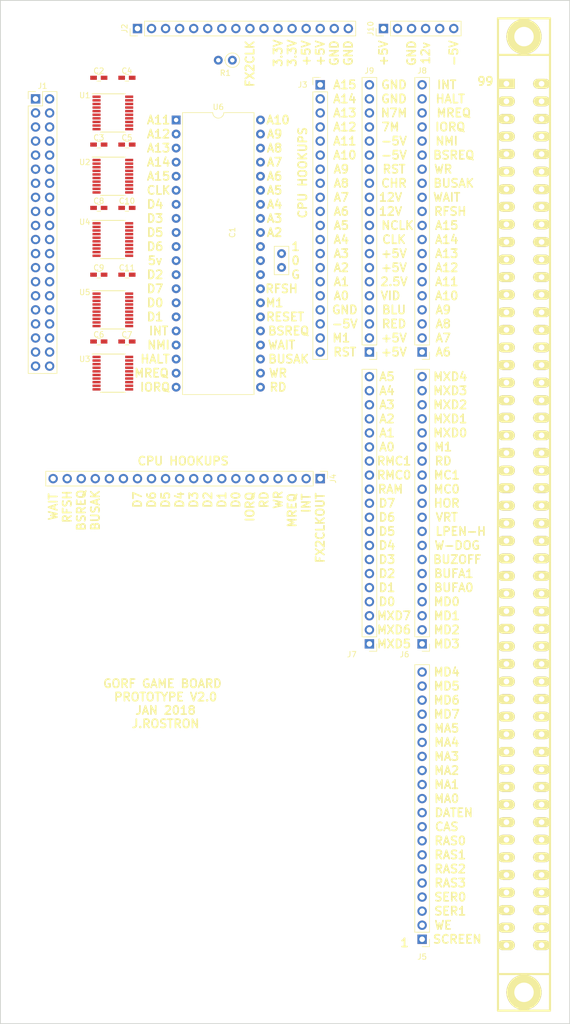
<source format=kicad_pcb>
(kicad_pcb (version 4) (host pcbnew 4.0.7)

  (general
    (links 292)
    (no_connects 292)
    (area 189.789999 139.624999 292.810001 324.560001)
    (thickness 1.6)
    (drawings 208)
    (tracks 0)
    (zones 0)
    (modules 29)
    (nets 175)
  )

  (page A2)
  (layers
    (0 F.Cu signal)
    (31 B.Cu signal)
    (33 F.Adhes user)
    (34 B.Paste user)
    (35 F.Paste user)
    (36 B.SilkS user)
    (37 F.SilkS user)
    (38 B.Mask user)
    (39 F.Mask user)
    (40 Dwgs.User user)
    (41 Cmts.User user)
    (42 Eco1.User user)
    (43 Eco2.User user)
    (44 Edge.Cuts user)
    (45 Margin user)
    (47 F.CrtYd user)
    (49 F.Fab user)
  )

  (setup
    (last_trace_width 0.254)
    (trace_clearance 0.254)
    (zone_clearance 0.508)
    (zone_45_only no)
    (trace_min 0.1524)
    (segment_width 0.2)
    (edge_width 0.15)
    (via_size 0.6858)
    (via_drill 0.3302)
    (via_min_size 0.6858)
    (via_min_drill 0.3302)
    (uvia_size 0.3)
    (uvia_drill 0.1)
    (uvias_allowed no)
    (uvia_min_size 0.2)
    (uvia_min_drill 0.1)
    (pcb_text_width 0.3)
    (pcb_text_size 1.5 1.5)
    (mod_edge_width 0.15)
    (mod_text_size 1 1)
    (mod_text_width 0.15)
    (pad_size 1.524 1.524)
    (pad_drill 0.762)
    (pad_to_mask_clearance 0.0508)
    (aux_axis_origin 0 0)
    (visible_elements 7FFFFFFF)
    (pcbplotparams
      (layerselection 0x00030_80000001)
      (usegerberextensions false)
      (excludeedgelayer true)
      (linewidth 0.100000)
      (plotframeref false)
      (viasonmask false)
      (mode 1)
      (useauxorigin false)
      (hpglpennumber 1)
      (hpglpenspeed 20)
      (hpglpendiameter 15)
      (hpglpenoverlay 2)
      (psnegative false)
      (psa4output false)
      (plotreference true)
      (plotvalue true)
      (plotinvisibletext false)
      (padsonsilk false)
      (subtractmaskfromsilk false)
      (outputformat 1)
      (mirror false)
      (drillshape 1)
      (scaleselection 1)
      (outputdirectory ""))
  )

  (net 0 "")
  (net 1 +5V)
  (net 2 GND)
  (net 3 A15)
  (net 4 A14)
  (net 5 A13)
  (net 6 A12)
  (net 7 A11)
  (net 8 10)
  (net 9 A9)
  (net 10 A8)
  (net 11 A7)
  (net 12 A6)
  (net 13 A5)
  (net 14 A4)
  (net 15 A3)
  (net 16 A2)
  (net 17 A1)
  (net 18 A0)
  (net 19 z_I_M1)
  (net 20 O_CPU_RESET)
  (net 21 z_O_INT)
  (net 22 z_I_MREQ)
  (net 23 z_I_WR)
  (net 24 z_I_RD)
  (net 25 z_I_IORQ)
  (net 26 z_OUT_BUSRQ)
  (net 27 z_I_RFSH)
  (net 28 z_O_WAIT)
  (net 29 z_I_BUSAK)
  (net 30 FX2_IO<36>)
  (net 31 FX2_IO<37>)
  (net 32 FX2_IO<38>)
  (net 33 FX2_IO<39>)
  (net 34 FX2_IO<40>)
  (net 35 z_data_io[0])
  (net 36 z_data_io[1])
  (net 37 z_data_io[2])
  (net 38 z_data_io[3])
  (net 39 z_data_io[4])
  (net 40 z_data_io[5])
  (net 41 z_data_io[6])
  (net 42 z_data_io[7])
  (net 43 "Net-(J2-Pad1)")
  (net 44 "Net-(J2-Pad2)")
  (net 45 "Net-(J2-Pad3)")
  (net 46 "Net-(J2-Pad4)")
  (net 47 "Net-(J2-Pad5)")
  (net 48 "Net-(J2-Pad6)")
  (net 49 "Net-(J2-Pad7)")
  (net 50 "Net-(J2-Pad8)")
  (net 51 FX2CLKOUT)
  (net 52 "Net-(J2-Pad10)")
  (net 53 +3V3)
  (net 54 A8_5v)
  (net 55 A9_5v)
  (net 56 A10_5v)
  (net 57 A11_5v)
  (net 58 A12_5v)
  (net 59 A13_5v)
  (net 60 A14_5v)
  (net 61 A15_5v)
  (net 62 A0_5v)
  (net 63 A1_5v)
  (net 64 A2_5v)
  (net 65 A3_5v)
  (net 66 A4_5v)
  (net 67 A5_5v)
  (net 68 A6_5v)
  (net 69 A7_5v)
  (net 70 D7)
  (net 71 D6)
  (net 72 D5)
  (net 73 D4)
  (net 74 D3)
  (net 75 D2)
  (net 76 D1)
  (net 77 D0)
  (net 78 BUSRQ)
  (net 79 IORQ)
  (net 80 RD)
  (net 81 WR)
  (net 82 MREQ)
  (net 83 INT)
  (net 84 RESET)
  (net 85 M1)
  (net 86 BUSAK)
  (net 87 WAIT)
  (net 88 RFSH)
  (net 89 "Net-(U6-Pad18)")
  (net 90 "Net-(J4-Pad15)")
  (net 91 "Net-(J4-Pad16)")
  (net 92 7M)
  (net 93 NOT_7M)
  (net 94 NOT_PHI)
  (net 95 HORIZDR)
  (net 96 VERTDR)
  (net 97 "Net-(J5-Pad1)")
  (net 98 "Net-(J5-Pad2)")
  (net 99 "Net-(J5-Pad3)")
  (net 100 "Net-(J5-Pad4)")
  (net 101 "Net-(J5-Pad5)")
  (net 102 "Net-(J5-Pad6)")
  (net 103 "Net-(J5-Pad7)")
  (net 104 "Net-(J5-Pad8)")
  (net 105 "Net-(J5-Pad9)")
  (net 106 "Net-(J5-Pad10)")
  (net 107 "Net-(J5-Pad11)")
  (net 108 "Net-(J5-Pad12)")
  (net 109 "Net-(J5-Pad13)")
  (net 110 "Net-(J5-Pad14)")
  (net 111 "Net-(J5-Pad15)")
  (net 112 "Net-(J5-Pad16)")
  (net 113 "Net-(J5-Pad17)")
  (net 114 "Net-(J5-Pad18)")
  (net 115 "Net-(J5-Pad19)")
  (net 116 "Net-(J5-Pad20)")
  (net 117 "Net-(J6-Pad1)")
  (net 118 "Net-(J6-Pad2)")
  (net 119 "Net-(J6-Pad3)")
  (net 120 "Net-(J6-Pad4)")
  (net 121 "Net-(J6-Pad5)")
  (net 122 "Net-(J6-Pad6)")
  (net 123 "Net-(J6-Pad7)")
  (net 124 "Net-(J6-Pad8)")
  (net 125 "Net-(J6-Pad12)")
  (net 126 "Net-(J6-Pad13)")
  (net 127 "Net-(J6-Pad15)")
  (net 128 "Net-(J6-Pad16)")
  (net 129 "Net-(J6-Pad17)")
  (net 130 "Net-(J6-Pad18)")
  (net 131 "Net-(J6-Pad19)")
  (net 132 "Net-(J6-Pad20)")
  (net 133 "Net-(J7-Pad1)")
  (net 134 "Net-(J7-Pad2)")
  (net 135 "Net-(J7-Pad3)")
  (net 136 "Net-(J7-Pad4)")
  (net 137 "Net-(J7-Pad5)")
  (net 138 "Net-(J7-Pad6)")
  (net 139 "Net-(J7-Pad7)")
  (net 140 "Net-(J7-Pad8)")
  (net 141 "Net-(J7-Pad9)")
  (net 142 "Net-(J7-Pad10)")
  (net 143 "Net-(J7-Pad11)")
  (net 144 "Net-(J7-Pad12)")
  (net 145 "Net-(J7-Pad13)")
  (net 146 "Net-(J7-Pad14)")
  (net 147 "Net-(J7-Pad15)")
  (net 148 "Net-(J7-Pad16)")
  (net 149 "Net-(J7-Pad17)")
  (net 150 "Net-(J7-Pad18)")
  (net 151 "Net-(J7-Pad19)")
  (net 152 "Net-(J7-Pad20)")
  (net 153 "Net-(J8-Pad1)")
  (net 154 "Net-(J8-Pad2)")
  (net 155 "Net-(J8-Pad11)")
  (net 156 "Net-(J8-Pad12)")
  (net 157 "Net-(J8-Pad13)")
  (net 158 "Net-(J8-Pad14)")
  (net 159 "Net-(J8-Pad15)")
  (net 160 "Net-(J8-Pad16)")
  (net 161 "Net-(J8-Pad18)")
  (net 162 "Net-(J8-Pad19)")
  (net 163 "Net-(J8-Pad20)")
  (net 164 "Net-(J9-Pad3)")
  (net 165 "Net-(J9-Pad4)")
  (net 166 "Net-(J9-Pad5)")
  (net 167 "Net-(J9-Pad6)")
  (net 168 "Net-(J9-Pad13)")
  (net 169 "Net-(J10-Pad1)")
  (net 170 "Net-(J10-Pad4)")
  (net 171 "Net-(J10-Pad6)")
  (net 172 "Net-(J10-Pad2)")
  (net 173 "Net-(J10-Pad5)")
  (net 174 "Net-(R1-Pad2)")

  (net_class Default "This is the default net class."
    (clearance 0.254)
    (trace_width 0.254)
    (via_dia 0.6858)
    (via_drill 0.3302)
    (uvia_dia 0.3)
    (uvia_drill 0.1)
    (add_net +3V3)
    (add_net +5V)
    (add_net 10)
    (add_net 7M)
    (add_net A0)
    (add_net A0_5v)
    (add_net A1)
    (add_net A10_5v)
    (add_net A11)
    (add_net A11_5v)
    (add_net A12)
    (add_net A12_5v)
    (add_net A13)
    (add_net A13_5v)
    (add_net A14)
    (add_net A14_5v)
    (add_net A15)
    (add_net A15_5v)
    (add_net A1_5v)
    (add_net A2)
    (add_net A2_5v)
    (add_net A3)
    (add_net A3_5v)
    (add_net A4)
    (add_net A4_5v)
    (add_net A5)
    (add_net A5_5v)
    (add_net A6)
    (add_net A6_5v)
    (add_net A7)
    (add_net A7_5v)
    (add_net A8)
    (add_net A8_5v)
    (add_net A9)
    (add_net A9_5v)
    (add_net BUSAK)
    (add_net BUSRQ)
    (add_net D0)
    (add_net D1)
    (add_net D2)
    (add_net D3)
    (add_net D4)
    (add_net D5)
    (add_net D6)
    (add_net D7)
    (add_net FX2CLKOUT)
    (add_net FX2_IO<36>)
    (add_net FX2_IO<37>)
    (add_net FX2_IO<38>)
    (add_net FX2_IO<39>)
    (add_net FX2_IO<40>)
    (add_net GND)
    (add_net HORIZDR)
    (add_net INT)
    (add_net IORQ)
    (add_net M1)
    (add_net MREQ)
    (add_net NOT_7M)
    (add_net NOT_PHI)
    (add_net "Net-(J10-Pad1)")
    (add_net "Net-(J10-Pad2)")
    (add_net "Net-(J10-Pad4)")
    (add_net "Net-(J10-Pad5)")
    (add_net "Net-(J10-Pad6)")
    (add_net "Net-(J2-Pad1)")
    (add_net "Net-(J2-Pad10)")
    (add_net "Net-(J2-Pad2)")
    (add_net "Net-(J2-Pad3)")
    (add_net "Net-(J2-Pad4)")
    (add_net "Net-(J2-Pad5)")
    (add_net "Net-(J2-Pad6)")
    (add_net "Net-(J2-Pad7)")
    (add_net "Net-(J2-Pad8)")
    (add_net "Net-(J4-Pad15)")
    (add_net "Net-(J4-Pad16)")
    (add_net "Net-(J5-Pad1)")
    (add_net "Net-(J5-Pad10)")
    (add_net "Net-(J5-Pad11)")
    (add_net "Net-(J5-Pad12)")
    (add_net "Net-(J5-Pad13)")
    (add_net "Net-(J5-Pad14)")
    (add_net "Net-(J5-Pad15)")
    (add_net "Net-(J5-Pad16)")
    (add_net "Net-(J5-Pad17)")
    (add_net "Net-(J5-Pad18)")
    (add_net "Net-(J5-Pad19)")
    (add_net "Net-(J5-Pad2)")
    (add_net "Net-(J5-Pad20)")
    (add_net "Net-(J5-Pad3)")
    (add_net "Net-(J5-Pad4)")
    (add_net "Net-(J5-Pad5)")
    (add_net "Net-(J5-Pad6)")
    (add_net "Net-(J5-Pad7)")
    (add_net "Net-(J5-Pad8)")
    (add_net "Net-(J5-Pad9)")
    (add_net "Net-(J6-Pad1)")
    (add_net "Net-(J6-Pad12)")
    (add_net "Net-(J6-Pad13)")
    (add_net "Net-(J6-Pad15)")
    (add_net "Net-(J6-Pad16)")
    (add_net "Net-(J6-Pad17)")
    (add_net "Net-(J6-Pad18)")
    (add_net "Net-(J6-Pad19)")
    (add_net "Net-(J6-Pad2)")
    (add_net "Net-(J6-Pad20)")
    (add_net "Net-(J6-Pad3)")
    (add_net "Net-(J6-Pad4)")
    (add_net "Net-(J6-Pad5)")
    (add_net "Net-(J6-Pad6)")
    (add_net "Net-(J6-Pad7)")
    (add_net "Net-(J6-Pad8)")
    (add_net "Net-(J7-Pad1)")
    (add_net "Net-(J7-Pad10)")
    (add_net "Net-(J7-Pad11)")
    (add_net "Net-(J7-Pad12)")
    (add_net "Net-(J7-Pad13)")
    (add_net "Net-(J7-Pad14)")
    (add_net "Net-(J7-Pad15)")
    (add_net "Net-(J7-Pad16)")
    (add_net "Net-(J7-Pad17)")
    (add_net "Net-(J7-Pad18)")
    (add_net "Net-(J7-Pad19)")
    (add_net "Net-(J7-Pad2)")
    (add_net "Net-(J7-Pad20)")
    (add_net "Net-(J7-Pad3)")
    (add_net "Net-(J7-Pad4)")
    (add_net "Net-(J7-Pad5)")
    (add_net "Net-(J7-Pad6)")
    (add_net "Net-(J7-Pad7)")
    (add_net "Net-(J7-Pad8)")
    (add_net "Net-(J7-Pad9)")
    (add_net "Net-(J8-Pad1)")
    (add_net "Net-(J8-Pad11)")
    (add_net "Net-(J8-Pad12)")
    (add_net "Net-(J8-Pad13)")
    (add_net "Net-(J8-Pad14)")
    (add_net "Net-(J8-Pad15)")
    (add_net "Net-(J8-Pad16)")
    (add_net "Net-(J8-Pad18)")
    (add_net "Net-(J8-Pad19)")
    (add_net "Net-(J8-Pad2)")
    (add_net "Net-(J8-Pad20)")
    (add_net "Net-(J9-Pad13)")
    (add_net "Net-(J9-Pad3)")
    (add_net "Net-(J9-Pad4)")
    (add_net "Net-(J9-Pad5)")
    (add_net "Net-(J9-Pad6)")
    (add_net "Net-(R1-Pad2)")
    (add_net "Net-(U6-Pad18)")
    (add_net O_CPU_RESET)
    (add_net RD)
    (add_net RESET)
    (add_net RFSH)
    (add_net VERTDR)
    (add_net WAIT)
    (add_net WR)
    (add_net z_I_BUSAK)
    (add_net z_I_IORQ)
    (add_net z_I_M1)
    (add_net z_I_MREQ)
    (add_net z_I_RD)
    (add_net z_I_RFSH)
    (add_net z_I_WR)
    (add_net z_OUT_BUSRQ)
    (add_net z_O_INT)
    (add_net z_O_WAIT)
    (add_net z_data_io[0])
    (add_net z_data_io[1])
    (add_net z_data_io[2])
    (add_net z_data_io[3])
    (add_net z_data_io[4])
    (add_net z_data_io[5])
    (add_net z_data_io[6])
    (add_net z_data_io[7])
  )

  (module Socket_Strips:Socket_Strip_Straight_1x16_Pitch2.54mm (layer F.Cu) (tedit 5A48CE06) (tstamp 5A4790EC)
    (at 214.63 144.78 90)
    (descr "Through hole straight socket strip, 1x16, 2.54mm pitch, single row")
    (tags "Through hole socket strip THT 1x16 2.54mm single row")
    (path /5A450433)
    (fp_text reference J2 (at 0 -2.33 90) (layer F.SilkS)
      (effects (font (size 1 1) (thickness 0.15)))
    )
    (fp_text value Conn_01x16 (at -3.81 3.175 180) (layer F.Fab) hide
      (effects (font (size 1 1) (thickness 0.15)))
    )
    (fp_line (start -1.27 -1.27) (end -1.27 39.37) (layer F.Fab) (width 0.1))
    (fp_line (start -1.27 39.37) (end 1.27 39.37) (layer F.Fab) (width 0.1))
    (fp_line (start 1.27 39.37) (end 1.27 -1.27) (layer F.Fab) (width 0.1))
    (fp_line (start 1.27 -1.27) (end -1.27 -1.27) (layer F.Fab) (width 0.1))
    (fp_line (start -1.33 1.27) (end -1.33 39.43) (layer F.SilkS) (width 0.12))
    (fp_line (start -1.33 39.43) (end 1.33 39.43) (layer F.SilkS) (width 0.12))
    (fp_line (start 1.33 39.43) (end 1.33 1.27) (layer F.SilkS) (width 0.12))
    (fp_line (start 1.33 1.27) (end -1.33 1.27) (layer F.SilkS) (width 0.12))
    (fp_line (start -1.33 0) (end -1.33 -1.33) (layer F.SilkS) (width 0.12))
    (fp_line (start -1.33 -1.33) (end 0 -1.33) (layer F.SilkS) (width 0.12))
    (fp_line (start -1.8 -1.8) (end -1.8 39.9) (layer F.CrtYd) (width 0.05))
    (fp_line (start -1.8 39.9) (end 1.8 39.9) (layer F.CrtYd) (width 0.05))
    (fp_line (start 1.8 39.9) (end 1.8 -1.8) (layer F.CrtYd) (width 0.05))
    (fp_line (start 1.8 -1.8) (end -1.8 -1.8) (layer F.CrtYd) (width 0.05))
    (fp_text user %R (at 0 -2.33 90) (layer F.Fab)
      (effects (font (size 1 1) (thickness 0.15)))
    )
    (pad 1 thru_hole rect (at 0 0 90) (size 1.7 1.7) (drill 1) (layers *.Cu *.Mask)
      (net 43 "Net-(J2-Pad1)"))
    (pad 2 thru_hole oval (at 0 2.54 90) (size 1.7 1.7) (drill 1) (layers *.Cu *.Mask)
      (net 44 "Net-(J2-Pad2)"))
    (pad 3 thru_hole oval (at 0 5.08 90) (size 1.7 1.7) (drill 1) (layers *.Cu *.Mask)
      (net 45 "Net-(J2-Pad3)"))
    (pad 4 thru_hole oval (at 0 7.62 90) (size 1.7 1.7) (drill 1) (layers *.Cu *.Mask)
      (net 46 "Net-(J2-Pad4)"))
    (pad 5 thru_hole oval (at 0 10.16 90) (size 1.7 1.7) (drill 1) (layers *.Cu *.Mask)
      (net 47 "Net-(J2-Pad5)"))
    (pad 6 thru_hole oval (at 0 12.7 90) (size 1.7 1.7) (drill 1) (layers *.Cu *.Mask)
      (net 48 "Net-(J2-Pad6)"))
    (pad 7 thru_hole oval (at 0 15.24 90) (size 1.7 1.7) (drill 1) (layers *.Cu *.Mask)
      (net 49 "Net-(J2-Pad7)"))
    (pad 8 thru_hole oval (at 0 17.78 90) (size 1.7 1.7) (drill 1) (layers *.Cu *.Mask)
      (net 50 "Net-(J2-Pad8)"))
    (pad 9 thru_hole oval (at 0 20.32 90) (size 1.7 1.7) (drill 1) (layers *.Cu *.Mask)
      (net 51 FX2CLKOUT))
    (pad 10 thru_hole oval (at 0 22.86 90) (size 1.7 1.7) (drill 1) (layers *.Cu *.Mask)
      (net 52 "Net-(J2-Pad10)"))
    (pad 11 thru_hole oval (at 0 25.4 90) (size 1.7 1.7) (drill 1) (layers *.Cu *.Mask)
      (net 53 +3V3))
    (pad 12 thru_hole oval (at 0 27.94 90) (size 1.7 1.7) (drill 1) (layers *.Cu *.Mask)
      (net 53 +3V3))
    (pad 13 thru_hole oval (at 0 30.48 90) (size 1.7 1.7) (drill 1) (layers *.Cu *.Mask)
      (net 1 +5V))
    (pad 14 thru_hole oval (at 0 33.02 90) (size 1.7 1.7) (drill 1) (layers *.Cu *.Mask)
      (net 1 +5V))
    (pad 15 thru_hole oval (at 0 35.56 90) (size 1.7 1.7) (drill 1) (layers *.Cu *.Mask)
      (net 2 GND))
    (pad 16 thru_hole oval (at 0 38.1 90) (size 1.7 1.7) (drill 1) (layers *.Cu *.Mask)
      (net 2 GND))
    (model ${KISYS3DMOD}/Socket_Strips.3dshapes/Socket_Strip_Straight_1x16_Pitch2.54mm.wrl
      (at (xyz 0 -0.75 0))
      (scale (xyz 1 1 1))
      (rotate (xyz 0 0 270))
    )
  )

  (module Housings_SSOP:TSSOP-20_4.4x6.5mm_Pitch0.65mm (layer F.Cu) (tedit 5A49E8DF) (tstamp 5A4754C4)
    (at 210.185 171.45)
    (descr "20-Lead Plastic Thin Shrink Small Outline (ST)-4.4 mm Body [TSSOP] (see Microchip Packaging Specification 00000049BS.pdf)")
    (tags "SSOP 0.65")
    (path /5A475CC3)
    (attr smd)
    (fp_text reference U2 (at -5.08 -2.54) (layer F.SilkS)
      (effects (font (size 1 1) (thickness 0.15)))
    )
    (fp_text value "" (at 0 4.3) (layer F.Fab) hide
      (effects (font (size 1 1) (thickness 0.15)))
    )
    (fp_line (start -1.2 -3.25) (end 2.2 -3.25) (layer F.Fab) (width 0.15))
    (fp_line (start 2.2 -3.25) (end 2.2 3.25) (layer F.Fab) (width 0.15))
    (fp_line (start 2.2 3.25) (end -2.2 3.25) (layer F.Fab) (width 0.15))
    (fp_line (start -2.2 3.25) (end -2.2 -2.25) (layer F.Fab) (width 0.15))
    (fp_line (start -2.2 -2.25) (end -1.2 -3.25) (layer F.Fab) (width 0.15))
    (fp_line (start -3.95 -3.55) (end -3.95 3.55) (layer F.CrtYd) (width 0.05))
    (fp_line (start 3.95 -3.55) (end 3.95 3.55) (layer F.CrtYd) (width 0.05))
    (fp_line (start -3.95 -3.55) (end 3.95 -3.55) (layer F.CrtYd) (width 0.05))
    (fp_line (start -3.95 3.55) (end 3.95 3.55) (layer F.CrtYd) (width 0.05))
    (fp_line (start -2.225 3.45) (end 2.225 3.45) (layer F.SilkS) (width 0.15))
    (fp_line (start -3.75 -3.45) (end 2.225 -3.45) (layer F.SilkS) (width 0.15))
    (fp_text user %R (at 0 0) (layer F.Fab)
      (effects (font (size 0.8 0.8) (thickness 0.15)))
    )
    (pad 1 smd rect (at -2.95 -2.925) (size 1.45 0.45) (layers F.Cu F.Paste F.Mask)
      (net 11 A7))
    (pad 2 smd rect (at -2.95 -2.275) (size 1.45 0.45) (layers F.Cu F.Paste F.Mask)
      (net 53 +3V3))
    (pad 3 smd rect (at -2.95 -1.625) (size 1.45 0.45) (layers F.Cu F.Paste F.Mask)
      (net 12 A6))
    (pad 4 smd rect (at -2.95 -0.975) (size 1.45 0.45) (layers F.Cu F.Paste F.Mask)
      (net 13 A5))
    (pad 5 smd rect (at -2.95 -0.325) (size 1.45 0.45) (layers F.Cu F.Paste F.Mask)
      (net 14 A4))
    (pad 6 smd rect (at -2.95 0.325) (size 1.45 0.45) (layers F.Cu F.Paste F.Mask)
      (net 15 A3))
    (pad 7 smd rect (at -2.95 0.975) (size 1.45 0.45) (layers F.Cu F.Paste F.Mask)
      (net 16 A2))
    (pad 8 smd rect (at -2.95 1.625) (size 1.45 0.45) (layers F.Cu F.Paste F.Mask)
      (net 17 A1))
    (pad 9 smd rect (at -2.95 2.275) (size 1.45 0.45) (layers F.Cu F.Paste F.Mask)
      (net 18 A0))
    (pad 10 smd rect (at -2.95 2.925) (size 1.45 0.45) (layers F.Cu F.Paste F.Mask)
      (net 53 +3V3))
    (pad 11 smd rect (at 2.95 2.925) (size 1.45 0.45) (layers F.Cu F.Paste F.Mask)
      (net 2 GND))
    (pad 12 smd rect (at 2.95 2.275) (size 1.45 0.45) (layers F.Cu F.Paste F.Mask)
      (net 62 A0_5v))
    (pad 13 smd rect (at 2.95 1.625) (size 1.45 0.45) (layers F.Cu F.Paste F.Mask)
      (net 63 A1_5v))
    (pad 14 smd rect (at 2.95 0.975) (size 1.45 0.45) (layers F.Cu F.Paste F.Mask)
      (net 64 A2_5v))
    (pad 15 smd rect (at 2.95 0.325) (size 1.45 0.45) (layers F.Cu F.Paste F.Mask)
      (net 65 A3_5v))
    (pad 16 smd rect (at 2.95 -0.325) (size 1.45 0.45) (layers F.Cu F.Paste F.Mask)
      (net 66 A4_5v))
    (pad 17 smd rect (at 2.95 -0.975) (size 1.45 0.45) (layers F.Cu F.Paste F.Mask)
      (net 67 A5_5v))
    (pad 18 smd rect (at 2.95 -1.625) (size 1.45 0.45) (layers F.Cu F.Paste F.Mask)
      (net 68 A6_5v))
    (pad 19 smd rect (at 2.95 -2.275) (size 1.45 0.45) (layers F.Cu F.Paste F.Mask)
      (net 1 +5V))
    (pad 20 smd rect (at 2.95 -2.925) (size 1.45 0.45) (layers F.Cu F.Paste F.Mask)
      (net 69 A7_5v))
    (model ${KISYS3DMOD}/Housings_SSOP.3dshapes/TSSOP-20_4.4x6.5mm_Pitch0.65mm.wrl
      (at (xyz 0 0 0))
      (scale (xyz 1 1 1))
      (rotate (xyz 0 0 0))
    )
  )

  (module Housings_SSOP:TSSOP-20_4.4x6.5mm_Pitch0.65mm (layer F.Cu) (tedit 5A49E8A2) (tstamp 5A4754AC)
    (at 210.185 160.02)
    (descr "20-Lead Plastic Thin Shrink Small Outline (ST)-4.4 mm Body [TSSOP] (see Microchip Packaging Specification 00000049BS.pdf)")
    (tags "SSOP 0.65")
    (path /5A47506C)
    (attr smd)
    (fp_text reference U1 (at -5.08 -3.175) (layer F.SilkS)
      (effects (font (size 1 1) (thickness 0.15)))
    )
    (fp_text value "" (at 0 4.3) (layer F.Fab) hide
      (effects (font (size 1 1) (thickness 0.15)))
    )
    (fp_line (start -1.2 -3.25) (end 2.2 -3.25) (layer F.Fab) (width 0.15))
    (fp_line (start 2.2 -3.25) (end 2.2 3.25) (layer F.Fab) (width 0.15))
    (fp_line (start 2.2 3.25) (end -2.2 3.25) (layer F.Fab) (width 0.15))
    (fp_line (start -2.2 3.25) (end -2.2 -2.25) (layer F.Fab) (width 0.15))
    (fp_line (start -2.2 -2.25) (end -1.2 -3.25) (layer F.Fab) (width 0.15))
    (fp_line (start -3.95 -3.55) (end -3.95 3.55) (layer F.CrtYd) (width 0.05))
    (fp_line (start 3.95 -3.55) (end 3.95 3.55) (layer F.CrtYd) (width 0.05))
    (fp_line (start -3.95 -3.55) (end 3.95 -3.55) (layer F.CrtYd) (width 0.05))
    (fp_line (start -3.95 3.55) (end 3.95 3.55) (layer F.CrtYd) (width 0.05))
    (fp_line (start -2.225 3.45) (end 2.225 3.45) (layer F.SilkS) (width 0.15))
    (fp_line (start -3.75 -3.45) (end 2.225 -3.45) (layer F.SilkS) (width 0.15))
    (fp_text user %R (at 0 0) (layer F.Fab)
      (effects (font (size 0.8 0.8) (thickness 0.15)))
    )
    (pad 1 smd rect (at -2.95 -2.925) (size 1.45 0.45) (layers F.Cu F.Paste F.Mask)
      (net 3 A15))
    (pad 2 smd rect (at -2.95 -2.275) (size 1.45 0.45) (layers F.Cu F.Paste F.Mask)
      (net 53 +3V3))
    (pad 3 smd rect (at -2.95 -1.625) (size 1.45 0.45) (layers F.Cu F.Paste F.Mask)
      (net 4 A14))
    (pad 4 smd rect (at -2.95 -0.975) (size 1.45 0.45) (layers F.Cu F.Paste F.Mask)
      (net 5 A13))
    (pad 5 smd rect (at -2.95 -0.325) (size 1.45 0.45) (layers F.Cu F.Paste F.Mask)
      (net 6 A12))
    (pad 6 smd rect (at -2.95 0.325) (size 1.45 0.45) (layers F.Cu F.Paste F.Mask)
      (net 7 A11))
    (pad 7 smd rect (at -2.95 0.975) (size 1.45 0.45) (layers F.Cu F.Paste F.Mask)
      (net 8 10))
    (pad 8 smd rect (at -2.95 1.625) (size 1.45 0.45) (layers F.Cu F.Paste F.Mask)
      (net 9 A9))
    (pad 9 smd rect (at -2.95 2.275) (size 1.45 0.45) (layers F.Cu F.Paste F.Mask)
      (net 10 A8))
    (pad 10 smd rect (at -2.95 2.925) (size 1.45 0.45) (layers F.Cu F.Paste F.Mask)
      (net 53 +3V3))
    (pad 11 smd rect (at 2.95 2.925) (size 1.45 0.45) (layers F.Cu F.Paste F.Mask)
      (net 2 GND))
    (pad 12 smd rect (at 2.95 2.275) (size 1.45 0.45) (layers F.Cu F.Paste F.Mask)
      (net 54 A8_5v))
    (pad 13 smd rect (at 2.95 1.625) (size 1.45 0.45) (layers F.Cu F.Paste F.Mask)
      (net 55 A9_5v))
    (pad 14 smd rect (at 2.95 0.975) (size 1.45 0.45) (layers F.Cu F.Paste F.Mask)
      (net 56 A10_5v))
    (pad 15 smd rect (at 2.95 0.325) (size 1.45 0.45) (layers F.Cu F.Paste F.Mask)
      (net 57 A11_5v))
    (pad 16 smd rect (at 2.95 -0.325) (size 1.45 0.45) (layers F.Cu F.Paste F.Mask)
      (net 58 A12_5v))
    (pad 17 smd rect (at 2.95 -0.975) (size 1.45 0.45) (layers F.Cu F.Paste F.Mask)
      (net 59 A13_5v))
    (pad 18 smd rect (at 2.95 -1.625) (size 1.45 0.45) (layers F.Cu F.Paste F.Mask)
      (net 60 A14_5v))
    (pad 19 smd rect (at 2.95 -2.275) (size 1.45 0.45) (layers F.Cu F.Paste F.Mask)
      (net 1 +5V))
    (pad 20 smd rect (at 2.95 -2.925) (size 1.45 0.45) (layers F.Cu F.Paste F.Mask)
      (net 61 A15_5v))
    (model ${KISYS3DMOD}/Housings_SSOP.3dshapes/TSSOP-20_4.4x6.5mm_Pitch0.65mm.wrl
      (at (xyz 0 0 0))
      (scale (xyz 1 1 1))
      (rotate (xyz 0 0 0))
    )
  )

  (module Housings_SSOP:TSSOP-20_4.4x6.5mm_Pitch0.65mm (layer F.Cu) (tedit 5A49E878) (tstamp 5A4754DC)
    (at 210.185 207.01)
    (descr "20-Lead Plastic Thin Shrink Small Outline (ST)-4.4 mm Body [TSSOP] (see Microchip Packaging Specification 00000049BS.pdf)")
    (tags "SSOP 0.65")
    (path /5A476212)
    (attr smd)
    (fp_text reference U3 (at -5.08 -2.54) (layer F.SilkS)
      (effects (font (size 1 1) (thickness 0.15)))
    )
    (fp_text value TXB0108 (at 0 4.3) (layer F.Fab) hide
      (effects (font (size 1 1) (thickness 0.15)))
    )
    (fp_line (start -1.2 -3.25) (end 2.2 -3.25) (layer F.Fab) (width 0.15))
    (fp_line (start 2.2 -3.25) (end 2.2 3.25) (layer F.Fab) (width 0.15))
    (fp_line (start 2.2 3.25) (end -2.2 3.25) (layer F.Fab) (width 0.15))
    (fp_line (start -2.2 3.25) (end -2.2 -2.25) (layer F.Fab) (width 0.15))
    (fp_line (start -2.2 -2.25) (end -1.2 -3.25) (layer F.Fab) (width 0.15))
    (fp_line (start -3.95 -3.55) (end -3.95 3.55) (layer F.CrtYd) (width 0.05))
    (fp_line (start 3.95 -3.55) (end 3.95 3.55) (layer F.CrtYd) (width 0.05))
    (fp_line (start -3.95 -3.55) (end 3.95 -3.55) (layer F.CrtYd) (width 0.05))
    (fp_line (start -3.95 3.55) (end 3.95 3.55) (layer F.CrtYd) (width 0.05))
    (fp_line (start -2.225 3.45) (end 2.225 3.45) (layer F.SilkS) (width 0.15))
    (fp_line (start -3.75 -3.45) (end 2.225 -3.45) (layer F.SilkS) (width 0.15))
    (fp_text user %R (at 0 0) (layer F.Fab)
      (effects (font (size 0.8 0.8) (thickness 0.15)))
    )
    (pad 1 smd rect (at -2.95 -2.925) (size 1.45 0.45) (layers F.Cu F.Paste F.Mask)
      (net 35 z_data_io[0]))
    (pad 2 smd rect (at -2.95 -2.275) (size 1.45 0.45) (layers F.Cu F.Paste F.Mask)
      (net 53 +3V3))
    (pad 3 smd rect (at -2.95 -1.625) (size 1.45 0.45) (layers F.Cu F.Paste F.Mask)
      (net 36 z_data_io[1]))
    (pad 4 smd rect (at -2.95 -0.975) (size 1.45 0.45) (layers F.Cu F.Paste F.Mask)
      (net 37 z_data_io[2]))
    (pad 5 smd rect (at -2.95 -0.325) (size 1.45 0.45) (layers F.Cu F.Paste F.Mask)
      (net 38 z_data_io[3]))
    (pad 6 smd rect (at -2.95 0.325) (size 1.45 0.45) (layers F.Cu F.Paste F.Mask)
      (net 39 z_data_io[4]))
    (pad 7 smd rect (at -2.95 0.975) (size 1.45 0.45) (layers F.Cu F.Paste F.Mask)
      (net 40 z_data_io[5]))
    (pad 8 smd rect (at -2.95 1.625) (size 1.45 0.45) (layers F.Cu F.Paste F.Mask)
      (net 41 z_data_io[6]))
    (pad 9 smd rect (at -2.95 2.275) (size 1.45 0.45) (layers F.Cu F.Paste F.Mask)
      (net 42 z_data_io[7]))
    (pad 10 smd rect (at -2.95 2.925) (size 1.45 0.45) (layers F.Cu F.Paste F.Mask)
      (net 53 +3V3))
    (pad 11 smd rect (at 2.95 2.925) (size 1.45 0.45) (layers F.Cu F.Paste F.Mask)
      (net 2 GND))
    (pad 12 smd rect (at 2.95 2.275) (size 1.45 0.45) (layers F.Cu F.Paste F.Mask)
      (net 70 D7))
    (pad 13 smd rect (at 2.95 1.625) (size 1.45 0.45) (layers F.Cu F.Paste F.Mask)
      (net 71 D6))
    (pad 14 smd rect (at 2.95 0.975) (size 1.45 0.45) (layers F.Cu F.Paste F.Mask)
      (net 72 D5))
    (pad 15 smd rect (at 2.95 0.325) (size 1.45 0.45) (layers F.Cu F.Paste F.Mask)
      (net 73 D4))
    (pad 16 smd rect (at 2.95 -0.325) (size 1.45 0.45) (layers F.Cu F.Paste F.Mask)
      (net 74 D3))
    (pad 17 smd rect (at 2.95 -0.975) (size 1.45 0.45) (layers F.Cu F.Paste F.Mask)
      (net 75 D2))
    (pad 18 smd rect (at 2.95 -1.625) (size 1.45 0.45) (layers F.Cu F.Paste F.Mask)
      (net 76 D1))
    (pad 19 smd rect (at 2.95 -2.275) (size 1.45 0.45) (layers F.Cu F.Paste F.Mask)
      (net 1 +5V))
    (pad 20 smd rect (at 2.95 -2.925) (size 1.45 0.45) (layers F.Cu F.Paste F.Mask)
      (net 77 D0))
    (model ${KISYS3DMOD}/Housings_SSOP.3dshapes/TSSOP-20_4.4x6.5mm_Pitch0.65mm.wrl
      (at (xyz 0 0 0))
      (scale (xyz 1 1 1))
      (rotate (xyz 0 0 0))
    )
  )

  (module Housings_SSOP:TSSOP-20_4.4x6.5mm_Pitch0.65mm (layer F.Cu) (tedit 5A49E881) (tstamp 5A4754F4)
    (at 210.185 182.88)
    (descr "20-Lead Plastic Thin Shrink Small Outline (ST)-4.4 mm Body [TSSOP] (see Microchip Packaging Specification 00000049BS.pdf)")
    (tags "SSOP 0.65")
    (path /5A47635A)
    (attr smd)
    (fp_text reference U4 (at -5.08 -3.175) (layer F.SilkS)
      (effects (font (size 1 1) (thickness 0.15)))
    )
    (fp_text value TXB0108 (at 0 4.3) (layer F.Fab) hide
      (effects (font (size 1 1) (thickness 0.15)))
    )
    (fp_line (start -1.2 -3.25) (end 2.2 -3.25) (layer F.Fab) (width 0.15))
    (fp_line (start 2.2 -3.25) (end 2.2 3.25) (layer F.Fab) (width 0.15))
    (fp_line (start 2.2 3.25) (end -2.2 3.25) (layer F.Fab) (width 0.15))
    (fp_line (start -2.2 3.25) (end -2.2 -2.25) (layer F.Fab) (width 0.15))
    (fp_line (start -2.2 -2.25) (end -1.2 -3.25) (layer F.Fab) (width 0.15))
    (fp_line (start -3.95 -3.55) (end -3.95 3.55) (layer F.CrtYd) (width 0.05))
    (fp_line (start 3.95 -3.55) (end 3.95 3.55) (layer F.CrtYd) (width 0.05))
    (fp_line (start -3.95 -3.55) (end 3.95 -3.55) (layer F.CrtYd) (width 0.05))
    (fp_line (start -3.95 3.55) (end 3.95 3.55) (layer F.CrtYd) (width 0.05))
    (fp_line (start -2.225 3.45) (end 2.225 3.45) (layer F.SilkS) (width 0.15))
    (fp_line (start -3.75 -3.45) (end 2.225 -3.45) (layer F.SilkS) (width 0.15))
    (fp_text user %R (at 0 0) (layer F.Fab)
      (effects (font (size 0.8 0.8) (thickness 0.15)))
    )
    (pad 1 smd rect (at -2.95 -2.925) (size 1.45 0.45) (layers F.Cu F.Paste F.Mask)
      (net 19 z_I_M1))
    (pad 2 smd rect (at -2.95 -2.275) (size 1.45 0.45) (layers F.Cu F.Paste F.Mask)
      (net 53 +3V3))
    (pad 3 smd rect (at -2.95 -1.625) (size 1.45 0.45) (layers F.Cu F.Paste F.Mask)
      (net 20 O_CPU_RESET))
    (pad 4 smd rect (at -2.95 -0.975) (size 1.45 0.45) (layers F.Cu F.Paste F.Mask)
      (net 21 z_O_INT))
    (pad 5 smd rect (at -2.95 -0.325) (size 1.45 0.45) (layers F.Cu F.Paste F.Mask)
      (net 22 z_I_MREQ))
    (pad 6 smd rect (at -2.95 0.325) (size 1.45 0.45) (layers F.Cu F.Paste F.Mask)
      (net 23 z_I_WR))
    (pad 7 smd rect (at -2.95 0.975) (size 1.45 0.45) (layers F.Cu F.Paste F.Mask)
      (net 24 z_I_RD))
    (pad 8 smd rect (at -2.95 1.625) (size 1.45 0.45) (layers F.Cu F.Paste F.Mask)
      (net 25 z_I_IORQ))
    (pad 9 smd rect (at -2.95 2.275) (size 1.45 0.45) (layers F.Cu F.Paste F.Mask)
      (net 26 z_OUT_BUSRQ))
    (pad 10 smd rect (at -2.95 2.925) (size 1.45 0.45) (layers F.Cu F.Paste F.Mask)
      (net 53 +3V3))
    (pad 11 smd rect (at 2.95 2.925) (size 1.45 0.45) (layers F.Cu F.Paste F.Mask)
      (net 2 GND))
    (pad 12 smd rect (at 2.95 2.275) (size 1.45 0.45) (layers F.Cu F.Paste F.Mask)
      (net 78 BUSRQ))
    (pad 13 smd rect (at 2.95 1.625) (size 1.45 0.45) (layers F.Cu F.Paste F.Mask)
      (net 79 IORQ))
    (pad 14 smd rect (at 2.95 0.975) (size 1.45 0.45) (layers F.Cu F.Paste F.Mask)
      (net 80 RD))
    (pad 15 smd rect (at 2.95 0.325) (size 1.45 0.45) (layers F.Cu F.Paste F.Mask)
      (net 81 WR))
    (pad 16 smd rect (at 2.95 -0.325) (size 1.45 0.45) (layers F.Cu F.Paste F.Mask)
      (net 82 MREQ))
    (pad 17 smd rect (at 2.95 -0.975) (size 1.45 0.45) (layers F.Cu F.Paste F.Mask)
      (net 83 INT))
    (pad 18 smd rect (at 2.95 -1.625) (size 1.45 0.45) (layers F.Cu F.Paste F.Mask)
      (net 84 RESET))
    (pad 19 smd rect (at 2.95 -2.275) (size 1.45 0.45) (layers F.Cu F.Paste F.Mask)
      (net 1 +5V))
    (pad 20 smd rect (at 2.95 -2.925) (size 1.45 0.45) (layers F.Cu F.Paste F.Mask)
      (net 85 M1))
    (model ${KISYS3DMOD}/Housings_SSOP.3dshapes/TSSOP-20_4.4x6.5mm_Pitch0.65mm.wrl
      (at (xyz 0 0 0))
      (scale (xyz 1 1 1))
      (rotate (xyz 0 0 0))
    )
  )

  (module Housings_SSOP:TSSOP-20_4.4x6.5mm_Pitch0.65mm (layer F.Cu) (tedit 5A49E87E) (tstamp 5A47550C)
    (at 210.185 195.58)
    (descr "20-Lead Plastic Thin Shrink Small Outline (ST)-4.4 mm Body [TSSOP] (see Microchip Packaging Specification 00000049BS.pdf)")
    (tags "SSOP 0.65")
    (path /5A4752CE)
    (attr smd)
    (fp_text reference U5 (at -5.08 -3.175) (layer F.SilkS)
      (effects (font (size 1 1) (thickness 0.15)))
    )
    (fp_text value TXB0108 (at 0 4.3) (layer F.Fab) hide
      (effects (font (size 1 1) (thickness 0.15)))
    )
    (fp_line (start -1.2 -3.25) (end 2.2 -3.25) (layer F.Fab) (width 0.15))
    (fp_line (start 2.2 -3.25) (end 2.2 3.25) (layer F.Fab) (width 0.15))
    (fp_line (start 2.2 3.25) (end -2.2 3.25) (layer F.Fab) (width 0.15))
    (fp_line (start -2.2 3.25) (end -2.2 -2.25) (layer F.Fab) (width 0.15))
    (fp_line (start -2.2 -2.25) (end -1.2 -3.25) (layer F.Fab) (width 0.15))
    (fp_line (start -3.95 -3.55) (end -3.95 3.55) (layer F.CrtYd) (width 0.05))
    (fp_line (start 3.95 -3.55) (end 3.95 3.55) (layer F.CrtYd) (width 0.05))
    (fp_line (start -3.95 -3.55) (end 3.95 -3.55) (layer F.CrtYd) (width 0.05))
    (fp_line (start -3.95 3.55) (end 3.95 3.55) (layer F.CrtYd) (width 0.05))
    (fp_line (start -2.225 3.45) (end 2.225 3.45) (layer F.SilkS) (width 0.15))
    (fp_line (start -3.75 -3.45) (end 2.225 -3.45) (layer F.SilkS) (width 0.15))
    (fp_text user %R (at 0 0) (layer F.Fab)
      (effects (font (size 0.8 0.8) (thickness 0.15)))
    )
    (pad 1 smd rect (at -2.95 -2.925) (size 1.45 0.45) (layers F.Cu F.Paste F.Mask)
      (net 27 z_I_RFSH))
    (pad 2 smd rect (at -2.95 -2.275) (size 1.45 0.45) (layers F.Cu F.Paste F.Mask)
      (net 53 +3V3))
    (pad 3 smd rect (at -2.95 -1.625) (size 1.45 0.45) (layers F.Cu F.Paste F.Mask)
      (net 28 z_O_WAIT))
    (pad 4 smd rect (at -2.95 -0.975) (size 1.45 0.45) (layers F.Cu F.Paste F.Mask)
      (net 29 z_I_BUSAK))
    (pad 5 smd rect (at -2.95 -0.325) (size 1.45 0.45) (layers F.Cu F.Paste F.Mask)
      (net 30 FX2_IO<36>))
    (pad 6 smd rect (at -2.95 0.325) (size 1.45 0.45) (layers F.Cu F.Paste F.Mask)
      (net 31 FX2_IO<37>))
    (pad 7 smd rect (at -2.95 0.975) (size 1.45 0.45) (layers F.Cu F.Paste F.Mask)
      (net 32 FX2_IO<38>))
    (pad 8 smd rect (at -2.95 1.625) (size 1.45 0.45) (layers F.Cu F.Paste F.Mask)
      (net 33 FX2_IO<39>))
    (pad 9 smd rect (at -2.95 2.275) (size 1.45 0.45) (layers F.Cu F.Paste F.Mask)
      (net 34 FX2_IO<40>))
    (pad 10 smd rect (at -2.95 2.925) (size 1.45 0.45) (layers F.Cu F.Paste F.Mask)
      (net 53 +3V3))
    (pad 11 smd rect (at 2.95 2.925) (size 1.45 0.45) (layers F.Cu F.Paste F.Mask)
      (net 2 GND))
    (pad 12 smd rect (at 2.95 2.275) (size 1.45 0.45) (layers F.Cu F.Paste F.Mask)
      (net 96 VERTDR))
    (pad 13 smd rect (at 2.95 1.625) (size 1.45 0.45) (layers F.Cu F.Paste F.Mask)
      (net 95 HORIZDR))
    (pad 14 smd rect (at 2.95 0.975) (size 1.45 0.45) (layers F.Cu F.Paste F.Mask)
      (net 94 NOT_PHI))
    (pad 15 smd rect (at 2.95 0.325) (size 1.45 0.45) (layers F.Cu F.Paste F.Mask)
      (net 93 NOT_7M))
    (pad 16 smd rect (at 2.95 -0.325) (size 1.45 0.45) (layers F.Cu F.Paste F.Mask)
      (net 92 7M))
    (pad 17 smd rect (at 2.95 -0.975) (size 1.45 0.45) (layers F.Cu F.Paste F.Mask)
      (net 86 BUSAK))
    (pad 18 smd rect (at 2.95 -1.625) (size 1.45 0.45) (layers F.Cu F.Paste F.Mask)
      (net 87 WAIT))
    (pad 19 smd rect (at 2.95 -2.275) (size 1.45 0.45) (layers F.Cu F.Paste F.Mask)
      (net 1 +5V))
    (pad 20 smd rect (at 2.95 -2.925) (size 1.45 0.45) (layers F.Cu F.Paste F.Mask)
      (net 88 RFSH))
    (model ${KISYS3DMOD}/Housings_SSOP.3dshapes/TSSOP-20_4.4x6.5mm_Pitch0.65mm.wrl
      (at (xyz 0 0 0))
      (scale (xyz 1 1 1))
      (rotate (xyz 0 0 0))
    )
  )

  (module Housings_DIP:DIP-40_W15.24mm (layer F.Cu) (tedit 59C78D6C) (tstamp 5A475538)
    (at 221.615 161.29)
    (descr "40-lead though-hole mounted DIP package, row spacing 15.24 mm (600 mils)")
    (tags "THT DIP DIL PDIP 2.54mm 15.24mm 600mil")
    (path /5A3E08CB)
    (fp_text reference U6 (at 7.62 -2.33) (layer F.SilkS)
      (effects (font (size 1 1) (thickness 0.15)))
    )
    (fp_text value Z80CPU (at 7.62 50.59) (layer F.Fab)
      (effects (font (size 1 1) (thickness 0.15)))
    )
    (fp_arc (start 7.62 -1.33) (end 6.62 -1.33) (angle -180) (layer F.SilkS) (width 0.12))
    (fp_line (start 1.255 -1.27) (end 14.985 -1.27) (layer F.Fab) (width 0.1))
    (fp_line (start 14.985 -1.27) (end 14.985 49.53) (layer F.Fab) (width 0.1))
    (fp_line (start 14.985 49.53) (end 0.255 49.53) (layer F.Fab) (width 0.1))
    (fp_line (start 0.255 49.53) (end 0.255 -0.27) (layer F.Fab) (width 0.1))
    (fp_line (start 0.255 -0.27) (end 1.255 -1.27) (layer F.Fab) (width 0.1))
    (fp_line (start 6.62 -1.33) (end 1.16 -1.33) (layer F.SilkS) (width 0.12))
    (fp_line (start 1.16 -1.33) (end 1.16 49.59) (layer F.SilkS) (width 0.12))
    (fp_line (start 1.16 49.59) (end 14.08 49.59) (layer F.SilkS) (width 0.12))
    (fp_line (start 14.08 49.59) (end 14.08 -1.33) (layer F.SilkS) (width 0.12))
    (fp_line (start 14.08 -1.33) (end 8.62 -1.33) (layer F.SilkS) (width 0.12))
    (fp_line (start -1.05 -1.55) (end -1.05 49.8) (layer F.CrtYd) (width 0.05))
    (fp_line (start -1.05 49.8) (end 16.3 49.8) (layer F.CrtYd) (width 0.05))
    (fp_line (start 16.3 49.8) (end 16.3 -1.55) (layer F.CrtYd) (width 0.05))
    (fp_line (start 16.3 -1.55) (end -1.05 -1.55) (layer F.CrtYd) (width 0.05))
    (fp_text user %R (at 7.62 24.13) (layer F.Fab)
      (effects (font (size 1 1) (thickness 0.15)))
    )
    (pad 1 thru_hole rect (at 0 0) (size 1.6 1.6) (drill 0.8) (layers *.Cu *.Mask)
      (net 57 A11_5v))
    (pad 21 thru_hole oval (at 15.24 48.26) (size 1.6 1.6) (drill 0.8) (layers *.Cu *.Mask)
      (net 80 RD))
    (pad 2 thru_hole oval (at 0 2.54) (size 1.6 1.6) (drill 0.8) (layers *.Cu *.Mask)
      (net 58 A12_5v))
    (pad 22 thru_hole oval (at 15.24 45.72) (size 1.6 1.6) (drill 0.8) (layers *.Cu *.Mask)
      (net 81 WR))
    (pad 3 thru_hole oval (at 0 5.08) (size 1.6 1.6) (drill 0.8) (layers *.Cu *.Mask)
      (net 59 A13_5v))
    (pad 23 thru_hole oval (at 15.24 43.18) (size 1.6 1.6) (drill 0.8) (layers *.Cu *.Mask)
      (net 86 BUSAK))
    (pad 4 thru_hole oval (at 0 7.62) (size 1.6 1.6) (drill 0.8) (layers *.Cu *.Mask)
      (net 60 A14_5v))
    (pad 24 thru_hole oval (at 15.24 40.64) (size 1.6 1.6) (drill 0.8) (layers *.Cu *.Mask)
      (net 87 WAIT))
    (pad 5 thru_hole oval (at 0 10.16) (size 1.6 1.6) (drill 0.8) (layers *.Cu *.Mask)
      (net 61 A15_5v))
    (pad 25 thru_hole oval (at 15.24 38.1) (size 1.6 1.6) (drill 0.8) (layers *.Cu *.Mask)
      (net 78 BUSRQ))
    (pad 6 thru_hole oval (at 0 12.7) (size 1.6 1.6) (drill 0.8) (layers *.Cu *.Mask)
      (net 174 "Net-(R1-Pad2)"))
    (pad 26 thru_hole oval (at 15.24 35.56) (size 1.6 1.6) (drill 0.8) (layers *.Cu *.Mask)
      (net 84 RESET))
    (pad 7 thru_hole oval (at 0 15.24) (size 1.6 1.6) (drill 0.8) (layers *.Cu *.Mask)
      (net 73 D4))
    (pad 27 thru_hole oval (at 15.24 33.02) (size 1.6 1.6) (drill 0.8) (layers *.Cu *.Mask)
      (net 85 M1))
    (pad 8 thru_hole oval (at 0 17.78) (size 1.6 1.6) (drill 0.8) (layers *.Cu *.Mask)
      (net 74 D3))
    (pad 28 thru_hole oval (at 15.24 30.48) (size 1.6 1.6) (drill 0.8) (layers *.Cu *.Mask)
      (net 88 RFSH))
    (pad 9 thru_hole oval (at 0 20.32) (size 1.6 1.6) (drill 0.8) (layers *.Cu *.Mask)
      (net 72 D5))
    (pad 29 thru_hole oval (at 15.24 27.94) (size 1.6 1.6) (drill 0.8) (layers *.Cu *.Mask)
      (net 2 GND))
    (pad 10 thru_hole oval (at 0 22.86) (size 1.6 1.6) (drill 0.8) (layers *.Cu *.Mask)
      (net 71 D6))
    (pad 30 thru_hole oval (at 15.24 25.4) (size 1.6 1.6) (drill 0.8) (layers *.Cu *.Mask)
      (net 62 A0_5v))
    (pad 11 thru_hole oval (at 0 25.4) (size 1.6 1.6) (drill 0.8) (layers *.Cu *.Mask)
      (net 1 +5V))
    (pad 31 thru_hole oval (at 15.24 22.86) (size 1.6 1.6) (drill 0.8) (layers *.Cu *.Mask)
      (net 63 A1_5v))
    (pad 12 thru_hole oval (at 0 27.94) (size 1.6 1.6) (drill 0.8) (layers *.Cu *.Mask)
      (net 75 D2))
    (pad 32 thru_hole oval (at 15.24 20.32) (size 1.6 1.6) (drill 0.8) (layers *.Cu *.Mask)
      (net 64 A2_5v))
    (pad 13 thru_hole oval (at 0 30.48) (size 1.6 1.6) (drill 0.8) (layers *.Cu *.Mask)
      (net 70 D7))
    (pad 33 thru_hole oval (at 15.24 17.78) (size 1.6 1.6) (drill 0.8) (layers *.Cu *.Mask)
      (net 65 A3_5v))
    (pad 14 thru_hole oval (at 0 33.02) (size 1.6 1.6) (drill 0.8) (layers *.Cu *.Mask)
      (net 77 D0))
    (pad 34 thru_hole oval (at 15.24 15.24) (size 1.6 1.6) (drill 0.8) (layers *.Cu *.Mask)
      (net 66 A4_5v))
    (pad 15 thru_hole oval (at 0 35.56) (size 1.6 1.6) (drill 0.8) (layers *.Cu *.Mask)
      (net 76 D1))
    (pad 35 thru_hole oval (at 15.24 12.7) (size 1.6 1.6) (drill 0.8) (layers *.Cu *.Mask)
      (net 67 A5_5v))
    (pad 16 thru_hole oval (at 0 38.1) (size 1.6 1.6) (drill 0.8) (layers *.Cu *.Mask)
      (net 83 INT))
    (pad 36 thru_hole oval (at 15.24 10.16) (size 1.6 1.6) (drill 0.8) (layers *.Cu *.Mask)
      (net 68 A6_5v))
    (pad 17 thru_hole oval (at 0 40.64) (size 1.6 1.6) (drill 0.8) (layers *.Cu *.Mask)
      (net 1 +5V))
    (pad 37 thru_hole oval (at 15.24 7.62) (size 1.6 1.6) (drill 0.8) (layers *.Cu *.Mask)
      (net 69 A7_5v))
    (pad 18 thru_hole oval (at 0 43.18) (size 1.6 1.6) (drill 0.8) (layers *.Cu *.Mask)
      (net 89 "Net-(U6-Pad18)"))
    (pad 38 thru_hole oval (at 15.24 5.08) (size 1.6 1.6) (drill 0.8) (layers *.Cu *.Mask)
      (net 54 A8_5v))
    (pad 19 thru_hole oval (at 0 45.72) (size 1.6 1.6) (drill 0.8) (layers *.Cu *.Mask)
      (net 82 MREQ))
    (pad 39 thru_hole oval (at 15.24 2.54) (size 1.6 1.6) (drill 0.8) (layers *.Cu *.Mask)
      (net 55 A9_5v))
    (pad 20 thru_hole oval (at 0 48.26) (size 1.6 1.6) (drill 0.8) (layers *.Cu *.Mask)
      (net 79 IORQ))
    (pad 40 thru_hole oval (at 15.24 0) (size 1.6 1.6) (drill 0.8) (layers *.Cu *.Mask)
      (net 56 A10_5v))
    (model ${KISYS3DMOD}/Housings_DIP.3dshapes/DIP-40_W15.24mm.wrl
      (at (xyz 0 0 0))
      (scale (xyz 1 1 1))
      (rotate (xyz 0 0 0))
    )
  )

  (module Capacitors_SMD:C_0603_HandSoldering (layer F.Cu) (tedit 5A479577) (tstamp 5A475BDC)
    (at 207.645 153.67)
    (descr "Capacitor SMD 0603, hand soldering")
    (tags "capacitor 0603")
    (path /5A475060)
    (attr smd)
    (fp_text reference C2 (at 0 -1.25) (layer F.SilkS)
      (effects (font (size 1 1) (thickness 0.15)))
    )
    (fp_text value 0.1uF (at 0 1.5) (layer F.Fab) hide
      (effects (font (size 1 1) (thickness 0.15)))
    )
    (fp_text user %R (at 0 -1.25) (layer F.Fab) hide
      (effects (font (size 1 1) (thickness 0.15)))
    )
    (fp_line (start -0.8 0.4) (end -0.8 -0.4) (layer F.Fab) (width 0.1))
    (fp_line (start 0.8 0.4) (end -0.8 0.4) (layer F.Fab) (width 0.1))
    (fp_line (start 0.8 -0.4) (end 0.8 0.4) (layer F.Fab) (width 0.1))
    (fp_line (start -0.8 -0.4) (end 0.8 -0.4) (layer F.Fab) (width 0.1))
    (fp_line (start -0.35 -0.6) (end 0.35 -0.6) (layer F.SilkS) (width 0.12))
    (fp_line (start 0.35 0.6) (end -0.35 0.6) (layer F.SilkS) (width 0.12))
    (fp_line (start -1.8 -0.65) (end 1.8 -0.65) (layer F.CrtYd) (width 0.05))
    (fp_line (start -1.8 -0.65) (end -1.8 0.65) (layer F.CrtYd) (width 0.05))
    (fp_line (start 1.8 0.65) (end 1.8 -0.65) (layer F.CrtYd) (width 0.05))
    (fp_line (start 1.8 0.65) (end -1.8 0.65) (layer F.CrtYd) (width 0.05))
    (pad 1 smd rect (at -0.95 0) (size 1.2 0.75) (layers F.Cu F.Paste F.Mask)
      (net 53 +3V3))
    (pad 2 smd rect (at 0.95 0) (size 1.2 0.75) (layers F.Cu F.Paste F.Mask)
      (net 2 GND))
    (model Capacitors_SMD.3dshapes/C_0603.wrl
      (at (xyz 0 0 0))
      (scale (xyz 1 1 1))
      (rotate (xyz 0 0 0))
    )
  )

  (module Capacitors_SMD:C_0603_HandSoldering (layer F.Cu) (tedit 5A49E8B7) (tstamp 5A475BE2)
    (at 207.645 165.735)
    (descr "Capacitor SMD 0603, hand soldering")
    (tags "capacitor 0603")
    (path /5A475CB7)
    (attr smd)
    (fp_text reference C3 (at 0 -1.25) (layer F.SilkS)
      (effects (font (size 1 1) (thickness 0.15)))
    )
    (fp_text value "" (at 0 1.5) (layer F.Fab) hide
      (effects (font (size 1 1) (thickness 0.15)))
    )
    (fp_text user %R (at 0 -1.25) (layer F.Fab) hide
      (effects (font (size 1 1) (thickness 0.15)))
    )
    (fp_line (start -0.8 0.4) (end -0.8 -0.4) (layer F.Fab) (width 0.1))
    (fp_line (start 0.8 0.4) (end -0.8 0.4) (layer F.Fab) (width 0.1))
    (fp_line (start 0.8 -0.4) (end 0.8 0.4) (layer F.Fab) (width 0.1))
    (fp_line (start -0.8 -0.4) (end 0.8 -0.4) (layer F.Fab) (width 0.1))
    (fp_line (start -0.35 -0.6) (end 0.35 -0.6) (layer F.SilkS) (width 0.12))
    (fp_line (start 0.35 0.6) (end -0.35 0.6) (layer F.SilkS) (width 0.12))
    (fp_line (start -1.8 -0.65) (end 1.8 -0.65) (layer F.CrtYd) (width 0.05))
    (fp_line (start -1.8 -0.65) (end -1.8 0.65) (layer F.CrtYd) (width 0.05))
    (fp_line (start 1.8 0.65) (end 1.8 -0.65) (layer F.CrtYd) (width 0.05))
    (fp_line (start 1.8 0.65) (end -1.8 0.65) (layer F.CrtYd) (width 0.05))
    (pad 1 smd rect (at -0.95 0) (size 1.2 0.75) (layers F.Cu F.Paste F.Mask)
      (net 53 +3V3))
    (pad 2 smd rect (at 0.95 0) (size 1.2 0.75) (layers F.Cu F.Paste F.Mask)
      (net 2 GND))
    (model Capacitors_SMD.3dshapes/C_0603.wrl
      (at (xyz 0 0 0))
      (scale (xyz 1 1 1))
      (rotate (xyz 0 0 0))
    )
  )

  (module Capacitors_SMD:C_0603_HandSoldering (layer F.Cu) (tedit 5A47958A) (tstamp 5A475BE8)
    (at 212.725 153.67)
    (descr "Capacitor SMD 0603, hand soldering")
    (tags "capacitor 0603")
    (path /5A475066)
    (attr smd)
    (fp_text reference C4 (at 0 -1.25) (layer F.SilkS)
      (effects (font (size 1 1) (thickness 0.15)))
    )
    (fp_text value 0.1uF (at 0 1.5) (layer F.Fab) hide
      (effects (font (size 1 1) (thickness 0.15)))
    )
    (fp_text user %R (at 0 -1.25) (layer F.Fab) hide
      (effects (font (size 1 1) (thickness 0.15)))
    )
    (fp_line (start -0.8 0.4) (end -0.8 -0.4) (layer F.Fab) (width 0.1))
    (fp_line (start 0.8 0.4) (end -0.8 0.4) (layer F.Fab) (width 0.1))
    (fp_line (start 0.8 -0.4) (end 0.8 0.4) (layer F.Fab) (width 0.1))
    (fp_line (start -0.8 -0.4) (end 0.8 -0.4) (layer F.Fab) (width 0.1))
    (fp_line (start -0.35 -0.6) (end 0.35 -0.6) (layer F.SilkS) (width 0.12))
    (fp_line (start 0.35 0.6) (end -0.35 0.6) (layer F.SilkS) (width 0.12))
    (fp_line (start -1.8 -0.65) (end 1.8 -0.65) (layer F.CrtYd) (width 0.05))
    (fp_line (start -1.8 -0.65) (end -1.8 0.65) (layer F.CrtYd) (width 0.05))
    (fp_line (start 1.8 0.65) (end 1.8 -0.65) (layer F.CrtYd) (width 0.05))
    (fp_line (start 1.8 0.65) (end -1.8 0.65) (layer F.CrtYd) (width 0.05))
    (pad 1 smd rect (at -0.95 0) (size 1.2 0.75) (layers F.Cu F.Paste F.Mask)
      (net 2 GND))
    (pad 2 smd rect (at 0.95 0) (size 1.2 0.75) (layers F.Cu F.Paste F.Mask)
      (net 1 +5V))
    (model Capacitors_SMD.3dshapes/C_0603.wrl
      (at (xyz 0 0 0))
      (scale (xyz 1 1 1))
      (rotate (xyz 0 0 0))
    )
  )

  (module Capacitors_SMD:C_0603_HandSoldering (layer F.Cu) (tedit 5A49E8D6) (tstamp 5A475BEE)
    (at 212.725 165.735)
    (descr "Capacitor SMD 0603, hand soldering")
    (tags "capacitor 0603")
    (path /5A475CBD)
    (attr smd)
    (fp_text reference C5 (at 0 -1.25) (layer F.SilkS)
      (effects (font (size 1 1) (thickness 0.15)))
    )
    (fp_text value "" (at 0 1.5) (layer F.Fab) hide
      (effects (font (size 1 1) (thickness 0.15)))
    )
    (fp_text user %R (at 0 -1.25) (layer F.Fab) hide
      (effects (font (size 1 1) (thickness 0.15)))
    )
    (fp_line (start -0.8 0.4) (end -0.8 -0.4) (layer F.Fab) (width 0.1))
    (fp_line (start 0.8 0.4) (end -0.8 0.4) (layer F.Fab) (width 0.1))
    (fp_line (start 0.8 -0.4) (end 0.8 0.4) (layer F.Fab) (width 0.1))
    (fp_line (start -0.8 -0.4) (end 0.8 -0.4) (layer F.Fab) (width 0.1))
    (fp_line (start -0.35 -0.6) (end 0.35 -0.6) (layer F.SilkS) (width 0.12))
    (fp_line (start 0.35 0.6) (end -0.35 0.6) (layer F.SilkS) (width 0.12))
    (fp_line (start -1.8 -0.65) (end 1.8 -0.65) (layer F.CrtYd) (width 0.05))
    (fp_line (start -1.8 -0.65) (end -1.8 0.65) (layer F.CrtYd) (width 0.05))
    (fp_line (start 1.8 0.65) (end 1.8 -0.65) (layer F.CrtYd) (width 0.05))
    (fp_line (start 1.8 0.65) (end -1.8 0.65) (layer F.CrtYd) (width 0.05))
    (pad 1 smd rect (at -0.95 0) (size 1.2 0.75) (layers F.Cu F.Paste F.Mask)
      (net 2 GND))
    (pad 2 smd rect (at 0.95 0) (size 1.2 0.75) (layers F.Cu F.Paste F.Mask)
      (net 1 +5V))
    (model Capacitors_SMD.3dshapes/C_0603.wrl
      (at (xyz 0 0 0))
      (scale (xyz 1 1 1))
      (rotate (xyz 0 0 0))
    )
  )

  (module Capacitors_SMD:C_0603_HandSoldering (layer F.Cu) (tedit 5A4795ED) (tstamp 5A475BF4)
    (at 207.645 201.295)
    (descr "Capacitor SMD 0603, hand soldering")
    (tags "capacitor 0603")
    (path /5A476206)
    (attr smd)
    (fp_text reference C6 (at 0 -1.25) (layer F.SilkS)
      (effects (font (size 1 1) (thickness 0.15)))
    )
    (fp_text value 0.1uF (at 0 1.5) (layer F.Fab) hide
      (effects (font (size 1 1) (thickness 0.15)))
    )
    (fp_text user %R (at 0 -1.25) (layer F.Fab) hide
      (effects (font (size 1 1) (thickness 0.15)))
    )
    (fp_line (start -0.8 0.4) (end -0.8 -0.4) (layer F.Fab) (width 0.1))
    (fp_line (start 0.8 0.4) (end -0.8 0.4) (layer F.Fab) (width 0.1))
    (fp_line (start 0.8 -0.4) (end 0.8 0.4) (layer F.Fab) (width 0.1))
    (fp_line (start -0.8 -0.4) (end 0.8 -0.4) (layer F.Fab) (width 0.1))
    (fp_line (start -0.35 -0.6) (end 0.35 -0.6) (layer F.SilkS) (width 0.12))
    (fp_line (start 0.35 0.6) (end -0.35 0.6) (layer F.SilkS) (width 0.12))
    (fp_line (start -1.8 -0.65) (end 1.8 -0.65) (layer F.CrtYd) (width 0.05))
    (fp_line (start -1.8 -0.65) (end -1.8 0.65) (layer F.CrtYd) (width 0.05))
    (fp_line (start 1.8 0.65) (end 1.8 -0.65) (layer F.CrtYd) (width 0.05))
    (fp_line (start 1.8 0.65) (end -1.8 0.65) (layer F.CrtYd) (width 0.05))
    (pad 1 smd rect (at -0.95 0) (size 1.2 0.75) (layers F.Cu F.Paste F.Mask)
      (net 53 +3V3))
    (pad 2 smd rect (at 0.95 0) (size 1.2 0.75) (layers F.Cu F.Paste F.Mask)
      (net 2 GND))
    (model Capacitors_SMD.3dshapes/C_0603.wrl
      (at (xyz 0 0 0))
      (scale (xyz 1 1 1))
      (rotate (xyz 0 0 0))
    )
  )

  (module Capacitors_SMD:C_0603_HandSoldering (layer F.Cu) (tedit 5A4795F5) (tstamp 5A475BFA)
    (at 212.725 201.295)
    (descr "Capacitor SMD 0603, hand soldering")
    (tags "capacitor 0603")
    (path /5A47620C)
    (attr smd)
    (fp_text reference C7 (at 0 -1.25) (layer F.SilkS)
      (effects (font (size 1 1) (thickness 0.15)))
    )
    (fp_text value 0.1uF (at 0 1.5) (layer F.Fab) hide
      (effects (font (size 1 1) (thickness 0.15)))
    )
    (fp_text user %R (at 0 -1.25) (layer F.Fab) hide
      (effects (font (size 1 1) (thickness 0.15)))
    )
    (fp_line (start -0.8 0.4) (end -0.8 -0.4) (layer F.Fab) (width 0.1))
    (fp_line (start 0.8 0.4) (end -0.8 0.4) (layer F.Fab) (width 0.1))
    (fp_line (start 0.8 -0.4) (end 0.8 0.4) (layer F.Fab) (width 0.1))
    (fp_line (start -0.8 -0.4) (end 0.8 -0.4) (layer F.Fab) (width 0.1))
    (fp_line (start -0.35 -0.6) (end 0.35 -0.6) (layer F.SilkS) (width 0.12))
    (fp_line (start 0.35 0.6) (end -0.35 0.6) (layer F.SilkS) (width 0.12))
    (fp_line (start -1.8 -0.65) (end 1.8 -0.65) (layer F.CrtYd) (width 0.05))
    (fp_line (start -1.8 -0.65) (end -1.8 0.65) (layer F.CrtYd) (width 0.05))
    (fp_line (start 1.8 0.65) (end 1.8 -0.65) (layer F.CrtYd) (width 0.05))
    (fp_line (start 1.8 0.65) (end -1.8 0.65) (layer F.CrtYd) (width 0.05))
    (pad 1 smd rect (at -0.95 0) (size 1.2 0.75) (layers F.Cu F.Paste F.Mask)
      (net 2 GND))
    (pad 2 smd rect (at 0.95 0) (size 1.2 0.75) (layers F.Cu F.Paste F.Mask)
      (net 1 +5V))
    (model Capacitors_SMD.3dshapes/C_0603.wrl
      (at (xyz 0 0 0))
      (scale (xyz 1 1 1))
      (rotate (xyz 0 0 0))
    )
  )

  (module Capacitors_SMD:C_0603_HandSoldering (layer F.Cu) (tedit 5A4795B7) (tstamp 5A475C00)
    (at 207.645 177.165)
    (descr "Capacitor SMD 0603, hand soldering")
    (tags "capacitor 0603")
    (path /5A47634E)
    (attr smd)
    (fp_text reference C8 (at 0 -1.25) (layer F.SilkS)
      (effects (font (size 1 1) (thickness 0.15)))
    )
    (fp_text value 0.1uF (at 0 1.5) (layer F.Fab) hide
      (effects (font (size 1 1) (thickness 0.15)))
    )
    (fp_text user %R (at 0 -1.25) (layer F.Fab) hide
      (effects (font (size 1 1) (thickness 0.15)))
    )
    (fp_line (start -0.8 0.4) (end -0.8 -0.4) (layer F.Fab) (width 0.1))
    (fp_line (start 0.8 0.4) (end -0.8 0.4) (layer F.Fab) (width 0.1))
    (fp_line (start 0.8 -0.4) (end 0.8 0.4) (layer F.Fab) (width 0.1))
    (fp_line (start -0.8 -0.4) (end 0.8 -0.4) (layer F.Fab) (width 0.1))
    (fp_line (start -0.35 -0.6) (end 0.35 -0.6) (layer F.SilkS) (width 0.12))
    (fp_line (start 0.35 0.6) (end -0.35 0.6) (layer F.SilkS) (width 0.12))
    (fp_line (start -1.8 -0.65) (end 1.8 -0.65) (layer F.CrtYd) (width 0.05))
    (fp_line (start -1.8 -0.65) (end -1.8 0.65) (layer F.CrtYd) (width 0.05))
    (fp_line (start 1.8 0.65) (end 1.8 -0.65) (layer F.CrtYd) (width 0.05))
    (fp_line (start 1.8 0.65) (end -1.8 0.65) (layer F.CrtYd) (width 0.05))
    (pad 1 smd rect (at -0.95 0) (size 1.2 0.75) (layers F.Cu F.Paste F.Mask)
      (net 53 +3V3))
    (pad 2 smd rect (at 0.95 0) (size 1.2 0.75) (layers F.Cu F.Paste F.Mask)
      (net 2 GND))
    (model Capacitors_SMD.3dshapes/C_0603.wrl
      (at (xyz 0 0 0))
      (scale (xyz 1 1 1))
      (rotate (xyz 0 0 0))
    )
  )

  (module Capacitors_SMD:C_0603_HandSoldering (layer F.Cu) (tedit 5A4795D5) (tstamp 5A475C06)
    (at 207.645 189.23)
    (descr "Capacitor SMD 0603, hand soldering")
    (tags "capacitor 0603")
    (path /5A4752C2)
    (attr smd)
    (fp_text reference C9 (at 0 -1.25) (layer F.SilkS)
      (effects (font (size 1 1) (thickness 0.15)))
    )
    (fp_text value 0.1uF (at 0 1.5) (layer F.Fab) hide
      (effects (font (size 1 1) (thickness 0.15)))
    )
    (fp_text user %R (at 0 -1.25) (layer F.Fab) hide
      (effects (font (size 1 1) (thickness 0.15)))
    )
    (fp_line (start -0.8 0.4) (end -0.8 -0.4) (layer F.Fab) (width 0.1))
    (fp_line (start 0.8 0.4) (end -0.8 0.4) (layer F.Fab) (width 0.1))
    (fp_line (start 0.8 -0.4) (end 0.8 0.4) (layer F.Fab) (width 0.1))
    (fp_line (start -0.8 -0.4) (end 0.8 -0.4) (layer F.Fab) (width 0.1))
    (fp_line (start -0.35 -0.6) (end 0.35 -0.6) (layer F.SilkS) (width 0.12))
    (fp_line (start 0.35 0.6) (end -0.35 0.6) (layer F.SilkS) (width 0.12))
    (fp_line (start -1.8 -0.65) (end 1.8 -0.65) (layer F.CrtYd) (width 0.05))
    (fp_line (start -1.8 -0.65) (end -1.8 0.65) (layer F.CrtYd) (width 0.05))
    (fp_line (start 1.8 0.65) (end 1.8 -0.65) (layer F.CrtYd) (width 0.05))
    (fp_line (start 1.8 0.65) (end -1.8 0.65) (layer F.CrtYd) (width 0.05))
    (pad 1 smd rect (at -0.95 0) (size 1.2 0.75) (layers F.Cu F.Paste F.Mask)
      (net 53 +3V3))
    (pad 2 smd rect (at 0.95 0) (size 1.2 0.75) (layers F.Cu F.Paste F.Mask)
      (net 2 GND))
    (model Capacitors_SMD.3dshapes/C_0603.wrl
      (at (xyz 0 0 0))
      (scale (xyz 1 1 1))
      (rotate (xyz 0 0 0))
    )
  )

  (module Capacitors_SMD:C_0603_HandSoldering (layer F.Cu) (tedit 5A4795C9) (tstamp 5A475C0C)
    (at 212.725 177.165)
    (descr "Capacitor SMD 0603, hand soldering")
    (tags "capacitor 0603")
    (path /5A476354)
    (attr smd)
    (fp_text reference C10 (at 0 -1.25) (layer F.SilkS)
      (effects (font (size 1 1) (thickness 0.15)))
    )
    (fp_text value 0.1uF (at 0 1.5) (layer F.Fab) hide
      (effects (font (size 1 1) (thickness 0.15)))
    )
    (fp_text user %R (at 0 -1.25) (layer F.Fab) hide
      (effects (font (size 1 1) (thickness 0.15)))
    )
    (fp_line (start -0.8 0.4) (end -0.8 -0.4) (layer F.Fab) (width 0.1))
    (fp_line (start 0.8 0.4) (end -0.8 0.4) (layer F.Fab) (width 0.1))
    (fp_line (start 0.8 -0.4) (end 0.8 0.4) (layer F.Fab) (width 0.1))
    (fp_line (start -0.8 -0.4) (end 0.8 -0.4) (layer F.Fab) (width 0.1))
    (fp_line (start -0.35 -0.6) (end 0.35 -0.6) (layer F.SilkS) (width 0.12))
    (fp_line (start 0.35 0.6) (end -0.35 0.6) (layer F.SilkS) (width 0.12))
    (fp_line (start -1.8 -0.65) (end 1.8 -0.65) (layer F.CrtYd) (width 0.05))
    (fp_line (start -1.8 -0.65) (end -1.8 0.65) (layer F.CrtYd) (width 0.05))
    (fp_line (start 1.8 0.65) (end 1.8 -0.65) (layer F.CrtYd) (width 0.05))
    (fp_line (start 1.8 0.65) (end -1.8 0.65) (layer F.CrtYd) (width 0.05))
    (pad 1 smd rect (at -0.95 0) (size 1.2 0.75) (layers F.Cu F.Paste F.Mask)
      (net 2 GND))
    (pad 2 smd rect (at 0.95 0) (size 1.2 0.75) (layers F.Cu F.Paste F.Mask)
      (net 1 +5V))
    (model Capacitors_SMD.3dshapes/C_0603.wrl
      (at (xyz 0 0 0))
      (scale (xyz 1 1 1))
      (rotate (xyz 0 0 0))
    )
  )

  (module Capacitors_SMD:C_0603_HandSoldering (layer F.Cu) (tedit 5A479609) (tstamp 5A475C12)
    (at 212.725 189.23)
    (descr "Capacitor SMD 0603, hand soldering")
    (tags "capacitor 0603")
    (path /5A4752C8)
    (attr smd)
    (fp_text reference C11 (at 0 -1.25) (layer F.SilkS)
      (effects (font (size 1 1) (thickness 0.15)))
    )
    (fp_text value 0.1uF (at 0 1.5) (layer F.Fab) hide
      (effects (font (size 1 1) (thickness 0.15)))
    )
    (fp_text user %R (at 0 -1.25) (layer F.Fab) hide
      (effects (font (size 1 1) (thickness 0.15)))
    )
    (fp_line (start -0.8 0.4) (end -0.8 -0.4) (layer F.Fab) (width 0.1))
    (fp_line (start 0.8 0.4) (end -0.8 0.4) (layer F.Fab) (width 0.1))
    (fp_line (start 0.8 -0.4) (end 0.8 0.4) (layer F.Fab) (width 0.1))
    (fp_line (start -0.8 -0.4) (end 0.8 -0.4) (layer F.Fab) (width 0.1))
    (fp_line (start -0.35 -0.6) (end 0.35 -0.6) (layer F.SilkS) (width 0.12))
    (fp_line (start 0.35 0.6) (end -0.35 0.6) (layer F.SilkS) (width 0.12))
    (fp_line (start -1.8 -0.65) (end 1.8 -0.65) (layer F.CrtYd) (width 0.05))
    (fp_line (start -1.8 -0.65) (end -1.8 0.65) (layer F.CrtYd) (width 0.05))
    (fp_line (start 1.8 0.65) (end 1.8 -0.65) (layer F.CrtYd) (width 0.05))
    (fp_line (start 1.8 0.65) (end -1.8 0.65) (layer F.CrtYd) (width 0.05))
    (pad 1 smd rect (at -0.95 0) (size 1.2 0.75) (layers F.Cu F.Paste F.Mask)
      (net 2 GND))
    (pad 2 smd rect (at 0.95 0) (size 1.2 0.75) (layers F.Cu F.Paste F.Mask)
      (net 1 +5V))
    (model Capacitors_SMD.3dshapes/C_0603.wrl
      (at (xyz 0 0 0))
      (scale (xyz 1 1 1))
      (rotate (xyz 0 0 0))
    )
  )

  (module Pin_Headers:Pin_Header_Straight_1x20_Pitch2.54mm (layer F.Cu) (tedit 5A48EFA3) (tstamp 5A4765CC)
    (at 247.65 154.94)
    (descr "Through hole straight pin header, 1x20, 2.54mm pitch, single row")
    (tags "Through hole pin header THT 1x20 2.54mm single row")
    (path /5A477693)
    (fp_text reference J3 (at -3.175 0) (layer F.SilkS)
      (effects (font (size 1 1) (thickness 0.15)))
    )
    (fp_text value Conn_01x20_Male (at 0 50.59) (layer F.Fab) hide
      (effects (font (size 1 1) (thickness 0.15)))
    )
    (fp_line (start -0.635 -1.27) (end 1.27 -1.27) (layer F.Fab) (width 0.1))
    (fp_line (start 1.27 -1.27) (end 1.27 49.53) (layer F.Fab) (width 0.1))
    (fp_line (start 1.27 49.53) (end -1.27 49.53) (layer F.Fab) (width 0.1))
    (fp_line (start -1.27 49.53) (end -1.27 -0.635) (layer F.Fab) (width 0.1))
    (fp_line (start -1.27 -0.635) (end -0.635 -1.27) (layer F.Fab) (width 0.1))
    (fp_line (start -1.33 49.59) (end 1.33 49.59) (layer F.SilkS) (width 0.12))
    (fp_line (start -1.33 1.27) (end -1.33 49.59) (layer F.SilkS) (width 0.12))
    (fp_line (start 1.33 1.27) (end 1.33 49.59) (layer F.SilkS) (width 0.12))
    (fp_line (start -1.33 1.27) (end 1.33 1.27) (layer F.SilkS) (width 0.12))
    (fp_line (start -1.33 0) (end -1.33 -1.33) (layer F.SilkS) (width 0.12))
    (fp_line (start -1.33 -1.33) (end 0 -1.33) (layer F.SilkS) (width 0.12))
    (fp_line (start -1.8 -1.8) (end -1.8 50.05) (layer F.CrtYd) (width 0.05))
    (fp_line (start -1.8 50.05) (end 1.8 50.05) (layer F.CrtYd) (width 0.05))
    (fp_line (start 1.8 50.05) (end 1.8 -1.8) (layer F.CrtYd) (width 0.05))
    (fp_line (start 1.8 -1.8) (end -1.8 -1.8) (layer F.CrtYd) (width 0.05))
    (fp_text user %R (at 0 24.13 90) (layer F.Fab)
      (effects (font (size 1 1) (thickness 0.15)))
    )
    (pad 1 thru_hole rect (at 0 0) (size 1.7 1.7) (drill 1) (layers *.Cu *.Mask)
      (net 61 A15_5v))
    (pad 2 thru_hole oval (at 0 2.54) (size 1.7 1.7) (drill 1) (layers *.Cu *.Mask)
      (net 60 A14_5v))
    (pad 3 thru_hole oval (at 0 5.08) (size 1.7 1.7) (drill 1) (layers *.Cu *.Mask)
      (net 59 A13_5v))
    (pad 4 thru_hole oval (at 0 7.62) (size 1.7 1.7) (drill 1) (layers *.Cu *.Mask)
      (net 58 A12_5v))
    (pad 5 thru_hole oval (at 0 10.16) (size 1.7 1.7) (drill 1) (layers *.Cu *.Mask)
      (net 57 A11_5v))
    (pad 6 thru_hole oval (at 0 12.7) (size 1.7 1.7) (drill 1) (layers *.Cu *.Mask)
      (net 56 A10_5v))
    (pad 7 thru_hole oval (at 0 15.24) (size 1.7 1.7) (drill 1) (layers *.Cu *.Mask)
      (net 55 A9_5v))
    (pad 8 thru_hole oval (at 0 17.78) (size 1.7 1.7) (drill 1) (layers *.Cu *.Mask)
      (net 54 A8_5v))
    (pad 9 thru_hole oval (at 0 20.32) (size 1.7 1.7) (drill 1) (layers *.Cu *.Mask)
      (net 69 A7_5v))
    (pad 10 thru_hole oval (at 0 22.86) (size 1.7 1.7) (drill 1) (layers *.Cu *.Mask)
      (net 68 A6_5v))
    (pad 11 thru_hole oval (at 0 25.4) (size 1.7 1.7) (drill 1) (layers *.Cu *.Mask)
      (net 67 A5_5v))
    (pad 12 thru_hole oval (at 0 27.94) (size 1.7 1.7) (drill 1) (layers *.Cu *.Mask)
      (net 66 A4_5v))
    (pad 13 thru_hole oval (at 0 30.48) (size 1.7 1.7) (drill 1) (layers *.Cu *.Mask)
      (net 65 A3_5v))
    (pad 14 thru_hole oval (at 0 33.02) (size 1.7 1.7) (drill 1) (layers *.Cu *.Mask)
      (net 64 A2_5v))
    (pad 15 thru_hole oval (at 0 35.56) (size 1.7 1.7) (drill 1) (layers *.Cu *.Mask)
      (net 63 A1_5v))
    (pad 16 thru_hole oval (at 0 38.1) (size 1.7 1.7) (drill 1) (layers *.Cu *.Mask)
      (net 62 A0_5v))
    (pad 17 thru_hole oval (at 0 40.64) (size 1.7 1.7) (drill 1) (layers *.Cu *.Mask)
      (net 2 GND))
    (pad 18 thru_hole oval (at 0 43.18) (size 1.7 1.7) (drill 1) (layers *.Cu *.Mask)
      (net 1 +5V))
    (pad 19 thru_hole oval (at 0 45.72) (size 1.7 1.7) (drill 1) (layers *.Cu *.Mask)
      (net 85 M1))
    (pad 20 thru_hole oval (at 0 48.26) (size 1.7 1.7) (drill 1) (layers *.Cu *.Mask)
      (net 84 RESET))
    (model ${KISYS3DMOD}/Pin_Headers.3dshapes/Pin_Header_Straight_1x20_Pitch2.54mm.wrl
      (at (xyz 0 0 0))
      (scale (xyz 1 1 1))
      (rotate (xyz 0 0 0))
    )
  )

  (module Pin_Headers:Pin_Header_Straight_1x20_Pitch2.54mm (layer F.Cu) (tedit 5A48CD5A) (tstamp 5A4765E4)
    (at 247.65 226.06 270)
    (descr "Through hole straight pin header, 1x20, 2.54mm pitch, single row")
    (tags "Through hole pin header THT 1x20 2.54mm single row")
    (path /5A477798)
    (fp_text reference J4 (at 0 -2.33 270) (layer F.SilkS)
      (effects (font (size 1 1) (thickness 0.15)))
    )
    (fp_text value Conn_01x20_Male (at 0 50.59 270) (layer F.Fab) hide
      (effects (font (size 1 1) (thickness 0.15)))
    )
    (fp_line (start -0.635 -1.27) (end 1.27 -1.27) (layer F.Fab) (width 0.1))
    (fp_line (start 1.27 -1.27) (end 1.27 49.53) (layer F.Fab) (width 0.1))
    (fp_line (start 1.27 49.53) (end -1.27 49.53) (layer F.Fab) (width 0.1))
    (fp_line (start -1.27 49.53) (end -1.27 -0.635) (layer F.Fab) (width 0.1))
    (fp_line (start -1.27 -0.635) (end -0.635 -1.27) (layer F.Fab) (width 0.1))
    (fp_line (start -1.33 49.59) (end 1.33 49.59) (layer F.SilkS) (width 0.12))
    (fp_line (start -1.33 1.27) (end -1.33 49.59) (layer F.SilkS) (width 0.12))
    (fp_line (start 1.33 1.27) (end 1.33 49.59) (layer F.SilkS) (width 0.12))
    (fp_line (start -1.33 1.27) (end 1.33 1.27) (layer F.SilkS) (width 0.12))
    (fp_line (start -1.33 0) (end -1.33 -1.33) (layer F.SilkS) (width 0.12))
    (fp_line (start -1.33 -1.33) (end 0 -1.33) (layer F.SilkS) (width 0.12))
    (fp_line (start -1.8 -1.8) (end -1.8 50.05) (layer F.CrtYd) (width 0.05))
    (fp_line (start -1.8 50.05) (end 1.8 50.05) (layer F.CrtYd) (width 0.05))
    (fp_line (start 1.8 50.05) (end 1.8 -1.8) (layer F.CrtYd) (width 0.05))
    (fp_line (start 1.8 -1.8) (end -1.8 -1.8) (layer F.CrtYd) (width 0.05))
    (fp_text user %R (at 0 24.13 360) (layer F.Fab)
      (effects (font (size 1 1) (thickness 0.15)))
    )
    (pad 1 thru_hole rect (at 0 0 270) (size 1.7 1.7) (drill 1) (layers *.Cu *.Mask)
      (net 51 FX2CLKOUT))
    (pad 2 thru_hole oval (at 0 2.54 270) (size 1.7 1.7) (drill 1) (layers *.Cu *.Mask)
      (net 83 INT))
    (pad 3 thru_hole oval (at 0 5.08 270) (size 1.7 1.7) (drill 1) (layers *.Cu *.Mask)
      (net 82 MREQ))
    (pad 4 thru_hole oval (at 0 7.62 270) (size 1.7 1.7) (drill 1) (layers *.Cu *.Mask)
      (net 81 WR))
    (pad 5 thru_hole oval (at 0 10.16 270) (size 1.7 1.7) (drill 1) (layers *.Cu *.Mask)
      (net 80 RD))
    (pad 6 thru_hole oval (at 0 12.7 270) (size 1.7 1.7) (drill 1) (layers *.Cu *.Mask)
      (net 79 IORQ))
    (pad 7 thru_hole oval (at 0 15.24 270) (size 1.7 1.7) (drill 1) (layers *.Cu *.Mask)
      (net 77 D0))
    (pad 8 thru_hole oval (at 0 17.78 270) (size 1.7 1.7) (drill 1) (layers *.Cu *.Mask)
      (net 76 D1))
    (pad 9 thru_hole oval (at 0 20.32 270) (size 1.7 1.7) (drill 1) (layers *.Cu *.Mask)
      (net 75 D2))
    (pad 10 thru_hole oval (at 0 22.86 270) (size 1.7 1.7) (drill 1) (layers *.Cu *.Mask)
      (net 74 D3))
    (pad 11 thru_hole oval (at 0 25.4 270) (size 1.7 1.7) (drill 1) (layers *.Cu *.Mask)
      (net 73 D4))
    (pad 12 thru_hole oval (at 0 27.94 270) (size 1.7 1.7) (drill 1) (layers *.Cu *.Mask)
      (net 72 D5))
    (pad 13 thru_hole oval (at 0 30.48 270) (size 1.7 1.7) (drill 1) (layers *.Cu *.Mask)
      (net 71 D6))
    (pad 14 thru_hole oval (at 0 33.02 270) (size 1.7 1.7) (drill 1) (layers *.Cu *.Mask)
      (net 70 D7))
    (pad 15 thru_hole oval (at 0 35.56 270) (size 1.7 1.7) (drill 1) (layers *.Cu *.Mask)
      (net 90 "Net-(J4-Pad15)"))
    (pad 16 thru_hole oval (at 0 38.1 270) (size 1.7 1.7) (drill 1) (layers *.Cu *.Mask)
      (net 91 "Net-(J4-Pad16)"))
    (pad 17 thru_hole oval (at 0 40.64 270) (size 1.7 1.7) (drill 1) (layers *.Cu *.Mask)
      (net 86 BUSAK))
    (pad 18 thru_hole oval (at 0 43.18 270) (size 1.7 1.7) (drill 1) (layers *.Cu *.Mask)
      (net 78 BUSRQ))
    (pad 19 thru_hole oval (at 0 45.72 270) (size 1.7 1.7) (drill 1) (layers *.Cu *.Mask)
      (net 88 RFSH))
    (pad 20 thru_hole oval (at 0 48.26 270) (size 1.7 1.7) (drill 1) (layers *.Cu *.Mask)
      (net 87 WAIT))
    (model ${KISYS3DMOD}/Pin_Headers.3dshapes/Pin_Header_Straight_1x20_Pitch2.54mm.wrl
      (at (xyz 0 0 0))
      (scale (xyz 1 1 1))
      (rotate (xyz 0 0 0))
    )
  )

  (module Pin_Headers:Pin_Header_Straight_2x20_Pitch2.54mm (layer F.Cu) (tedit 5A48CA73) (tstamp 5A476778)
    (at 196.215 157.48)
    (descr "Through hole straight pin header, 2x20, 2.54mm pitch, double rows")
    (tags "Through hole pin header THT 2x20 2.54mm double row")
    (path /5A3E5D14)
    (fp_text reference J1 (at 1.27 -2.33) (layer F.SilkS)
      (effects (font (size 1 1) (thickness 0.15)))
    )
    (fp_text value Conn_02x20_Odd_Even (at 5.715 24.13 90) (layer F.Fab) hide
      (effects (font (size 1 1) (thickness 0.15)))
    )
    (fp_line (start 0 -1.27) (end 3.81 -1.27) (layer F.Fab) (width 0.1))
    (fp_line (start 3.81 -1.27) (end 3.81 49.53) (layer F.Fab) (width 0.1))
    (fp_line (start 3.81 49.53) (end -1.27 49.53) (layer F.Fab) (width 0.1))
    (fp_line (start -1.27 49.53) (end -1.27 0) (layer F.Fab) (width 0.1))
    (fp_line (start -1.27 0) (end 0 -1.27) (layer F.Fab) (width 0.1))
    (fp_line (start -1.33 49.59) (end 3.87 49.59) (layer F.SilkS) (width 0.12))
    (fp_line (start -1.33 1.27) (end -1.33 49.59) (layer F.SilkS) (width 0.12))
    (fp_line (start 3.87 -1.33) (end 3.87 49.59) (layer F.SilkS) (width 0.12))
    (fp_line (start -1.33 1.27) (end 1.27 1.27) (layer F.SilkS) (width 0.12))
    (fp_line (start 1.27 1.27) (end 1.27 -1.33) (layer F.SilkS) (width 0.12))
    (fp_line (start 1.27 -1.33) (end 3.87 -1.33) (layer F.SilkS) (width 0.12))
    (fp_line (start -1.33 0) (end -1.33 -1.33) (layer F.SilkS) (width 0.12))
    (fp_line (start -1.33 -1.33) (end 0 -1.33) (layer F.SilkS) (width 0.12))
    (fp_line (start -1.8 -1.8) (end -1.8 50.05) (layer F.CrtYd) (width 0.05))
    (fp_line (start -1.8 50.05) (end 4.35 50.05) (layer F.CrtYd) (width 0.05))
    (fp_line (start 4.35 50.05) (end 4.35 -1.8) (layer F.CrtYd) (width 0.05))
    (fp_line (start 4.35 -1.8) (end -1.8 -1.8) (layer F.CrtYd) (width 0.05))
    (fp_text user %R (at 1.27 24.13 90) (layer F.Fab)
      (effects (font (size 1 1) (thickness 0.15)))
    )
    (pad 1 thru_hole rect (at 0 0) (size 1.7 1.7) (drill 1) (layers *.Cu *.Mask)
      (net 3 A15))
    (pad 2 thru_hole oval (at 2.54 0) (size 1.7 1.7) (drill 1) (layers *.Cu *.Mask)
      (net 4 A14))
    (pad 3 thru_hole oval (at 0 2.54) (size 1.7 1.7) (drill 1) (layers *.Cu *.Mask)
      (net 5 A13))
    (pad 4 thru_hole oval (at 2.54 2.54) (size 1.7 1.7) (drill 1) (layers *.Cu *.Mask)
      (net 6 A12))
    (pad 5 thru_hole oval (at 0 5.08) (size 1.7 1.7) (drill 1) (layers *.Cu *.Mask)
      (net 7 A11))
    (pad 6 thru_hole oval (at 2.54 5.08) (size 1.7 1.7) (drill 1) (layers *.Cu *.Mask)
      (net 8 10))
    (pad 7 thru_hole oval (at 0 7.62) (size 1.7 1.7) (drill 1) (layers *.Cu *.Mask)
      (net 9 A9))
    (pad 8 thru_hole oval (at 2.54 7.62) (size 1.7 1.7) (drill 1) (layers *.Cu *.Mask)
      (net 10 A8))
    (pad 9 thru_hole oval (at 0 10.16) (size 1.7 1.7) (drill 1) (layers *.Cu *.Mask)
      (net 11 A7))
    (pad 10 thru_hole oval (at 2.54 10.16) (size 1.7 1.7) (drill 1) (layers *.Cu *.Mask)
      (net 12 A6))
    (pad 11 thru_hole oval (at 0 12.7) (size 1.7 1.7) (drill 1) (layers *.Cu *.Mask)
      (net 13 A5))
    (pad 12 thru_hole oval (at 2.54 12.7) (size 1.7 1.7) (drill 1) (layers *.Cu *.Mask)
      (net 14 A4))
    (pad 13 thru_hole oval (at 0 15.24) (size 1.7 1.7) (drill 1) (layers *.Cu *.Mask)
      (net 15 A3))
    (pad 14 thru_hole oval (at 2.54 15.24) (size 1.7 1.7) (drill 1) (layers *.Cu *.Mask)
      (net 16 A2))
    (pad 15 thru_hole oval (at 0 17.78) (size 1.7 1.7) (drill 1) (layers *.Cu *.Mask)
      (net 17 A1))
    (pad 16 thru_hole oval (at 2.54 17.78) (size 1.7 1.7) (drill 1) (layers *.Cu *.Mask)
      (net 18 A0))
    (pad 17 thru_hole oval (at 0 20.32) (size 1.7 1.7) (drill 1) (layers *.Cu *.Mask)
      (net 19 z_I_M1))
    (pad 18 thru_hole oval (at 2.54 20.32) (size 1.7 1.7) (drill 1) (layers *.Cu *.Mask)
      (net 20 O_CPU_RESET))
    (pad 19 thru_hole oval (at 0 22.86) (size 1.7 1.7) (drill 1) (layers *.Cu *.Mask)
      (net 21 z_O_INT))
    (pad 20 thru_hole oval (at 2.54 22.86) (size 1.7 1.7) (drill 1) (layers *.Cu *.Mask)
      (net 22 z_I_MREQ))
    (pad 21 thru_hole oval (at 0 25.4) (size 1.7 1.7) (drill 1) (layers *.Cu *.Mask)
      (net 23 z_I_WR))
    (pad 22 thru_hole oval (at 2.54 25.4) (size 1.7 1.7) (drill 1) (layers *.Cu *.Mask)
      (net 24 z_I_RD))
    (pad 23 thru_hole oval (at 0 27.94) (size 1.7 1.7) (drill 1) (layers *.Cu *.Mask)
      (net 25 z_I_IORQ))
    (pad 24 thru_hole oval (at 2.54 27.94) (size 1.7 1.7) (drill 1) (layers *.Cu *.Mask)
      (net 26 z_OUT_BUSRQ))
    (pad 25 thru_hole oval (at 0 30.48) (size 1.7 1.7) (drill 1) (layers *.Cu *.Mask)
      (net 27 z_I_RFSH))
    (pad 26 thru_hole oval (at 2.54 30.48) (size 1.7 1.7) (drill 1) (layers *.Cu *.Mask)
      (net 28 z_O_WAIT))
    (pad 27 thru_hole oval (at 0 33.02) (size 1.7 1.7) (drill 1) (layers *.Cu *.Mask)
      (net 29 z_I_BUSAK))
    (pad 28 thru_hole oval (at 2.54 33.02) (size 1.7 1.7) (drill 1) (layers *.Cu *.Mask)
      (net 30 FX2_IO<36>))
    (pad 29 thru_hole oval (at 0 35.56) (size 1.7 1.7) (drill 1) (layers *.Cu *.Mask)
      (net 31 FX2_IO<37>))
    (pad 30 thru_hole oval (at 2.54 35.56) (size 1.7 1.7) (drill 1) (layers *.Cu *.Mask)
      (net 32 FX2_IO<38>))
    (pad 31 thru_hole oval (at 0 38.1) (size 1.7 1.7) (drill 1) (layers *.Cu *.Mask)
      (net 33 FX2_IO<39>))
    (pad 32 thru_hole oval (at 2.54 38.1) (size 1.7 1.7) (drill 1) (layers *.Cu *.Mask)
      (net 34 FX2_IO<40>))
    (pad 33 thru_hole oval (at 0 40.64) (size 1.7 1.7) (drill 1) (layers *.Cu *.Mask)
      (net 35 z_data_io[0]))
    (pad 34 thru_hole oval (at 2.54 40.64) (size 1.7 1.7) (drill 1) (layers *.Cu *.Mask)
      (net 36 z_data_io[1]))
    (pad 35 thru_hole oval (at 0 43.18) (size 1.7 1.7) (drill 1) (layers *.Cu *.Mask)
      (net 37 z_data_io[2]))
    (pad 36 thru_hole oval (at 2.54 43.18) (size 1.7 1.7) (drill 1) (layers *.Cu *.Mask)
      (net 38 z_data_io[3]))
    (pad 37 thru_hole oval (at 0 45.72) (size 1.7 1.7) (drill 1) (layers *.Cu *.Mask)
      (net 39 z_data_io[4]))
    (pad 38 thru_hole oval (at 2.54 45.72) (size 1.7 1.7) (drill 1) (layers *.Cu *.Mask)
      (net 40 z_data_io[5]))
    (pad 39 thru_hole oval (at 0 48.26) (size 1.7 1.7) (drill 1) (layers *.Cu *.Mask)
      (net 41 z_data_io[6]))
    (pad 40 thru_hole oval (at 2.54 48.26) (size 1.7 1.7) (drill 1) (layers *.Cu *.Mask)
      (net 42 z_data_io[7]))
    (model ${KISYS3DMOD}/Pin_Headers.3dshapes/Pin_Header_Straight_2x20_Pitch2.54mm.wrl
      (at (xyz 0 0 0))
      (scale (xyz 1 1 1))
      (rotate (xyz 0 0 0))
    )
  )

  (module Pin_Headers:Pin_Header_Straight_1x20_Pitch2.54mm (layer F.Cu) (tedit 5A48F143) (tstamp 5A479116)
    (at 266.065 309.245 180)
    (descr "Through hole straight pin header, 1x20, 2.54mm pitch, single row")
    (tags "Through hole pin header THT 1x20 2.54mm single row")
    (path /5A485AD1)
    (fp_text reference J5 (at 0 -3.175 180) (layer F.SilkS)
      (effects (font (size 1 1) (thickness 0.15)))
    )
    (fp_text value Conn_01x20_Male (at 0 50.59 180) (layer F.Fab) hide
      (effects (font (size 1 1) (thickness 0.15)))
    )
    (fp_line (start -0.635 -1.27) (end 1.27 -1.27) (layer F.Fab) (width 0.1))
    (fp_line (start 1.27 -1.27) (end 1.27 49.53) (layer F.Fab) (width 0.1))
    (fp_line (start 1.27 49.53) (end -1.27 49.53) (layer F.Fab) (width 0.1))
    (fp_line (start -1.27 49.53) (end -1.27 -0.635) (layer F.Fab) (width 0.1))
    (fp_line (start -1.27 -0.635) (end -0.635 -1.27) (layer F.Fab) (width 0.1))
    (fp_line (start -1.33 49.59) (end 1.33 49.59) (layer F.SilkS) (width 0.12))
    (fp_line (start -1.33 1.27) (end -1.33 49.59) (layer F.SilkS) (width 0.12))
    (fp_line (start 1.33 1.27) (end 1.33 49.59) (layer F.SilkS) (width 0.12))
    (fp_line (start -1.33 1.27) (end 1.33 1.27) (layer F.SilkS) (width 0.12))
    (fp_line (start -1.33 0) (end -1.33 -1.33) (layer F.SilkS) (width 0.12))
    (fp_line (start -1.33 -1.33) (end 0 -1.33) (layer F.SilkS) (width 0.12))
    (fp_line (start -1.8 -1.8) (end -1.8 50.05) (layer F.CrtYd) (width 0.05))
    (fp_line (start -1.8 50.05) (end 1.8 50.05) (layer F.CrtYd) (width 0.05))
    (fp_line (start 1.8 50.05) (end 1.8 -1.8) (layer F.CrtYd) (width 0.05))
    (fp_line (start 1.8 -1.8) (end -1.8 -1.8) (layer F.CrtYd) (width 0.05))
    (fp_text user %R (at 0 24.13 270) (layer F.Fab)
      (effects (font (size 1 1) (thickness 0.15)))
    )
    (pad 1 thru_hole rect (at 0 0 180) (size 1.7 1.7) (drill 1) (layers *.Cu *.Mask)
      (net 97 "Net-(J5-Pad1)"))
    (pad 2 thru_hole oval (at 0 2.54 180) (size 1.7 1.7) (drill 1) (layers *.Cu *.Mask)
      (net 98 "Net-(J5-Pad2)"))
    (pad 3 thru_hole oval (at 0 5.08 180) (size 1.7 1.7) (drill 1) (layers *.Cu *.Mask)
      (net 99 "Net-(J5-Pad3)"))
    (pad 4 thru_hole oval (at 0 7.62 180) (size 1.7 1.7) (drill 1) (layers *.Cu *.Mask)
      (net 100 "Net-(J5-Pad4)"))
    (pad 5 thru_hole oval (at 0 10.16 180) (size 1.7 1.7) (drill 1) (layers *.Cu *.Mask)
      (net 101 "Net-(J5-Pad5)"))
    (pad 6 thru_hole oval (at 0 12.7 180) (size 1.7 1.7) (drill 1) (layers *.Cu *.Mask)
      (net 102 "Net-(J5-Pad6)"))
    (pad 7 thru_hole oval (at 0 15.24 180) (size 1.7 1.7) (drill 1) (layers *.Cu *.Mask)
      (net 103 "Net-(J5-Pad7)"))
    (pad 8 thru_hole oval (at 0 17.78 180) (size 1.7 1.7) (drill 1) (layers *.Cu *.Mask)
      (net 104 "Net-(J5-Pad8)"))
    (pad 9 thru_hole oval (at 0 20.32 180) (size 1.7 1.7) (drill 1) (layers *.Cu *.Mask)
      (net 105 "Net-(J5-Pad9)"))
    (pad 10 thru_hole oval (at 0 22.86 180) (size 1.7 1.7) (drill 1) (layers *.Cu *.Mask)
      (net 106 "Net-(J5-Pad10)"))
    (pad 11 thru_hole oval (at 0 25.4 180) (size 1.7 1.7) (drill 1) (layers *.Cu *.Mask)
      (net 107 "Net-(J5-Pad11)"))
    (pad 12 thru_hole oval (at 0 27.94 180) (size 1.7 1.7) (drill 1) (layers *.Cu *.Mask)
      (net 108 "Net-(J5-Pad12)"))
    (pad 13 thru_hole oval (at 0 30.48 180) (size 1.7 1.7) (drill 1) (layers *.Cu *.Mask)
      (net 109 "Net-(J5-Pad13)"))
    (pad 14 thru_hole oval (at 0 33.02 180) (size 1.7 1.7) (drill 1) (layers *.Cu *.Mask)
      (net 110 "Net-(J5-Pad14)"))
    (pad 15 thru_hole oval (at 0 35.56 180) (size 1.7 1.7) (drill 1) (layers *.Cu *.Mask)
      (net 111 "Net-(J5-Pad15)"))
    (pad 16 thru_hole oval (at 0 38.1 180) (size 1.7 1.7) (drill 1) (layers *.Cu *.Mask)
      (net 112 "Net-(J5-Pad16)"))
    (pad 17 thru_hole oval (at 0 40.64 180) (size 1.7 1.7) (drill 1) (layers *.Cu *.Mask)
      (net 113 "Net-(J5-Pad17)"))
    (pad 18 thru_hole oval (at 0 43.18 180) (size 1.7 1.7) (drill 1) (layers *.Cu *.Mask)
      (net 114 "Net-(J5-Pad18)"))
    (pad 19 thru_hole oval (at 0 45.72 180) (size 1.7 1.7) (drill 1) (layers *.Cu *.Mask)
      (net 115 "Net-(J5-Pad19)"))
    (pad 20 thru_hole oval (at 0 48.26 180) (size 1.7 1.7) (drill 1) (layers *.Cu *.Mask)
      (net 116 "Net-(J5-Pad20)"))
    (model ${KISYS3DMOD}/Pin_Headers.3dshapes/Pin_Header_Straight_1x20_Pitch2.54mm.wrl
      (at (xyz 0 0 0))
      (scale (xyz 1 1 1))
      (rotate (xyz 0 0 0))
    )
  )

  (module Pin_Headers:Pin_Header_Straight_1x20_Pitch2.54mm (layer F.Cu) (tedit 5A49D8FB) (tstamp 5A47912E)
    (at 266.065 255.905 180)
    (descr "Through hole straight pin header, 1x20, 2.54mm pitch, single row")
    (tags "Through hole pin header THT 1x20 2.54mm single row")
    (path /5A485BAE)
    (fp_text reference J6 (at 3.175 -1.905 180) (layer F.SilkS)
      (effects (font (size 1 1) (thickness 0.15)))
    )
    (fp_text value Conn_01x20_Male (at 0 50.59 180) (layer F.Fab) hide
      (effects (font (size 1 1) (thickness 0.15)))
    )
    (fp_line (start -0.635 -1.27) (end 1.27 -1.27) (layer F.Fab) (width 0.1))
    (fp_line (start 1.27 -1.27) (end 1.27 49.53) (layer F.Fab) (width 0.1))
    (fp_line (start 1.27 49.53) (end -1.27 49.53) (layer F.Fab) (width 0.1))
    (fp_line (start -1.27 49.53) (end -1.27 -0.635) (layer F.Fab) (width 0.1))
    (fp_line (start -1.27 -0.635) (end -0.635 -1.27) (layer F.Fab) (width 0.1))
    (fp_line (start -1.33 49.59) (end 1.33 49.59) (layer F.SilkS) (width 0.12))
    (fp_line (start -1.33 1.27) (end -1.33 49.59) (layer F.SilkS) (width 0.12))
    (fp_line (start 1.33 1.27) (end 1.33 49.59) (layer F.SilkS) (width 0.12))
    (fp_line (start -1.33 1.27) (end 1.33 1.27) (layer F.SilkS) (width 0.12))
    (fp_line (start -1.33 0) (end -1.33 -1.33) (layer F.SilkS) (width 0.12))
    (fp_line (start -1.33 -1.33) (end 0 -1.33) (layer F.SilkS) (width 0.12))
    (fp_line (start -1.8 -1.8) (end -1.8 50.05) (layer F.CrtYd) (width 0.05))
    (fp_line (start -1.8 50.05) (end 1.8 50.05) (layer F.CrtYd) (width 0.05))
    (fp_line (start 1.8 50.05) (end 1.8 -1.8) (layer F.CrtYd) (width 0.05))
    (fp_line (start 1.8 -1.8) (end -1.8 -1.8) (layer F.CrtYd) (width 0.05))
    (fp_text user %R (at 0 24.13 270) (layer F.Fab)
      (effects (font (size 1 1) (thickness 0.15)))
    )
    (pad 1 thru_hole rect (at 0 0 180) (size 1.7 1.7) (drill 1) (layers *.Cu *.Mask)
      (net 117 "Net-(J6-Pad1)"))
    (pad 2 thru_hole oval (at 0 2.54 180) (size 1.7 1.7) (drill 1) (layers *.Cu *.Mask)
      (net 118 "Net-(J6-Pad2)"))
    (pad 3 thru_hole oval (at 0 5.08 180) (size 1.7 1.7) (drill 1) (layers *.Cu *.Mask)
      (net 119 "Net-(J6-Pad3)"))
    (pad 4 thru_hole oval (at 0 7.62 180) (size 1.7 1.7) (drill 1) (layers *.Cu *.Mask)
      (net 120 "Net-(J6-Pad4)"))
    (pad 5 thru_hole oval (at 0 10.16 180) (size 1.7 1.7) (drill 1) (layers *.Cu *.Mask)
      (net 121 "Net-(J6-Pad5)"))
    (pad 6 thru_hole oval (at 0 12.7 180) (size 1.7 1.7) (drill 1) (layers *.Cu *.Mask)
      (net 122 "Net-(J6-Pad6)"))
    (pad 7 thru_hole oval (at 0 15.24 180) (size 1.7 1.7) (drill 1) (layers *.Cu *.Mask)
      (net 123 "Net-(J6-Pad7)"))
    (pad 8 thru_hole oval (at 0 17.78 180) (size 1.7 1.7) (drill 1) (layers *.Cu *.Mask)
      (net 124 "Net-(J6-Pad8)"))
    (pad 9 thru_hole oval (at 0 20.32 180) (size 1.7 1.7) (drill 1) (layers *.Cu *.Mask)
      (net 95 HORIZDR))
    (pad 10 thru_hole oval (at 0 22.86 180) (size 1.7 1.7) (drill 1) (layers *.Cu *.Mask)
      (net 96 VERTDR))
    (pad 11 thru_hole oval (at 0 25.4 180) (size 1.7 1.7) (drill 1) (layers *.Cu *.Mask)
      (net 95 HORIZDR))
    (pad 12 thru_hole oval (at 0 27.94 180) (size 1.7 1.7) (drill 1) (layers *.Cu *.Mask)
      (net 125 "Net-(J6-Pad12)"))
    (pad 13 thru_hole oval (at 0 30.48 180) (size 1.7 1.7) (drill 1) (layers *.Cu *.Mask)
      (net 126 "Net-(J6-Pad13)"))
    (pad 14 thru_hole oval (at 0 33.02 180) (size 1.7 1.7) (drill 1) (layers *.Cu *.Mask)
      (net 80 RD))
    (pad 15 thru_hole oval (at 0 35.56 180) (size 1.7 1.7) (drill 1) (layers *.Cu *.Mask)
      (net 127 "Net-(J6-Pad15)"))
    (pad 16 thru_hole oval (at 0 38.1 180) (size 1.7 1.7) (drill 1) (layers *.Cu *.Mask)
      (net 128 "Net-(J6-Pad16)"))
    (pad 17 thru_hole oval (at 0 40.64 180) (size 1.7 1.7) (drill 1) (layers *.Cu *.Mask)
      (net 129 "Net-(J6-Pad17)"))
    (pad 18 thru_hole oval (at 0 43.18 180) (size 1.7 1.7) (drill 1) (layers *.Cu *.Mask)
      (net 130 "Net-(J6-Pad18)"))
    (pad 19 thru_hole oval (at 0 45.72 180) (size 1.7 1.7) (drill 1) (layers *.Cu *.Mask)
      (net 131 "Net-(J6-Pad19)"))
    (pad 20 thru_hole oval (at 0 48.26 180) (size 1.7 1.7) (drill 1) (layers *.Cu *.Mask)
      (net 132 "Net-(J6-Pad20)"))
    (model ${KISYS3DMOD}/Pin_Headers.3dshapes/Pin_Header_Straight_1x20_Pitch2.54mm.wrl
      (at (xyz 0 0 0))
      (scale (xyz 1 1 1))
      (rotate (xyz 0 0 0))
    )
  )

  (module Pin_Headers:Pin_Header_Straight_1x20_Pitch2.54mm (layer F.Cu) (tedit 5A49D900) (tstamp 5A479146)
    (at 256.54 255.905 180)
    (descr "Through hole straight pin header, 1x20, 2.54mm pitch, single row")
    (tags "Through hole pin header THT 1x20 2.54mm single row")
    (path /5A48707E)
    (fp_text reference J7 (at 3.175 -1.905 180) (layer F.SilkS)
      (effects (font (size 1 1) (thickness 0.15)))
    )
    (fp_text value Conn_01x20_Male (at 0 50.59 180) (layer F.Fab) hide
      (effects (font (size 1 1) (thickness 0.15)))
    )
    (fp_line (start -0.635 -1.27) (end 1.27 -1.27) (layer F.Fab) (width 0.1))
    (fp_line (start 1.27 -1.27) (end 1.27 49.53) (layer F.Fab) (width 0.1))
    (fp_line (start 1.27 49.53) (end -1.27 49.53) (layer F.Fab) (width 0.1))
    (fp_line (start -1.27 49.53) (end -1.27 -0.635) (layer F.Fab) (width 0.1))
    (fp_line (start -1.27 -0.635) (end -0.635 -1.27) (layer F.Fab) (width 0.1))
    (fp_line (start -1.33 49.59) (end 1.33 49.59) (layer F.SilkS) (width 0.12))
    (fp_line (start -1.33 1.27) (end -1.33 49.59) (layer F.SilkS) (width 0.12))
    (fp_line (start 1.33 1.27) (end 1.33 49.59) (layer F.SilkS) (width 0.12))
    (fp_line (start -1.33 1.27) (end 1.33 1.27) (layer F.SilkS) (width 0.12))
    (fp_line (start -1.33 0) (end -1.33 -1.33) (layer F.SilkS) (width 0.12))
    (fp_line (start -1.33 -1.33) (end 0 -1.33) (layer F.SilkS) (width 0.12))
    (fp_line (start -1.8 -1.8) (end -1.8 50.05) (layer F.CrtYd) (width 0.05))
    (fp_line (start -1.8 50.05) (end 1.8 50.05) (layer F.CrtYd) (width 0.05))
    (fp_line (start 1.8 50.05) (end 1.8 -1.8) (layer F.CrtYd) (width 0.05))
    (fp_line (start 1.8 -1.8) (end -1.8 -1.8) (layer F.CrtYd) (width 0.05))
    (fp_text user %R (at 0 24.13 270) (layer F.Fab)
      (effects (font (size 1 1) (thickness 0.15)))
    )
    (pad 1 thru_hole rect (at 0 0 180) (size 1.7 1.7) (drill 1) (layers *.Cu *.Mask)
      (net 133 "Net-(J7-Pad1)"))
    (pad 2 thru_hole oval (at 0 2.54 180) (size 1.7 1.7) (drill 1) (layers *.Cu *.Mask)
      (net 134 "Net-(J7-Pad2)"))
    (pad 3 thru_hole oval (at 0 5.08 180) (size 1.7 1.7) (drill 1) (layers *.Cu *.Mask)
      (net 135 "Net-(J7-Pad3)"))
    (pad 4 thru_hole oval (at 0 7.62 180) (size 1.7 1.7) (drill 1) (layers *.Cu *.Mask)
      (net 136 "Net-(J7-Pad4)"))
    (pad 5 thru_hole oval (at 0 10.16 180) (size 1.7 1.7) (drill 1) (layers *.Cu *.Mask)
      (net 137 "Net-(J7-Pad5)"))
    (pad 6 thru_hole oval (at 0 12.7 180) (size 1.7 1.7) (drill 1) (layers *.Cu *.Mask)
      (net 138 "Net-(J7-Pad6)"))
    (pad 7 thru_hole oval (at 0 15.24 180) (size 1.7 1.7) (drill 1) (layers *.Cu *.Mask)
      (net 139 "Net-(J7-Pad7)"))
    (pad 8 thru_hole oval (at 0 17.78 180) (size 1.7 1.7) (drill 1) (layers *.Cu *.Mask)
      (net 140 "Net-(J7-Pad8)"))
    (pad 9 thru_hole oval (at 0 20.32 180) (size 1.7 1.7) (drill 1) (layers *.Cu *.Mask)
      (net 141 "Net-(J7-Pad9)"))
    (pad 10 thru_hole oval (at 0 22.86 180) (size 1.7 1.7) (drill 1) (layers *.Cu *.Mask)
      (net 142 "Net-(J7-Pad10)"))
    (pad 11 thru_hole oval (at 0 25.4 180) (size 1.7 1.7) (drill 1) (layers *.Cu *.Mask)
      (net 143 "Net-(J7-Pad11)"))
    (pad 12 thru_hole oval (at 0 27.94 180) (size 1.7 1.7) (drill 1) (layers *.Cu *.Mask)
      (net 144 "Net-(J7-Pad12)"))
    (pad 13 thru_hole oval (at 0 30.48 180) (size 1.7 1.7) (drill 1) (layers *.Cu *.Mask)
      (net 145 "Net-(J7-Pad13)"))
    (pad 14 thru_hole oval (at 0 33.02 180) (size 1.7 1.7) (drill 1) (layers *.Cu *.Mask)
      (net 146 "Net-(J7-Pad14)"))
    (pad 15 thru_hole oval (at 0 35.56 180) (size 1.7 1.7) (drill 1) (layers *.Cu *.Mask)
      (net 147 "Net-(J7-Pad15)"))
    (pad 16 thru_hole oval (at 0 38.1 180) (size 1.7 1.7) (drill 1) (layers *.Cu *.Mask)
      (net 148 "Net-(J7-Pad16)"))
    (pad 17 thru_hole oval (at 0 40.64 180) (size 1.7 1.7) (drill 1) (layers *.Cu *.Mask)
      (net 149 "Net-(J7-Pad17)"))
    (pad 18 thru_hole oval (at 0 43.18 180) (size 1.7 1.7) (drill 1) (layers *.Cu *.Mask)
      (net 150 "Net-(J7-Pad18)"))
    (pad 19 thru_hole oval (at 0 45.72 180) (size 1.7 1.7) (drill 1) (layers *.Cu *.Mask)
      (net 151 "Net-(J7-Pad19)"))
    (pad 20 thru_hole oval (at 0 48.26 180) (size 1.7 1.7) (drill 1) (layers *.Cu *.Mask)
      (net 152 "Net-(J7-Pad20)"))
    (model ${KISYS3DMOD}/Pin_Headers.3dshapes/Pin_Header_Straight_1x20_Pitch2.54mm.wrl
      (at (xyz 0 0 0))
      (scale (xyz 1 1 1))
      (rotate (xyz 0 0 0))
    )
  )

  (module Pin_Headers:Pin_Header_Straight_1x20_Pitch2.54mm (layer F.Cu) (tedit 5A48F85A) (tstamp 5A47915E)
    (at 266.065 203.2 180)
    (descr "Through hole straight pin header, 1x20, 2.54mm pitch, single row")
    (tags "Through hole pin header THT 1x20 2.54mm single row")
    (path /5A48711D)
    (fp_text reference J8 (at 0 50.8 180) (layer F.SilkS)
      (effects (font (size 1 1) (thickness 0.15)))
    )
    (fp_text value Conn_01x20_Male (at 0 50.59 180) (layer F.Fab) hide
      (effects (font (size 1 1) (thickness 0.15)))
    )
    (fp_line (start -0.635 -1.27) (end 1.27 -1.27) (layer F.Fab) (width 0.1))
    (fp_line (start 1.27 -1.27) (end 1.27 49.53) (layer F.Fab) (width 0.1))
    (fp_line (start 1.27 49.53) (end -1.27 49.53) (layer F.Fab) (width 0.1))
    (fp_line (start -1.27 49.53) (end -1.27 -0.635) (layer F.Fab) (width 0.1))
    (fp_line (start -1.27 -0.635) (end -0.635 -1.27) (layer F.Fab) (width 0.1))
    (fp_line (start -1.33 49.59) (end 1.33 49.59) (layer F.SilkS) (width 0.12))
    (fp_line (start -1.33 1.27) (end -1.33 49.59) (layer F.SilkS) (width 0.12))
    (fp_line (start 1.33 1.27) (end 1.33 49.59) (layer F.SilkS) (width 0.12))
    (fp_line (start -1.33 1.27) (end 1.33 1.27) (layer F.SilkS) (width 0.12))
    (fp_line (start -1.33 0) (end -1.33 -1.33) (layer F.SilkS) (width 0.12))
    (fp_line (start -1.33 -1.33) (end 0 -1.33) (layer F.SilkS) (width 0.12))
    (fp_line (start -1.8 -1.8) (end -1.8 50.05) (layer F.CrtYd) (width 0.05))
    (fp_line (start -1.8 50.05) (end 1.8 50.05) (layer F.CrtYd) (width 0.05))
    (fp_line (start 1.8 50.05) (end 1.8 -1.8) (layer F.CrtYd) (width 0.05))
    (fp_line (start 1.8 -1.8) (end -1.8 -1.8) (layer F.CrtYd) (width 0.05))
    (fp_text user %R (at 0 24.13 270) (layer F.Fab)
      (effects (font (size 1 1) (thickness 0.15)))
    )
    (pad 1 thru_hole rect (at 0 0 180) (size 1.7 1.7) (drill 1) (layers *.Cu *.Mask)
      (net 153 "Net-(J8-Pad1)"))
    (pad 2 thru_hole oval (at 0 2.54 180) (size 1.7 1.7) (drill 1) (layers *.Cu *.Mask)
      (net 154 "Net-(J8-Pad2)"))
    (pad 3 thru_hole oval (at 0 5.08 180) (size 1.7 1.7) (drill 1) (layers *.Cu *.Mask)
      (net 54 A8_5v))
    (pad 4 thru_hole oval (at 0 7.62 180) (size 1.7 1.7) (drill 1) (layers *.Cu *.Mask)
      (net 55 A9_5v))
    (pad 5 thru_hole oval (at 0 10.16 180) (size 1.7 1.7) (drill 1) (layers *.Cu *.Mask)
      (net 56 A10_5v))
    (pad 6 thru_hole oval (at 0 12.7 180) (size 1.7 1.7) (drill 1) (layers *.Cu *.Mask)
      (net 57 A11_5v))
    (pad 7 thru_hole oval (at 0 15.24 180) (size 1.7 1.7) (drill 1) (layers *.Cu *.Mask)
      (net 58 A12_5v))
    (pad 8 thru_hole oval (at 0 17.78 180) (size 1.7 1.7) (drill 1) (layers *.Cu *.Mask)
      (net 59 A13_5v))
    (pad 9 thru_hole oval (at 0 20.32 180) (size 1.7 1.7) (drill 1) (layers *.Cu *.Mask)
      (net 60 A14_5v))
    (pad 10 thru_hole oval (at 0 22.86 180) (size 1.7 1.7) (drill 1) (layers *.Cu *.Mask)
      (net 61 A15_5v))
    (pad 11 thru_hole oval (at 0 25.4 180) (size 1.7 1.7) (drill 1) (layers *.Cu *.Mask)
      (net 155 "Net-(J8-Pad11)"))
    (pad 12 thru_hole oval (at 0 27.94 180) (size 1.7 1.7) (drill 1) (layers *.Cu *.Mask)
      (net 156 "Net-(J8-Pad12)"))
    (pad 13 thru_hole oval (at 0 30.48 180) (size 1.7 1.7) (drill 1) (layers *.Cu *.Mask)
      (net 157 "Net-(J8-Pad13)"))
    (pad 14 thru_hole oval (at 0 33.02 180) (size 1.7 1.7) (drill 1) (layers *.Cu *.Mask)
      (net 158 "Net-(J8-Pad14)"))
    (pad 15 thru_hole oval (at 0 35.56 180) (size 1.7 1.7) (drill 1) (layers *.Cu *.Mask)
      (net 159 "Net-(J8-Pad15)"))
    (pad 16 thru_hole oval (at 0 38.1 180) (size 1.7 1.7) (drill 1) (layers *.Cu *.Mask)
      (net 160 "Net-(J8-Pad16)"))
    (pad 17 thru_hole oval (at 0 40.64 180) (size 1.7 1.7) (drill 1) (layers *.Cu *.Mask)
      (net 79 IORQ))
    (pad 18 thru_hole oval (at 0 43.18 180) (size 1.7 1.7) (drill 1) (layers *.Cu *.Mask)
      (net 161 "Net-(J8-Pad18)"))
    (pad 19 thru_hole oval (at 0 45.72 180) (size 1.7 1.7) (drill 1) (layers *.Cu *.Mask)
      (net 162 "Net-(J8-Pad19)"))
    (pad 20 thru_hole oval (at 0 48.26 180) (size 1.7 1.7) (drill 1) (layers *.Cu *.Mask)
      (net 163 "Net-(J8-Pad20)"))
    (model ${KISYS3DMOD}/Pin_Headers.3dshapes/Pin_Header_Straight_1x20_Pitch2.54mm.wrl
      (at (xyz 0 0 0))
      (scale (xyz 1 1 1))
      (rotate (xyz 0 0 0))
    )
  )

  (module Pin_Headers:Pin_Header_Straight_1x20_Pitch2.54mm (layer F.Cu) (tedit 5A48F858) (tstamp 5A479176)
    (at 256.54 203.2 180)
    (descr "Through hole straight pin header, 1x20, 2.54mm pitch, single row")
    (tags "Through hole pin header THT 1x20 2.54mm single row")
    (path /5A487209)
    (fp_text reference J9 (at 0 50.8 180) (layer F.SilkS)
      (effects (font (size 1 1) (thickness 0.15)))
    )
    (fp_text value Conn_01x20_Male (at 0 50.59 180) (layer F.Fab) hide
      (effects (font (size 1 1) (thickness 0.15)))
    )
    (fp_line (start -0.635 -1.27) (end 1.27 -1.27) (layer F.Fab) (width 0.1))
    (fp_line (start 1.27 -1.27) (end 1.27 49.53) (layer F.Fab) (width 0.1))
    (fp_line (start 1.27 49.53) (end -1.27 49.53) (layer F.Fab) (width 0.1))
    (fp_line (start -1.27 49.53) (end -1.27 -0.635) (layer F.Fab) (width 0.1))
    (fp_line (start -1.27 -0.635) (end -0.635 -1.27) (layer F.Fab) (width 0.1))
    (fp_line (start -1.33 49.59) (end 1.33 49.59) (layer F.SilkS) (width 0.12))
    (fp_line (start -1.33 1.27) (end -1.33 49.59) (layer F.SilkS) (width 0.12))
    (fp_line (start 1.33 1.27) (end 1.33 49.59) (layer F.SilkS) (width 0.12))
    (fp_line (start -1.33 1.27) (end 1.33 1.27) (layer F.SilkS) (width 0.12))
    (fp_line (start -1.33 0) (end -1.33 -1.33) (layer F.SilkS) (width 0.12))
    (fp_line (start -1.33 -1.33) (end 0 -1.33) (layer F.SilkS) (width 0.12))
    (fp_line (start -1.8 -1.8) (end -1.8 50.05) (layer F.CrtYd) (width 0.05))
    (fp_line (start -1.8 50.05) (end 1.8 50.05) (layer F.CrtYd) (width 0.05))
    (fp_line (start 1.8 50.05) (end 1.8 -1.8) (layer F.CrtYd) (width 0.05))
    (fp_line (start 1.8 -1.8) (end -1.8 -1.8) (layer F.CrtYd) (width 0.05))
    (fp_text user %R (at 0 24.13 270) (layer F.Fab)
      (effects (font (size 1 1) (thickness 0.15)))
    )
    (pad 1 thru_hole rect (at 0 0 180) (size 1.7 1.7) (drill 1) (layers *.Cu *.Mask)
      (net 169 "Net-(J10-Pad1)"))
    (pad 2 thru_hole oval (at 0 2.54 180) (size 1.7 1.7) (drill 1) (layers *.Cu *.Mask)
      (net 169 "Net-(J10-Pad1)"))
    (pad 3 thru_hole oval (at 0 5.08 180) (size 1.7 1.7) (drill 1) (layers *.Cu *.Mask)
      (net 164 "Net-(J9-Pad3)"))
    (pad 4 thru_hole oval (at 0 7.62 180) (size 1.7 1.7) (drill 1) (layers *.Cu *.Mask)
      (net 165 "Net-(J9-Pad4)"))
    (pad 5 thru_hole oval (at 0 10.16 180) (size 1.7 1.7) (drill 1) (layers *.Cu *.Mask)
      (net 166 "Net-(J9-Pad5)"))
    (pad 6 thru_hole oval (at 0 12.7 180) (size 1.7 1.7) (drill 1) (layers *.Cu *.Mask)
      (net 167 "Net-(J9-Pad6)"))
    (pad 7 thru_hole oval (at 0 15.24 180) (size 1.7 1.7) (drill 1) (layers *.Cu *.Mask)
      (net 169 "Net-(J10-Pad1)"))
    (pad 8 thru_hole oval (at 0 17.78 180) (size 1.7 1.7) (drill 1) (layers *.Cu *.Mask)
      (net 169 "Net-(J10-Pad1)"))
    (pad 9 thru_hole oval (at 0 20.32 180) (size 1.7 1.7) (drill 1) (layers *.Cu *.Mask)
      (net 93 NOT_7M))
    (pad 10 thru_hole oval (at 0 22.86 180) (size 1.7 1.7) (drill 1) (layers *.Cu *.Mask)
      (net 94 NOT_PHI))
    (pad 11 thru_hole oval (at 0 25.4 180) (size 1.7 1.7) (drill 1) (layers *.Cu *.Mask)
      (net 170 "Net-(J10-Pad4)"))
    (pad 12 thru_hole oval (at 0 27.94 180) (size 1.7 1.7) (drill 1) (layers *.Cu *.Mask)
      (net 170 "Net-(J10-Pad4)"))
    (pad 13 thru_hole oval (at 0 30.48 180) (size 1.7 1.7) (drill 1) (layers *.Cu *.Mask)
      (net 168 "Net-(J9-Pad13)"))
    (pad 14 thru_hole oval (at 0 33.02 180) (size 1.7 1.7) (drill 1) (layers *.Cu *.Mask)
      (net 84 RESET))
    (pad 15 thru_hole oval (at 0 35.56 180) (size 1.7 1.7) (drill 1) (layers *.Cu *.Mask)
      (net 171 "Net-(J10-Pad6)"))
    (pad 16 thru_hole oval (at 0 38.1 180) (size 1.7 1.7) (drill 1) (layers *.Cu *.Mask)
      (net 171 "Net-(J10-Pad6)"))
    (pad 17 thru_hole oval (at 0 40.64 180) (size 1.7 1.7) (drill 1) (layers *.Cu *.Mask)
      (net 92 7M))
    (pad 18 thru_hole oval (at 0 43.18 180) (size 1.7 1.7) (drill 1) (layers *.Cu *.Mask)
      (net 93 NOT_7M))
    (pad 19 thru_hole oval (at 0 45.72 180) (size 1.7 1.7) (drill 1) (layers *.Cu *.Mask)
      (net 2 GND))
    (pad 20 thru_hole oval (at 0 48.26 180) (size 1.7 1.7) (drill 1) (layers *.Cu *.Mask)
      (net 2 GND))
    (model ${KISYS3DMOD}/Pin_Headers.3dshapes/Pin_Header_Straight_1x20_Pitch2.54mm.wrl
      (at (xyz 0 0 0))
      (scale (xyz 1 1 1))
      (rotate (xyz 0 0 0))
    )
  )

  (module Pin_Headers:Pin_Header_Straight_1x06_Pitch2.54mm (layer F.Cu) (tedit 5A48F87A) (tstamp 5A47952C)
    (at 259.08 144.78 90)
    (descr "Through hole straight pin header, 1x06, 2.54mm pitch, single row")
    (tags "Through hole pin header THT 1x06 2.54mm single row")
    (path /5A49823B)
    (fp_text reference J10 (at 0 -2.33 90) (layer F.SilkS)
      (effects (font (size 1 1) (thickness 0.15)))
    )
    (fp_text value "Game B Power" (at -3.175 5.715 180) (layer F.Fab) hide
      (effects (font (size 1 1) (thickness 0.15)))
    )
    (fp_line (start -0.635 -1.27) (end 1.27 -1.27) (layer F.Fab) (width 0.1))
    (fp_line (start 1.27 -1.27) (end 1.27 13.97) (layer F.Fab) (width 0.1))
    (fp_line (start 1.27 13.97) (end -1.27 13.97) (layer F.Fab) (width 0.1))
    (fp_line (start -1.27 13.97) (end -1.27 -0.635) (layer F.Fab) (width 0.1))
    (fp_line (start -1.27 -0.635) (end -0.635 -1.27) (layer F.Fab) (width 0.1))
    (fp_line (start -1.33 14.03) (end 1.33 14.03) (layer F.SilkS) (width 0.12))
    (fp_line (start -1.33 1.27) (end -1.33 14.03) (layer F.SilkS) (width 0.12))
    (fp_line (start 1.33 1.27) (end 1.33 14.03) (layer F.SilkS) (width 0.12))
    (fp_line (start -1.33 1.27) (end 1.33 1.27) (layer F.SilkS) (width 0.12))
    (fp_line (start -1.33 0) (end -1.33 -1.33) (layer F.SilkS) (width 0.12))
    (fp_line (start -1.33 -1.33) (end 0 -1.33) (layer F.SilkS) (width 0.12))
    (fp_line (start -1.8 -1.8) (end -1.8 14.5) (layer F.CrtYd) (width 0.05))
    (fp_line (start -1.8 14.5) (end 1.8 14.5) (layer F.CrtYd) (width 0.05))
    (fp_line (start 1.8 14.5) (end 1.8 -1.8) (layer F.CrtYd) (width 0.05))
    (fp_line (start 1.8 -1.8) (end -1.8 -1.8) (layer F.CrtYd) (width 0.05))
    (fp_text user %R (at 0 6.35 180) (layer F.Fab)
      (effects (font (size 1 1) (thickness 0.15)))
    )
    (pad 1 thru_hole rect (at 0 0 90) (size 1.7 1.7) (drill 1) (layers *.Cu *.Mask)
      (net 169 "Net-(J10-Pad1)"))
    (pad 2 thru_hole oval (at 0 2.54 90) (size 1.7 1.7) (drill 1) (layers *.Cu *.Mask)
      (net 172 "Net-(J10-Pad2)"))
    (pad 3 thru_hole oval (at 0 5.08 90) (size 1.7 1.7) (drill 1) (layers *.Cu *.Mask)
      (net 2 GND))
    (pad 4 thru_hole oval (at 0 7.62 90) (size 1.7 1.7) (drill 1) (layers *.Cu *.Mask)
      (net 170 "Net-(J10-Pad4)"))
    (pad 5 thru_hole oval (at 0 10.16 90) (size 1.7 1.7) (drill 1) (layers *.Cu *.Mask)
      (net 173 "Net-(J10-Pad5)"))
    (pad 6 thru_hole oval (at 0 12.7 90) (size 1.7 1.7) (drill 1) (layers *.Cu *.Mask)
      (net 171 "Net-(J10-Pad6)"))
    (model ${KISYS3DMOD}/Pin_Headers.3dshapes/Pin_Header_Straight_1x06_Pitch2.54mm.wrl
      (at (xyz 0 0 0))
      (scale (xyz 1 1 1))
      (rotate (xyz 0 0 0))
    )
  )

  (module S100:S100_FEMALE (layer F.Cu) (tedit 5A48C246) (tstamp 5A49083D)
    (at 284.48 232.41 270)
    (descr "Double rangee de contacts 2 x 12 pins")
    (tags CONN)
    (path /5A47E4CC)
    (fp_text reference P1 (at 0.127 -4.699 270) (layer F.SilkS)
      (effects (font (size 0.127 0.127) (thickness 0.0254)))
    )
    (fp_text value S100_FEMALE (at 0.635 5.715 270) (layer F.SilkS) hide
      (effects (font (size 1.016 1.016) (thickness 0.2032)))
    )
    (fp_line (start -82.87258 -4.69392) (end -82.87258 4.70408) (layer F.SilkS) (width 0.381))
    (fp_line (start 83.11642 -4.69392) (end 83.11642 4.70408) (layer F.SilkS) (width 0.381))
    (fp_line (start 89.72042 -4.69392) (end -89.47658 -4.69392) (layer F.SilkS) (width 0.381))
    (fp_line (start -89.47658 4.70408) (end 89.72042 4.70408) (layer F.SilkS) (width 0.381))
    (fp_line (start -89.47658 4.70408) (end -89.47658 -4.69392) (layer F.SilkS) (width 0.381))
    (fp_line (start 89.72042 4.70408) (end 89.72042 -4.69392) (layer F.SilkS) (width 0.381))
    (pad 100 thru_hole oval (at -77.66558 -3.16992 270) (size 1.778 3.048) (drill 1.016) (layers *.Cu *.Mask F.SilkS)
      (net 2 GND))
    (pad 99 thru_hole rect (at -77.66558 3.18008 270) (size 1.778 3.048) (drill 1.016) (layers *.Cu *.Mask F.SilkS)
      (net 2 GND))
    (pad 90 thru_hole oval (at -61.79058 -3.16992 270) (size 1.778 3.048) (drill 1.016) (layers *.Cu *.Mask F.SilkS)
      (net 94 NOT_PHI))
    (pad 97 thru_hole oval (at -74.49058 3.18008 270) (size 1.778 3.048) (drill 1.016) (layers *.Cu *.Mask F.SilkS)
      (net 92 7M))
    (pad 88 thru_hole oval (at -58.61558 -3.16992 270) (size 1.778 3.048) (drill 1.016) (layers *.Cu *.Mask F.SilkS)
      (net 1 +5V))
    (pad 95 thru_hole oval (at -71.31558 3.18008 270) (size 1.778 3.048) (drill 1.016) (layers *.Cu *.Mask F.SilkS)
      (net 171 "Net-(J10-Pad6)"))
    (pad 86 thru_hole oval (at -55.44058 -3.16992 270) (size 1.778 3.048) (drill 1.016) (layers *.Cu *.Mask F.SilkS)
      (net 167 "Net-(J9-Pad6)"))
    (pad 93 thru_hole oval (at -68.14058 3.18008 270) (size 1.778 3.048) (drill 1.016) (layers *.Cu *.Mask F.SilkS)
      (net 168 "Net-(J9-Pad13)"))
    (pad 84 thru_hole oval (at -52.26558 -3.16992 270) (size 1.778 3.048) (drill 1.016) (layers *.Cu *.Mask F.SilkS)
      (net 165 "Net-(J9-Pad4)"))
    (pad 91 thru_hole oval (at -64.96558 3.18008 270) (size 1.778 3.048) (drill 1.016) (layers *.Cu *.Mask F.SilkS)
      (net 170 "Net-(J10-Pad4)"))
    (pad 82 thru_hole oval (at -49.09058 -3.16992 270) (size 1.778 3.048) (drill 1.016) (layers *.Cu *.Mask F.SilkS)
      (net 1 +5V))
    (pad 89 thru_hole oval (at -61.79058 3.18008 270) (size 1.778 3.048) (drill 1.016) (layers *.Cu *.Mask F.SilkS)
      (net 93 NOT_7M))
    (pad 80 thru_hole oval (at -45.91558 -3.16992 270) (size 1.778 3.048) (drill 1.016) (layers *.Cu *.Mask F.SilkS)
      (net 163 "Net-(J8-Pad20)"))
    (pad 87 thru_hole oval (at -58.61558 3.18008 270) (size 1.778 3.048) (drill 1.016) (layers *.Cu *.Mask F.SilkS)
      (net 1 +5V))
    (pad 78 thru_hole oval (at -42.74058 -3.16992 270) (size 1.778 3.048) (drill 1.016) (layers *.Cu *.Mask F.SilkS)
      (net 161 "Net-(J8-Pad18)"))
    (pad 85 thru_hole oval (at -55.44058 3.18008 270) (size 1.778 3.048) (drill 1.016) (layers *.Cu *.Mask F.SilkS)
      (net 166 "Net-(J9-Pad5)"))
    (pad 76 thru_hole oval (at -39.56558 -3.16992 270) (size 1.778 3.048) (drill 1.016) (layers *.Cu *.Mask F.SilkS)
      (net 160 "Net-(J8-Pad16)"))
    (pad 83 thru_hole oval (at -52.26558 3.18008 270) (size 1.778 3.048) (drill 1.016) (layers *.Cu *.Mask F.SilkS)
      (net 164 "Net-(J9-Pad3)"))
    (pad 74 thru_hole oval (at -36.39058 -3.16992 270) (size 1.778 3.048) (drill 1.016) (layers *.Cu *.Mask F.SilkS)
      (net 158 "Net-(J8-Pad14)"))
    (pad 81 thru_hole oval (at -49.09058 3.18008 270) (size 1.778 3.048) (drill 1.016) (layers *.Cu *.Mask F.SilkS)
      (net 1 +5V))
    (pad 72 thru_hole oval (at -33.21558 -3.16992 270) (size 1.778 3.048) (drill 1.016) (layers *.Cu *.Mask F.SilkS)
      (net 156 "Net-(J8-Pad12)"))
    (pad 79 thru_hole oval (at -45.91558 3.18008 270) (size 1.778 3.048) (drill 1.016) (layers *.Cu *.Mask F.SilkS)
      (net 162 "Net-(J8-Pad19)"))
    (pad 70 thru_hole oval (at -30.04058 -3.16992 270) (size 1.778 3.048) (drill 1.016) (layers *.Cu *.Mask F.SilkS)
      (net 61 A15_5v))
    (pad 77 thru_hole oval (at -42.74058 3.18008 270) (size 1.778 3.048) (drill 1.016) (layers *.Cu *.Mask F.SilkS)
      (net 79 IORQ))
    (pad 75 thru_hole oval (at -39.56558 3.18008 270) (size 1.778 3.048) (drill 1.016) (layers *.Cu *.Mask F.SilkS)
      (net 159 "Net-(J8-Pad15)"))
    (pad 68 thru_hole oval (at -26.86558 -3.16992 270) (size 1.778 3.048) (drill 1.016) (layers *.Cu *.Mask F.SilkS)
      (net 59 A13_5v))
    (pad 73 thru_hole oval (at -36.39058 3.18008 270) (size 1.778 3.048) (drill 1.016) (layers *.Cu *.Mask F.SilkS)
      (net 157 "Net-(J8-Pad13)"))
    (pad 69 thru_hole oval (at -30.04058 3.18008 270) (size 1.778 3.048) (drill 1.016) (layers *.Cu *.Mask F.SilkS)
      (net 60 A14_5v))
    (pad 67 thru_hole oval (at -26.86558 3.18008 270) (size 1.778 3.048) (drill 1.016) (layers *.Cu *.Mask F.SilkS)
      (net 58 A12_5v))
    (pad 65 thru_hole oval (at -23.69058 3.18008 270) (size 1.778 3.048) (drill 1.016) (layers *.Cu *.Mask F.SilkS)
      (net 56 A10_5v))
    (pad 63 thru_hole oval (at -20.51558 3.18008 270) (size 1.778 3.048) (drill 1.016) (layers *.Cu *.Mask F.SilkS)
      (net 54 A8_5v))
    (pad 66 thru_hole oval (at -23.69058 -3.16992 270) (size 1.778 3.048) (drill 1.016) (layers *.Cu *.Mask F.SilkS)
      (net 57 A11_5v))
    (pad 64 thru_hole oval (at -20.51558 -3.16992 270) (size 1.778 3.048) (drill 1.016) (layers *.Cu *.Mask F.SilkS)
      (net 55 A9_5v))
    (pad 98 thru_hole oval (at -74.49058 -3.16992 270) (size 1.778 3.048) (drill 1.016) (layers *.Cu *.Mask F.SilkS)
      (net 93 NOT_7M))
    (pad 96 thru_hole oval (at -71.31558 -3.16992 270) (size 1.778 3.048) (drill 1.016) (layers *.Cu *.Mask F.SilkS)
      (net 171 "Net-(J10-Pad6)"))
    (pad 94 thru_hole oval (at -68.14058 -3.16992 270) (size 1.778 3.048) (drill 1.016) (layers *.Cu *.Mask F.SilkS)
      (net 84 RESET))
    (pad 92 thru_hole oval (at -64.96558 -3.16992 270) (size 1.778 3.048) (drill 1.016) (layers *.Cu *.Mask F.SilkS)
      (net 170 "Net-(J10-Pad4)"))
    (pad 62 thru_hole oval (at -17.34058 -3.16992 270) (size 1.778 3.048) (drill 1.016) (layers *.Cu *.Mask F.SilkS)
      (net 154 "Net-(J8-Pad2)"))
    (pad 61 thru_hole oval (at -17.34058 3.18008 270) (size 1.778 3.048) (drill 1.016) (layers *.Cu *.Mask F.SilkS)
      (net 153 "Net-(J8-Pad1)"))
    (pad 71 thru_hole oval (at -33.21558 3.18008 270) (size 1.778 3.048) (drill 1.016) (layers *.Cu *.Mask F.SilkS)
      (net 155 "Net-(J8-Pad11)"))
    (pad 59 thru_hole oval (at -14.16558 3.18008 270) (size 1.778 3.048) (drill 1.016) (layers *.Cu *.Mask F.SilkS)
      (net 151 "Net-(J7-Pad19)"))
    (pad 60 thru_hole oval (at -14.16558 -3.16992 270) (size 1.778 3.048) (drill 1.016) (layers *.Cu *.Mask F.SilkS)
      (net 152 "Net-(J7-Pad20)"))
    (pad 57 thru_hole oval (at -10.99058 3.18008 270) (size 1.778 3.048) (drill 1.016) (layers *.Cu *.Mask F.SilkS)
      (net 149 "Net-(J7-Pad17)"))
    (pad 58 thru_hole oval (at -10.99058 -3.16992 270) (size 1.778 3.048) (drill 1.016) (layers *.Cu *.Mask F.SilkS)
      (net 150 "Net-(J7-Pad18)"))
    (pad 55 thru_hole oval (at -7.81558 3.18008 270) (size 1.778 3.048) (drill 1.016) (layers *.Cu *.Mask F.SilkS)
      (net 147 "Net-(J7-Pad15)"))
    (pad 56 thru_hole oval (at -7.81558 -3.16992 270) (size 1.778 3.048) (drill 1.016) (layers *.Cu *.Mask F.SilkS)
      (net 148 "Net-(J7-Pad16)"))
    (pad 53 thru_hole oval (at -4.64058 3.18008 270) (size 1.778 3.048) (drill 1.016) (layers *.Cu *.Mask F.SilkS)
      (net 145 "Net-(J7-Pad13)"))
    (pad 54 thru_hole oval (at -4.64058 -3.16992 270) (size 1.778 3.048) (drill 1.016) (layers *.Cu *.Mask F.SilkS)
      (net 146 "Net-(J7-Pad14)"))
    (pad 51 thru_hole oval (at -1.46558 3.18008 270) (size 1.778 3.048) (drill 1.016) (layers *.Cu *.Mask F.SilkS)
      (net 143 "Net-(J7-Pad11)"))
    (pad 52 thru_hole oval (at -1.46558 -3.16992 270) (size 1.778 3.048) (drill 1.016) (layers *.Cu *.Mask F.SilkS)
      (net 144 "Net-(J7-Pad12)"))
    (pad 49 thru_hole oval (at 1.70942 3.18008 270) (size 1.778 3.048) (drill 1.016) (layers *.Cu *.Mask F.SilkS)
      (net 141 "Net-(J7-Pad9)"))
    (pad 50 thru_hole oval (at 1.70942 -3.16992 270) (size 1.778 3.048) (drill 1.016) (layers *.Cu *.Mask F.SilkS)
      (net 142 "Net-(J7-Pad10)"))
    (pad 47 thru_hole oval (at 4.88442 3.18008 270) (size 1.778 3.048) (drill 1.016) (layers *.Cu *.Mask F.SilkS)
      (net 139 "Net-(J7-Pad7)"))
    (pad 48 thru_hole oval (at 4.88442 -3.16992 270) (size 1.778 3.048) (drill 1.016) (layers *.Cu *.Mask F.SilkS)
      (net 140 "Net-(J7-Pad8)"))
    (pad 45 thru_hole oval (at 8.05942 3.18008 270) (size 1.778 3.048) (drill 1.016) (layers *.Cu *.Mask F.SilkS)
      (net 137 "Net-(J7-Pad5)"))
    (pad 46 thru_hole oval (at 8.05942 -3.16992 270) (size 1.778 3.048) (drill 1.016) (layers *.Cu *.Mask F.SilkS)
      (net 138 "Net-(J7-Pad6)"))
    (pad 43 thru_hole oval (at 11.23442 3.18008 270) (size 1.778 3.048) (drill 1.016) (layers *.Cu *.Mask F.SilkS)
      (net 135 "Net-(J7-Pad3)"))
    (pad 44 thru_hole oval (at 11.23442 -3.16992 270) (size 1.778 3.048) (drill 1.016) (layers *.Cu *.Mask F.SilkS)
      (net 136 "Net-(J7-Pad4)"))
    (pad 41 thru_hole oval (at 14.40942 3.18008 270) (size 1.778 3.048) (drill 1.016) (layers *.Cu *.Mask F.SilkS)
      (net 133 "Net-(J7-Pad1)"))
    (pad 42 thru_hole oval (at 14.40942 -3.16992 270) (size 1.778 3.048) (drill 1.016) (layers *.Cu *.Mask F.SilkS)
      (net 134 "Net-(J7-Pad2)"))
    (pad 39 thru_hole oval (at 17.58442 3.18008 270) (size 1.778 3.048) (drill 1.016) (layers *.Cu *.Mask F.SilkS)
      (net 131 "Net-(J6-Pad19)"))
    (pad 40 thru_hole oval (at 17.58442 -3.16992 270) (size 1.778 3.048) (drill 1.016) (layers *.Cu *.Mask F.SilkS)
      (net 132 "Net-(J6-Pad20)"))
    (pad 37 thru_hole oval (at 20.75942 3.18008 270) (size 1.778 3.048) (drill 1.016) (layers *.Cu *.Mask F.SilkS)
      (net 129 "Net-(J6-Pad17)"))
    (pad 38 thru_hole oval (at 20.75942 -3.16992 270) (size 1.778 3.048) (drill 1.016) (layers *.Cu *.Mask F.SilkS)
      (net 130 "Net-(J6-Pad18)"))
    (pad 35 thru_hole oval (at 23.93442 3.18008 270) (size 1.778 3.048) (drill 1.016) (layers *.Cu *.Mask F.SilkS)
      (net 127 "Net-(J6-Pad15)"))
    (pad 36 thru_hole oval (at 23.93442 -3.16992 270) (size 1.778 3.048) (drill 1.016) (layers *.Cu *.Mask F.SilkS)
      (net 128 "Net-(J6-Pad16)"))
    (pad 33 thru_hole oval (at 27.10942 3.18008 270) (size 1.778 3.048) (drill 1.016) (layers *.Cu *.Mask F.SilkS)
      (net 126 "Net-(J6-Pad13)"))
    (pad 34 thru_hole oval (at 27.10942 -3.16992 270) (size 1.778 3.048) (drill 1.016) (layers *.Cu *.Mask F.SilkS)
      (net 80 RD))
    (pad 31 thru_hole oval (at 30.28442 3.18008 270) (size 1.778 3.048) (drill 1.016) (layers *.Cu *.Mask F.SilkS)
      (net 95 HORIZDR))
    (pad 32 thru_hole oval (at 30.28442 -3.16992 270) (size 1.778 3.048) (drill 1.016) (layers *.Cu *.Mask F.SilkS)
      (net 125 "Net-(J6-Pad12)"))
    (pad 29 thru_hole oval (at 33.45942 3.18008 270) (size 1.778 3.048) (drill 1.016) (layers *.Cu *.Mask F.SilkS)
      (net 95 HORIZDR))
    (pad 30 thru_hole oval (at 33.45942 -3.16992 270) (size 1.778 3.048) (drill 1.016) (layers *.Cu *.Mask F.SilkS)
      (net 96 VERTDR))
    (pad 27 thru_hole oval (at 36.63442 3.18008 270) (size 1.778 3.048) (drill 1.016) (layers *.Cu *.Mask F.SilkS)
      (net 123 "Net-(J6-Pad7)"))
    (pad 28 thru_hole oval (at 36.63442 -3.16992 270) (size 1.778 3.048) (drill 1.016) (layers *.Cu *.Mask F.SilkS)
      (net 124 "Net-(J6-Pad8)"))
    (pad 25 thru_hole oval (at 39.80942 3.18008 270) (size 1.778 3.048) (drill 1.016) (layers *.Cu *.Mask F.SilkS)
      (net 121 "Net-(J6-Pad5)"))
    (pad 26 thru_hole oval (at 39.80942 -3.16992 270) (size 1.778 3.048) (drill 1.016) (layers *.Cu *.Mask F.SilkS)
      (net 122 "Net-(J6-Pad6)"))
    (pad 23 thru_hole oval (at 42.98442 3.18008 270) (size 1.778 3.048) (drill 1.016) (layers *.Cu *.Mask F.SilkS)
      (net 119 "Net-(J6-Pad3)"))
    (pad 24 thru_hole oval (at 42.98442 -3.16992 270) (size 1.778 3.048) (drill 1.016) (layers *.Cu *.Mask F.SilkS)
      (net 120 "Net-(J6-Pad4)"))
    (pad 21 thru_hole oval (at 46.15942 3.18008 270) (size 1.778 3.048) (drill 1.016) (layers *.Cu *.Mask F.SilkS)
      (net 117 "Net-(J6-Pad1)"))
    (pad 22 thru_hole oval (at 46.15942 -3.16992 270) (size 1.778 3.048) (drill 1.016) (layers *.Cu *.Mask F.SilkS)
      (net 118 "Net-(J6-Pad2)"))
    (pad 19 thru_hole oval (at 49.33442 3.18008 270) (size 1.778 3.048) (drill 1.016) (layers *.Cu *.Mask F.SilkS)
      (net 115 "Net-(J5-Pad19)"))
    (pad 20 thru_hole oval (at 49.33442 -3.16992 270) (size 1.778 3.048) (drill 1.016) (layers *.Cu *.Mask F.SilkS)
      (net 116 "Net-(J5-Pad20)"))
    (pad 17 thru_hole oval (at 52.50942 3.18008 270) (size 1.778 3.048) (drill 1.016) (layers *.Cu *.Mask F.SilkS)
      (net 113 "Net-(J5-Pad17)"))
    (pad 18 thru_hole oval (at 52.50942 -3.16992 270) (size 1.778 3.048) (drill 1.016) (layers *.Cu *.Mask F.SilkS)
      (net 114 "Net-(J5-Pad18)"))
    (pad 15 thru_hole oval (at 55.68442 3.18008 270) (size 1.778 3.048) (drill 1.016) (layers *.Cu *.Mask F.SilkS)
      (net 111 "Net-(J5-Pad15)"))
    (pad 16 thru_hole oval (at 55.68442 -3.16992 270) (size 1.778 3.048) (drill 1.016) (layers *.Cu *.Mask F.SilkS)
      (net 112 "Net-(J5-Pad16)"))
    (pad 13 thru_hole oval (at 58.85942 3.18008 270) (size 1.778 3.048) (drill 1.016) (layers *.Cu *.Mask F.SilkS)
      (net 109 "Net-(J5-Pad13)"))
    (pad 14 thru_hole oval (at 58.85942 -3.16992 270) (size 1.778 3.048) (drill 1.016) (layers *.Cu *.Mask F.SilkS)
      (net 110 "Net-(J5-Pad14)"))
    (pad 11 thru_hole oval (at 62.03442 3.18008 270) (size 1.778 3.048) (drill 1.016) (layers *.Cu *.Mask F.SilkS)
      (net 107 "Net-(J5-Pad11)"))
    (pad 12 thru_hole oval (at 62.03442 -3.16992 270) (size 1.778 3.048) (drill 1.016) (layers *.Cu *.Mask F.SilkS)
      (net 108 "Net-(J5-Pad12)"))
    (pad 9 thru_hole oval (at 65.20942 3.18008 270) (size 1.778 3.048) (drill 1.016) (layers *.Cu *.Mask F.SilkS)
      (net 105 "Net-(J5-Pad9)"))
    (pad 10 thru_hole oval (at 65.20942 -3.16992 270) (size 1.778 3.048) (drill 1.016) (layers *.Cu *.Mask F.SilkS)
      (net 106 "Net-(J5-Pad10)"))
    (pad 7 thru_hole oval (at 68.38442 3.18008 270) (size 1.778 3.048) (drill 1.016) (layers *.Cu *.Mask F.SilkS)
      (net 103 "Net-(J5-Pad7)"))
    (pad 8 thru_hole oval (at 68.38442 -3.16992 270) (size 1.778 3.048) (drill 1.016) (layers *.Cu *.Mask F.SilkS)
      (net 104 "Net-(J5-Pad8)"))
    (pad 5 thru_hole oval (at 71.55942 3.18008 270) (size 1.778 3.048) (drill 1.016) (layers *.Cu *.Mask F.SilkS)
      (net 101 "Net-(J5-Pad5)"))
    (pad 6 thru_hole oval (at 71.55942 -3.16992 270) (size 1.778 3.048) (drill 1.016) (layers *.Cu *.Mask F.SilkS)
      (net 102 "Net-(J5-Pad6)"))
    (pad 3 thru_hole oval (at 74.73442 3.18008 270) (size 1.778 3.048) (drill 1.016) (layers *.Cu *.Mask F.SilkS)
      (net 99 "Net-(J5-Pad3)"))
    (pad 4 thru_hole oval (at 74.73442 -3.16992 270) (size 1.778 3.048) (drill 1.016) (layers *.Cu *.Mask F.SilkS)
      (net 100 "Net-(J5-Pad4)"))
    (pad 1 thru_hole oval (at 77.90942 3.18008 270) (size 1.778 3.048) (drill 1.016) (layers *.Cu *.Mask F.SilkS)
      (net 97 "Net-(J5-Pad1)"))
    (pad 2 thru_hole oval (at 77.90942 -3.16992 270) (size 1.778 3.048) (drill 1.016) (layers *.Cu *.Mask F.SilkS)
      (net 98 "Net-(J5-Pad2)"))
    (pad 102 thru_hole circle (at 86.41842 0.00508 270) (size 6.35 6.35) (drill 3.5052) (layers *.Cu *.Mask F.SilkS))
    (pad 101 thru_hole circle (at -86.17458 0.00508 270) (size 6.35 6.35) (drill 3.5052) (layers *.Cu *.Mask F.SilkS))
    (model pin_array/pins_array_20x2.wrl
      (at (xyz 0 0 0))
      (scale (xyz 1 1 1))
      (rotate (xyz 0 0 0))
    )
  )

  (module Capacitors_THT:C_Disc_D5.0mm_W2.5mm_P2.50mm (layer F.Cu) (tedit 5A48EC2D) (tstamp 5A491001)
    (at 240.665 185.42 270)
    (descr "C, Disc series, Radial, pin pitch=2.50mm, , diameter*width=5*2.5mm^2, Capacitor, http://cdn-reichelt.de/documents/datenblatt/B300/DS_KERKO_TC.pdf")
    (tags "C Disc series Radial pin pitch 2.50mm  diameter 5mm width 2.5mm Capacitor")
    (path /5A44C510)
    (fp_text reference C1 (at -3.81 8.89 270) (layer F.SilkS)
      (effects (font (size 1 1) (thickness 0.15)))
    )
    (fp_text value 100nf (at 1.25 2.56 270) (layer F.Fab)
      (effects (font (size 1 1) (thickness 0.15)))
    )
    (fp_line (start -1.25 -1.25) (end -1.25 1.25) (layer F.Fab) (width 0.1))
    (fp_line (start -1.25 1.25) (end 3.75 1.25) (layer F.Fab) (width 0.1))
    (fp_line (start 3.75 1.25) (end 3.75 -1.25) (layer F.Fab) (width 0.1))
    (fp_line (start 3.75 -1.25) (end -1.25 -1.25) (layer F.Fab) (width 0.1))
    (fp_line (start -1.31 -1.31) (end 3.81 -1.31) (layer F.SilkS) (width 0.12))
    (fp_line (start -1.31 1.31) (end 3.81 1.31) (layer F.SilkS) (width 0.12))
    (fp_line (start -1.31 -1.31) (end -1.31 1.31) (layer F.SilkS) (width 0.12))
    (fp_line (start 3.81 -1.31) (end 3.81 1.31) (layer F.SilkS) (width 0.12))
    (fp_line (start -1.6 -1.6) (end -1.6 1.6) (layer F.CrtYd) (width 0.05))
    (fp_line (start -1.6 1.6) (end 4.1 1.6) (layer F.CrtYd) (width 0.05))
    (fp_line (start 4.1 1.6) (end 4.1 -1.6) (layer F.CrtYd) (width 0.05))
    (fp_line (start 4.1 -1.6) (end -1.6 -1.6) (layer F.CrtYd) (width 0.05))
    (fp_text user %R (at 1.25 0 270) (layer F.Fab)
      (effects (font (size 1 1) (thickness 0.15)))
    )
    (pad 1 thru_hole circle (at 0 0 270) (size 1.6 1.6) (drill 0.8) (layers *.Cu *.Mask)
      (net 1 +5V))
    (pad 2 thru_hole circle (at 2.5 0 270) (size 1.6 1.6) (drill 0.8) (layers *.Cu *.Mask)
      (net 2 GND))
    (model ${KISYS3DMOD}/Capacitors_THT.3dshapes/C_Disc_D5.0mm_W2.5mm_P2.50mm.wrl
      (at (xyz 0 0 0))
      (scale (xyz 1 1 1))
      (rotate (xyz 0 0 0))
    )
  )

  (module Resistors_THT:R_Axial_DIN0207_L6.3mm_D2.5mm_P2.54mm_Vertical (layer F.Cu) (tedit 5874F706) (tstamp 5A49E2F2)
    (at 231.775 150.495 180)
    (descr "Resistor, Axial_DIN0207 series, Axial, Vertical, pin pitch=2.54mm, 0.25W = 1/4W, length*diameter=6.3*2.5mm^2, http://cdn-reichelt.de/documents/datenblatt/B400/1_4W%23YAG.pdf")
    (tags "Resistor Axial_DIN0207 series Axial Vertical pin pitch 2.54mm 0.25W = 1/4W length 6.3mm diameter 2.5mm")
    (path /5A4BDF23)
    (fp_text reference R1 (at 1.27 -2.31 180) (layer F.SilkS)
      (effects (font (size 1 1) (thickness 0.15)))
    )
    (fp_text value R_Small (at 1.27 2.31 180) (layer F.Fab)
      (effects (font (size 1 1) (thickness 0.15)))
    )
    (fp_circle (center 0 0) (end 1.25 0) (layer F.Fab) (width 0.1))
    (fp_circle (center 0 0) (end 1.31 0) (layer F.SilkS) (width 0.12))
    (fp_line (start 0 0) (end 2.54 0) (layer F.Fab) (width 0.1))
    (fp_line (start 1.31 0) (end 1.44 0) (layer F.SilkS) (width 0.12))
    (fp_line (start -1.6 -1.6) (end -1.6 1.6) (layer F.CrtYd) (width 0.05))
    (fp_line (start -1.6 1.6) (end 3.65 1.6) (layer F.CrtYd) (width 0.05))
    (fp_line (start 3.65 1.6) (end 3.65 -1.6) (layer F.CrtYd) (width 0.05))
    (fp_line (start 3.65 -1.6) (end -1.6 -1.6) (layer F.CrtYd) (width 0.05))
    (pad 1 thru_hole circle (at 0 0 180) (size 1.6 1.6) (drill 0.8) (layers *.Cu *.Mask)
      (net 51 FX2CLKOUT))
    (pad 2 thru_hole oval (at 2.54 0 180) (size 1.6 1.6) (drill 0.8) (layers *.Cu *.Mask)
      (net 174 "Net-(R1-Pad2)"))
    (model ${KISYS3DMOD}/Resistors_THT.3dshapes/R_Axial_DIN0207_L6.3mm_D2.5mm_P2.54mm_Vertical.wrl
      (at (xyz 0 0 0))
      (scale (xyz 0.393701 0.393701 0.393701))
      (rotate (xyz 0 0 0))
    )
  )

  (gr_text "CPU HOOKUPS" (at 244.475 170.815 90) (layer F.SilkS)
    (effects (font (size 1.5 1.5) (thickness 0.3)))
  )
  (gr_text "CPU HOOKUPS" (at 222.885 222.885) (layer F.SilkS)
    (effects (font (size 1.5 1.5) (thickness 0.3)))
  )
  (gr_text GND (at 252.73 149.225 90) (layer F.SilkS)
    (effects (font (size 1.5 1.5) (thickness 0.3)))
  )
  (gr_text +5V (at 245.11 149.225 90) (layer F.SilkS)
    (effects (font (size 1.5 1.5) (thickness 0.3)))
  )
  (gr_text 3.3V (at 240.03 149.225 90) (layer F.SilkS)
    (effects (font (size 1.5 1.5) (thickness 0.3)))
  )
  (gr_text FX2CLK (at 234.95 151.13 90) (layer F.SilkS)
    (effects (font (size 1.5 1.5) (thickness 0.3)))
  )
  (gr_text GND (at 260.985 154.94) (layer F.SilkS)
    (effects (font (size 1.5 1.5) (thickness 0.3)))
  )
  (gr_text GND (at 260.985 157.48) (layer F.SilkS)
    (effects (font (size 1.5 1.5) (thickness 0.3)))
  )
  (gr_text N7M (at 260.985 160.02) (layer F.SilkS)
    (effects (font (size 1.5 1.5) (thickness 0.3)))
  )
  (gr_text 7M (at 260.35 162.56) (layer F.SilkS)
    (effects (font (size 1.5 1.5) (thickness 0.3)))
  )
  (gr_text -5V (at 260.985 165.1) (layer F.SilkS)
    (effects (font (size 1.5 1.5) (thickness 0.3)))
  )
  (gr_text -5V (at 260.985 167.64) (layer F.SilkS)
    (effects (font (size 1.5 1.5) (thickness 0.3)))
  )
  (gr_text RST (at 260.985 170.18) (layer F.SilkS)
    (effects (font (size 1.5 1.5) (thickness 0.3)))
  )
  (gr_text CHR (at 260.985 172.72) (layer F.SilkS)
    (effects (font (size 1.5 1.5) (thickness 0.3)))
  )
  (gr_text 12V (at 260.35 175.26) (layer F.SilkS)
    (effects (font (size 1.5 1.5) (thickness 0.3)))
  )
  (gr_text 12V (at 260.35 177.8) (layer F.SilkS)
    (effects (font (size 1.5 1.5) (thickness 0.3)))
  )
  (gr_text NCLK (at 261.62 180.34) (layer F.SilkS)
    (effects (font (size 1.5 1.5) (thickness 0.3)))
  )
  (gr_text "CLK\n" (at 260.985 182.88) (layer F.SilkS)
    (effects (font (size 1.5 1.5) (thickness 0.3)))
  )
  (gr_text +5V (at 260.985 185.42) (layer F.SilkS)
    (effects (font (size 1.5 1.5) (thickness 0.3)))
  )
  (gr_text +5V (at 260.985 187.96) (layer F.SilkS)
    (effects (font (size 1.5 1.5) (thickness 0.3)))
  )
  (gr_text 2.5V (at 260.985 190.5) (layer F.SilkS)
    (effects (font (size 1.5 1.5) (thickness 0.3)))
  )
  (gr_text VID (at 260.35 193.04) (layer F.SilkS)
    (effects (font (size 1.5 1.5) (thickness 0.3)))
  )
  (gr_text BLU (at 260.985 195.58) (layer F.SilkS)
    (effects (font (size 1.5 1.5) (thickness 0.3)))
  )
  (gr_text RED (at 260.985 198.12) (layer F.SilkS)
    (effects (font (size 1.5 1.5) (thickness 0.3)))
  )
  (gr_text +5V (at 260.985 200.66) (layer F.SilkS)
    (effects (font (size 1.5 1.5) (thickness 0.3)))
  )
  (gr_text +5V (at 260.985 203.2) (layer F.SilkS)
    (effects (font (size 1.5 1.5) (thickness 0.3)))
  )
  (gr_text INT (at 270.51 154.94) (layer F.SilkS)
    (effects (font (size 1.5 1.5) (thickness 0.3)))
  )
  (gr_text HALT (at 271.145 157.48) (layer F.SilkS)
    (effects (font (size 1.5 1.5) (thickness 0.3)))
  )
  (gr_text MREQ (at 271.78 160.02) (layer F.SilkS)
    (effects (font (size 1.5 1.5) (thickness 0.3)))
  )
  (gr_text IORQ (at 271.145 162.56) (layer F.SilkS)
    (effects (font (size 1.5 1.5) (thickness 0.3)))
  )
  (gr_text NMI (at 270.51 165.1) (layer F.SilkS)
    (effects (font (size 1.5 1.5) (thickness 0.3)))
  )
  (gr_text BSREQ (at 271.78 167.64) (layer F.SilkS)
    (effects (font (size 1.5 1.5) (thickness 0.3)))
  )
  (gr_text WR (at 269.875 170.18) (layer F.SilkS)
    (effects (font (size 1.5 1.5) (thickness 0.3)))
  )
  (gr_text BUSAK (at 271.78 172.72) (layer F.SilkS)
    (effects (font (size 1.5 1.5) (thickness 0.3)))
  )
  (gr_text WAIT (at 270.51 175.26) (layer F.SilkS)
    (effects (font (size 1.5 1.5) (thickness 0.3)))
  )
  (gr_text RFSH (at 271.145 177.8) (layer F.SilkS)
    (effects (font (size 1.5 1.5) (thickness 0.3)))
  )
  (gr_text A15 (at 270.51 180.34) (layer F.SilkS)
    (effects (font (size 1.5 1.5) (thickness 0.3)))
  )
  (gr_text A14 (at 270.51 182.88) (layer F.SilkS)
    (effects (font (size 1.5 1.5) (thickness 0.3)))
  )
  (gr_text A13 (at 270.51 185.42) (layer F.SilkS)
    (effects (font (size 1.5 1.5) (thickness 0.3)))
  )
  (gr_text A12 (at 270.51 187.96) (layer F.SilkS)
    (effects (font (size 1.5 1.5) (thickness 0.3)))
  )
  (gr_text A11 (at 270.51 190.5) (layer F.SilkS)
    (effects (font (size 1.5 1.5) (thickness 0.3)))
  )
  (gr_text A10 (at 270.51 193.04) (layer F.SilkS)
    (effects (font (size 1.5 1.5) (thickness 0.3)))
  )
  (gr_text "A9\n" (at 269.875 195.58) (layer F.SilkS)
    (effects (font (size 1.5 1.5) (thickness 0.3)))
  )
  (gr_text "A8\n" (at 269.875 198.12) (layer F.SilkS)
    (effects (font (size 1.5 1.5) (thickness 0.3)))
  )
  (gr_text A7 (at 269.875 200.66) (layer F.SilkS)
    (effects (font (size 1.5 1.5) (thickness 0.3)))
  )
  (gr_text A5 (at 259.715 207.645) (layer F.SilkS)
    (effects (font (size 1.5 1.5) (thickness 0.3)))
  )
  (gr_text A4 (at 259.715 210.185) (layer F.SilkS)
    (effects (font (size 1.5 1.5) (thickness 0.3)))
  )
  (gr_text A3 (at 259.715 212.725) (layer F.SilkS)
    (effects (font (size 1.5 1.5) (thickness 0.3)))
  )
  (gr_text A2 (at 259.715 215.265) (layer F.SilkS)
    (effects (font (size 1.5 1.5) (thickness 0.3)))
  )
  (gr_text A1 (at 259.715 217.805) (layer F.SilkS)
    (effects (font (size 1.5 1.5) (thickness 0.3)))
  )
  (gr_text A0 (at 259.715 220.345) (layer F.SilkS)
    (effects (font (size 1.5 1.5) (thickness 0.3)))
  )
  (gr_text "RMC1\n" (at 260.985 222.885) (layer F.SilkS)
    (effects (font (size 1.5 1.5) (thickness 0.3)))
  )
  (gr_text RMC0 (at 260.985 225.425) (layer F.SilkS)
    (effects (font (size 1.5 1.5) (thickness 0.3)))
  )
  (gr_text RAM (at 260.35 227.965) (layer F.SilkS)
    (effects (font (size 1.5 1.5) (thickness 0.3)))
  )
  (gr_text D7 (at 259.715 230.505) (layer F.SilkS)
    (effects (font (size 1.5 1.5) (thickness 0.3)))
  )
  (gr_text D6 (at 259.715 233.045) (layer F.SilkS)
    (effects (font (size 1.5 1.5) (thickness 0.3)))
  )
  (gr_text D5 (at 259.715 235.585) (layer F.SilkS)
    (effects (font (size 1.5 1.5) (thickness 0.3)))
  )
  (gr_text D4 (at 259.715 238.125) (layer F.SilkS)
    (effects (font (size 1.5 1.5) (thickness 0.3)))
  )
  (gr_text D3 (at 259.715 240.665) (layer F.SilkS)
    (effects (font (size 1.5 1.5) (thickness 0.3)))
  )
  (gr_text D2 (at 259.715 243.205) (layer F.SilkS)
    (effects (font (size 1.5 1.5) (thickness 0.3)))
  )
  (gr_text D1 (at 259.715 245.745) (layer F.SilkS)
    (effects (font (size 1.5 1.5) (thickness 0.3)))
  )
  (gr_text D0 (at 259.715 248.285) (layer F.SilkS)
    (effects (font (size 1.5 1.5) (thickness 0.3)))
  )
  (gr_text MXD7 (at 260.985 250.825) (layer F.SilkS)
    (effects (font (size 1.5 1.5) (thickness 0.3)))
  )
  (gr_text MXD6 (at 260.985 253.365) (layer F.SilkS)
    (effects (font (size 1.5 1.5) (thickness 0.3)))
  )
  (gr_text MXD5 (at 260.985 255.905) (layer F.SilkS)
    (effects (font (size 1.5 1.5) (thickness 0.3)))
  )
  (gr_text A6 (at 269.875 203.2) (layer F.SilkS)
    (effects (font (size 1.5 1.5) (thickness 0.3)))
  )
  (gr_text MXD4 (at 271.145 207.645) (layer F.SilkS)
    (effects (font (size 1.5 1.5) (thickness 0.3)))
  )
  (gr_text MXD3 (at 271.145 210.185) (layer F.SilkS)
    (effects (font (size 1.5 1.5) (thickness 0.3)))
  )
  (gr_text MXD2 (at 271.145 212.725) (layer F.SilkS)
    (effects (font (size 1.5 1.5) (thickness 0.3)))
  )
  (gr_text "MXD1\n" (at 271.145 215.265) (layer F.SilkS)
    (effects (font (size 1.5 1.5) (thickness 0.3)))
  )
  (gr_text MXD0 (at 271.145 217.805) (layer F.SilkS)
    (effects (font (size 1.5 1.5) (thickness 0.3)))
  )
  (gr_text M1 (at 269.875 220.345) (layer F.SilkS)
    (effects (font (size 1.5 1.5) (thickness 0.3)))
  )
  (gr_text RD (at 269.875 222.885) (layer F.SilkS)
    (effects (font (size 1.5 1.5) (thickness 0.3)))
  )
  (gr_text MC1 (at 270.51 225.425) (layer F.SilkS)
    (effects (font (size 1.5 1.5) (thickness 0.3)))
  )
  (gr_text MC0 (at 270.51 227.965) (layer F.SilkS)
    (effects (font (size 1.5 1.5) (thickness 0.3)))
  )
  (gr_text LPEN-H (at 273.05 235.585) (layer F.SilkS)
    (effects (font (size 1.5 1.5) (thickness 0.3)))
  )
  (gr_text W-DOG (at 272.415 238.125) (layer F.SilkS)
    (effects (font (size 1.5 1.5) (thickness 0.3)))
  )
  (gr_text BUZOFF (at 272.415 240.665) (layer F.SilkS)
    (effects (font (size 1.5 1.5) (thickness 0.3)))
  )
  (gr_text BUFA1 (at 271.78 243.205) (layer F.SilkS)
    (effects (font (size 1.5 1.5) (thickness 0.3)))
  )
  (gr_text BUFA0 (at 271.78 245.745) (layer F.SilkS)
    (effects (font (size 1.5 1.5) (thickness 0.3)))
  )
  (gr_text MD0 (at 270.51 248.285) (layer F.SilkS)
    (effects (font (size 1.5 1.5) (thickness 0.3)))
  )
  (gr_text MD1 (at 270.51 250.825) (layer F.SilkS)
    (effects (font (size 1.5 1.5) (thickness 0.3)))
  )
  (gr_text MD2 (at 270.51 253.365) (layer F.SilkS)
    (effects (font (size 1.5 1.5) (thickness 0.3)))
  )
  (gr_text MD3 (at 270.51 255.905) (layer F.SilkS)
    (effects (font (size 1.5 1.5) (thickness 0.3)))
  )
  (gr_text MD4 (at 270.51 260.985) (layer F.SilkS)
    (effects (font (size 1.5 1.5) (thickness 0.3)))
  )
  (gr_text MD5 (at 270.51 263.525) (layer F.SilkS)
    (effects (font (size 1.5 1.5) (thickness 0.3)))
  )
  (gr_text MD6 (at 270.51 266.065) (layer F.SilkS)
    (effects (font (size 1.5 1.5) (thickness 0.3)))
  )
  (gr_text MD7 (at 270.51 268.605) (layer F.SilkS)
    (effects (font (size 1.5 1.5) (thickness 0.3)))
  )
  (gr_text "MA5\n" (at 270.51 271.145) (layer F.SilkS)
    (effects (font (size 1.5 1.5) (thickness 0.3)))
  )
  (gr_text MA4 (at 270.51 273.685) (layer F.SilkS)
    (effects (font (size 1.5 1.5) (thickness 0.3)))
  )
  (gr_text MA3 (at 270.51 276.225) (layer F.SilkS)
    (effects (font (size 1.5 1.5) (thickness 0.3)))
  )
  (gr_text "MA2\n" (at 270.51 278.765) (layer F.SilkS)
    (effects (font (size 1.5 1.5) (thickness 0.3)))
  )
  (gr_text MA1 (at 270.51 281.305) (layer F.SilkS)
    (effects (font (size 1.5 1.5) (thickness 0.3)))
  )
  (gr_text MA0 (at 270.51 283.845) (layer F.SilkS)
    (effects (font (size 1.5 1.5) (thickness 0.3)))
  )
  (gr_text DATEN (at 271.78 286.385) (layer F.SilkS)
    (effects (font (size 1.5 1.5) (thickness 0.3)))
  )
  (gr_text CAS (at 270.51 288.925) (layer F.SilkS)
    (effects (font (size 1.5 1.5) (thickness 0.3)))
  )
  (gr_text RAS0 (at 271.145 291.465) (layer F.SilkS)
    (effects (font (size 1.5 1.5) (thickness 0.3)))
  )
  (gr_text RAS1 (at 271.145 294.005) (layer F.SilkS)
    (effects (font (size 1.5 1.5) (thickness 0.3)))
  )
  (gr_text RAS2 (at 271.145 296.545) (layer F.SilkS)
    (effects (font (size 1.5 1.5) (thickness 0.3)))
  )
  (gr_text "RAS3\n" (at 271.145 299.085) (layer F.SilkS)
    (effects (font (size 1.5 1.5) (thickness 0.3)))
  )
  (gr_text SER0 (at 271.145 301.625) (layer F.SilkS)
    (effects (font (size 1.5 1.5) (thickness 0.3)))
  )
  (gr_text SER1 (at 271.145 304.165) (layer F.SilkS)
    (effects (font (size 1.5 1.5) (thickness 0.3)))
  )
  (gr_text WE (at 269.875 306.705) (layer F.SilkS)
    (effects (font (size 1.5 1.5) (thickness 0.3)))
  )
  (gr_text SCREEN (at 272.415 309.245) (layer F.SilkS)
    (effects (font (size 1.5 1.5) (thickness 0.3)))
  )
  (gr_text "GORF GAME BOARD \nPROTOTYPE V2.0\nJAN 2018\nJ.ROSTRON" (at 219.71 266.7) (layer F.SilkS)
    (effects (font (size 1.5 1.5) (thickness 0.3)))
  )
  (gr_text VRT (at 270.51 233.045) (layer F.SilkS)
    (effects (font (size 1.5 1.5) (thickness 0.3)))
  )
  (gr_text HOR (at 270.51 230.505) (layer F.SilkS)
    (effects (font (size 1.5 1.5) (thickness 0.3)))
  )
  (gr_text RST (at 252.095 203.2) (layer F.SilkS)
    (effects (font (size 1.5 1.5) (thickness 0.3)))
  )
  (gr_text M1 (at 251.46 200.66) (layer F.SilkS)
    (effects (font (size 1.5 1.5) (thickness 0.3)))
  )
  (gr_text -5V (at 252.095 198.12) (layer F.SilkS)
    (effects (font (size 1.5 1.5) (thickness 0.3)))
  )
  (gr_text GND (at 252.095 195.58) (layer F.SilkS)
    (effects (font (size 1.5 1.5) (thickness 0.3)))
  )
  (gr_text A0 (at 251.46 193.04) (layer F.SilkS)
    (effects (font (size 1.5 1.5) (thickness 0.3)))
  )
  (gr_text A1 (at 251.46 190.5) (layer F.SilkS)
    (effects (font (size 1.5 1.5) (thickness 0.3)))
  )
  (gr_text A2 (at 251.46 187.96) (layer F.SilkS)
    (effects (font (size 1.5 1.5) (thickness 0.3)))
  )
  (gr_text A3 (at 251.46 185.42) (layer F.SilkS)
    (effects (font (size 1.5 1.5) (thickness 0.3)))
  )
  (gr_text A4 (at 251.46 182.88) (layer F.SilkS)
    (effects (font (size 1.5 1.5) (thickness 0.3)))
  )
  (gr_text A5 (at 251.46 180.34) (layer F.SilkS)
    (effects (font (size 1.5 1.5) (thickness 0.3)))
  )
  (gr_text A6 (at 251.46 177.8) (layer F.SilkS)
    (effects (font (size 1.5 1.5) (thickness 0.3)))
  )
  (gr_text A7 (at 251.46 175.26) (layer F.SilkS)
    (effects (font (size 1.5 1.5) (thickness 0.3)))
  )
  (gr_text "A8\n" (at 251.46 172.72) (layer F.SilkS)
    (effects (font (size 1.5 1.5) (thickness 0.3)))
  )
  (gr_text "A9\n" (at 251.46 170.18) (layer F.SilkS)
    (effects (font (size 1.5 1.5) (thickness 0.3)))
  )
  (gr_text A10 (at 252.095 167.64) (layer F.SilkS)
    (effects (font (size 1.5 1.5) (thickness 0.3)))
  )
  (gr_text A10 (at 240.03 161.29) (layer F.SilkS) (tstamp 5A491D87)
    (effects (font (size 1.5 1.5) (thickness 0.3)))
  )
  (gr_text "A9\n" (at 239.395 163.83) (layer F.SilkS) (tstamp 5A491D86)
    (effects (font (size 1.5 1.5) (thickness 0.3)))
  )
  (gr_text "A8\n" (at 239.395 166.37) (layer F.SilkS) (tstamp 5A491D85)
    (effects (font (size 1.5 1.5) (thickness 0.3)))
  )
  (gr_text A7 (at 239.395 168.91) (layer F.SilkS) (tstamp 5A491D84)
    (effects (font (size 1.5 1.5) (thickness 0.3)))
  )
  (gr_text A6 (at 239.395 171.45) (layer F.SilkS) (tstamp 5A491D83)
    (effects (font (size 1.5 1.5) (thickness 0.3)))
  )
  (gr_text A5 (at 239.395 173.99) (layer F.SilkS) (tstamp 5A491D82)
    (effects (font (size 1.5 1.5) (thickness 0.3)))
  )
  (gr_text A4 (at 239.395 176.53) (layer F.SilkS) (tstamp 5A491D81)
    (effects (font (size 1.5 1.5) (thickness 0.3)))
  )
  (gr_text A3 (at 239.395 179.07) (layer F.SilkS) (tstamp 5A491D80)
    (effects (font (size 1.5 1.5) (thickness 0.3)))
  )
  (gr_text A2 (at 239.395 181.61) (layer F.SilkS) (tstamp 5A491D7F)
    (effects (font (size 1.5 1.5) (thickness 0.3)))
  )
  (gr_text A11 (at 252.095 165.1) (layer F.SilkS)
    (effects (font (size 1.5 1.5) (thickness 0.3)))
  )
  (gr_text A12 (at 252.095 162.56) (layer F.SilkS)
    (effects (font (size 1.5 1.5) (thickness 0.3)))
  )
  (gr_text A13 (at 252.095 160.02) (layer F.SilkS)
    (effects (font (size 1.5 1.5) (thickness 0.3)))
  )
  (gr_text A14 (at 252.095 157.48) (layer F.SilkS)
    (effects (font (size 1.5 1.5) (thickness 0.3)))
  )
  (gr_text A15 (at 252.095 154.94) (layer F.SilkS)
    (effects (font (size 1.5 1.5) (thickness 0.3)))
  )
  (gr_text FX2CLKOUT (at 247.65 234.95 90) (layer F.SilkS)
    (effects (font (size 1.5 1.5) (thickness 0.3)))
  )
  (gr_text INT (at 245.11 230.505 90) (layer F.SilkS)
    (effects (font (size 1.5 1.5) (thickness 0.3)))
  )
  (gr_text MREQ (at 242.57 231.775 90) (layer F.SilkS)
    (effects (font (size 1.5 1.5) (thickness 0.3)))
  )
  (gr_text WR (at 240.03 229.87 90) (layer F.SilkS)
    (effects (font (size 1.5 1.5) (thickness 0.3)))
  )
  (gr_text RD (at 237.49 229.87 90) (layer F.SilkS)
    (effects (font (size 1.5 1.5) (thickness 0.3)))
  )
  (gr_text IORQ (at 234.95 231.14 90) (layer F.SilkS)
    (effects (font (size 1.5 1.5) (thickness 0.3)))
  )
  (gr_text "D0\n" (at 232.41 229.87 90) (layer F.SilkS)
    (effects (font (size 1.5 1.5) (thickness 0.3)))
  )
  (gr_text D1 (at 229.87 229.87 90) (layer F.SilkS)
    (effects (font (size 1.5 1.5) (thickness 0.3)))
  )
  (gr_text D2 (at 227.33 229.87 90) (layer F.SilkS)
    (effects (font (size 1.5 1.5) (thickness 0.3)))
  )
  (gr_text D3 (at 224.79 229.87 90) (layer F.SilkS)
    (effects (font (size 1.5 1.5) (thickness 0.3)))
  )
  (gr_text D4 (at 222.25 229.87 90) (layer F.SilkS)
    (effects (font (size 1.5 1.5) (thickness 0.3)))
  )
  (gr_text D5 (at 219.71 229.87 90) (layer F.SilkS)
    (effects (font (size 1.5 1.5) (thickness 0.3)))
  )
  (gr_text D6 (at 217.17 229.87 90) (layer F.SilkS)
    (effects (font (size 1.5 1.5) (thickness 0.3)))
  )
  (gr_text D7 (at 214.63 229.87 90) (layer F.SilkS)
    (effects (font (size 1.5 1.5) (thickness 0.3)))
  )
  (gr_text BUSAK (at 207.01 231.775 90) (layer F.SilkS)
    (effects (font (size 1.5 1.5) (thickness 0.3)))
  )
  (gr_text BSREQ (at 204.47 231.775 90) (layer F.SilkS)
    (effects (font (size 1.5 1.5) (thickness 0.3)))
  )
  (gr_text RFSH (at 201.93 231.14 90) (layer F.SilkS)
    (effects (font (size 1.5 1.5) (thickness 0.3)))
  )
  (gr_text WAIT (at 199.39 231.14 90) (layer F.SilkS)
    (effects (font (size 1.5 1.5) (thickness 0.3)))
  )
  (gr_text RD (at 240.03 209.55) (layer F.SilkS)
    (effects (font (size 1.5 1.5) (thickness 0.3)))
  )
  (gr_text WR (at 240.03 207.01) (layer F.SilkS)
    (effects (font (size 1.5 1.5) (thickness 0.3)))
  )
  (gr_text BUSAK (at 241.935 204.47) (layer F.SilkS)
    (effects (font (size 1.5 1.5) (thickness 0.3)))
  )
  (gr_text WAIT (at 240.665 201.93) (layer F.SilkS)
    (effects (font (size 1.5 1.5) (thickness 0.3)))
  )
  (gr_text BSREQ (at 241.935 199.39) (layer F.SilkS)
    (effects (font (size 1.5 1.5) (thickness 0.3)))
  )
  (gr_text RESET (at 241.3 196.85) (layer F.SilkS)
    (effects (font (size 1.5 1.5) (thickness 0.3)))
  )
  (gr_text M1 (at 239.395 194.31) (layer F.SilkS)
    (effects (font (size 1.5 1.5) (thickness 0.3)))
  )
  (gr_text RFSH (at 240.665 191.77) (layer F.SilkS)
    (effects (font (size 1.5 1.5) (thickness 0.3)))
  )
  (gr_text 0 (at 243.205 186.69) (layer F.SilkS)
    (effects (font (size 1.5 1.5) (thickness 0.3)))
  )
  (gr_text 1 (at 243.205 184.15) (layer F.SilkS)
    (effects (font (size 1.5 1.5) (thickness 0.3)))
  )
  (gr_text G (at 243.205 189.23) (layer F.SilkS)
    (effects (font (size 1.5 1.5) (thickness 0.3)))
  )
  (gr_text A2 (at 239.395 181.61) (layer F.SilkS)
    (effects (font (size 1.5 1.5) (thickness 0.3)))
  )
  (gr_text A3 (at 239.395 179.07) (layer F.SilkS)
    (effects (font (size 1.5 1.5) (thickness 0.3)))
  )
  (gr_text A4 (at 239.395 176.53) (layer F.SilkS)
    (effects (font (size 1.5 1.5) (thickness 0.3)))
  )
  (gr_text A5 (at 239.395 173.99) (layer F.SilkS)
    (effects (font (size 1.5 1.5) (thickness 0.3)))
  )
  (gr_text A6 (at 239.395 171.45) (layer F.SilkS)
    (effects (font (size 1.5 1.5) (thickness 0.3)))
  )
  (gr_text A7 (at 239.395 168.91) (layer F.SilkS)
    (effects (font (size 1.5 1.5) (thickness 0.3)))
  )
  (gr_text "A8\n" (at 239.395 166.37) (layer F.SilkS)
    (effects (font (size 1.5 1.5) (thickness 0.3)))
  )
  (gr_text "A9\n" (at 239.395 163.83) (layer F.SilkS)
    (effects (font (size 1.5 1.5) (thickness 0.3)))
  )
  (gr_text A10 (at 240.03 161.29) (layer F.SilkS)
    (effects (font (size 1.5 1.5) (thickness 0.3)))
  )
  (gr_text IORQ (at 217.805 209.55) (layer F.SilkS)
    (effects (font (size 1.5 1.5) (thickness 0.3)))
  )
  (gr_text MREQ (at 217.17 207.01) (layer F.SilkS)
    (effects (font (size 1.5 1.5) (thickness 0.3)))
  )
  (gr_text HALT (at 217.805 204.47) (layer F.SilkS)
    (effects (font (size 1.5 1.5) (thickness 0.3)))
  )
  (gr_text NMI (at 218.44 201.93) (layer F.SilkS)
    (effects (font (size 1.5 1.5) (thickness 0.3)))
  )
  (gr_text INT (at 218.44 199.39) (layer F.SilkS)
    (effects (font (size 1.5 1.5) (thickness 0.3)))
  )
  (gr_text D1 (at 217.805 196.85) (layer F.SilkS)
    (effects (font (size 1.5 1.5) (thickness 0.3)))
  )
  (gr_text "D0\n" (at 217.805 194.31) (layer F.SilkS)
    (effects (font (size 1.5 1.5) (thickness 0.3)))
  )
  (gr_text D7 (at 217.805 191.77) (layer F.SilkS)
    (effects (font (size 1.5 1.5) (thickness 0.3)))
  )
  (gr_text D2 (at 217.805 189.23) (layer F.SilkS)
    (effects (font (size 1.5 1.5) (thickness 0.3)))
  )
  (gr_text 5v (at 217.805 186.69) (layer F.SilkS)
    (effects (font (size 1.5 1.5) (thickness 0.3)))
  )
  (gr_text D6 (at 217.805 184.15) (layer F.SilkS)
    (effects (font (size 1.5 1.5) (thickness 0.3)))
  )
  (gr_text D5 (at 217.805 181.61) (layer F.SilkS)
    (effects (font (size 1.5 1.5) (thickness 0.3)))
  )
  (gr_text D3 (at 217.805 179.07) (layer F.SilkS)
    (effects (font (size 1.5 1.5) (thickness 0.3)))
  )
  (gr_text D4 (at 217.805 176.53) (layer F.SilkS)
    (effects (font (size 1.5 1.5) (thickness 0.3)))
  )
  (gr_text CLK (at 218.44 173.99) (layer F.SilkS)
    (effects (font (size 1.5 1.5) (thickness 0.3)))
  )
  (gr_text A15 (at 218.44 171.45) (layer F.SilkS)
    (effects (font (size 1.5 1.5) (thickness 0.3)))
  )
  (gr_text A14 (at 218.44 168.91) (layer F.SilkS)
    (effects (font (size 1.5 1.5) (thickness 0.3)))
  )
  (gr_text A13 (at 218.44 166.37) (layer F.SilkS)
    (effects (font (size 1.5 1.5) (thickness 0.3)))
  )
  (gr_text A12 (at 218.44 163.83) (layer F.SilkS)
    (effects (font (size 1.5 1.5) (thickness 0.3)))
  )
  (gr_text A11 (at 218.44 161.29) (layer F.SilkS)
    (effects (font (size 1.5 1.5) (thickness 0.3)))
  )
  (gr_text 99 (at 277.495 154.305) (layer F.SilkS)
    (effects (font (size 1.5 1.5) (thickness 0.3)))
  )
  (gr_text 1 (at 262.89 309.88) (layer F.SilkS)
    (effects (font (size 1.5 1.5) (thickness 0.3)))
  )
  (gr_text -5V (at 271.78 149.225 90) (layer F.SilkS)
    (effects (font (size 1.5 1.5) (thickness 0.3)))
  )
  (gr_text 12v (at 266.7 149.225 90) (layer F.SilkS)
    (effects (font (size 1.5 1.5) (thickness 0.3)))
  )
  (gr_text GND (at 264.16 149.225 90) (layer F.SilkS)
    (effects (font (size 1.5 1.5) (thickness 0.3)))
  )
  (gr_text +5V (at 259.08 149.225 90) (layer F.SilkS)
    (effects (font (size 1.5 1.5) (thickness 0.3)))
  )
  (gr_text GND (at 250.19 149.225 90) (layer F.SilkS)
    (effects (font (size 1.5 1.5) (thickness 0.3)))
  )
  (gr_text +5V (at 247.65 149.225 90) (layer F.SilkS)
    (effects (font (size 1.5 1.5) (thickness 0.3)))
  )
  (gr_text 3.3V (at 242.57 149.225 90) (layer F.SilkS)
    (effects (font (size 1.5 1.5) (thickness 0.3)))
  )
  (gr_line (start 292.735 324.485) (end 189.865 324.485) (angle 90) (layer Edge.Cuts) (width 0.15))
  (gr_line (start 292.735 139.7) (end 292.735 324.485) (angle 90) (layer Edge.Cuts) (width 0.15))
  (gr_line (start 189.865 139.7) (end 292.735 139.7) (angle 90) (layer Edge.Cuts) (width 0.15))
  (gr_line (start 189.865 146.685) (end 189.865 139.7) (angle 90) (layer Edge.Cuts) (width 0.15))
  (gr_line (start 189.865 324.485) (end 189.865 146.685) (angle 90) (layer Edge.Cuts) (width 0.15))

  (zone (net 2) (net_name GND) (layer B.Cu) (tstamp 5A491C6E) (hatch edge 0.508)
    (connect_pads (clearance 0.508))
    (min_thickness 0.254)
    (fill (arc_segments 16) (thermal_gap 0.508) (thermal_bridge_width 0.508))
    (polygon
      (pts
        (xy 189.865 139.7) (xy 292.735 139.7) (xy 292.735 324.485) (xy 264.16 324.485) (xy 245.745 237.49)
        (xy 189.865 237.49)
      )
    )
  )
)

</source>
